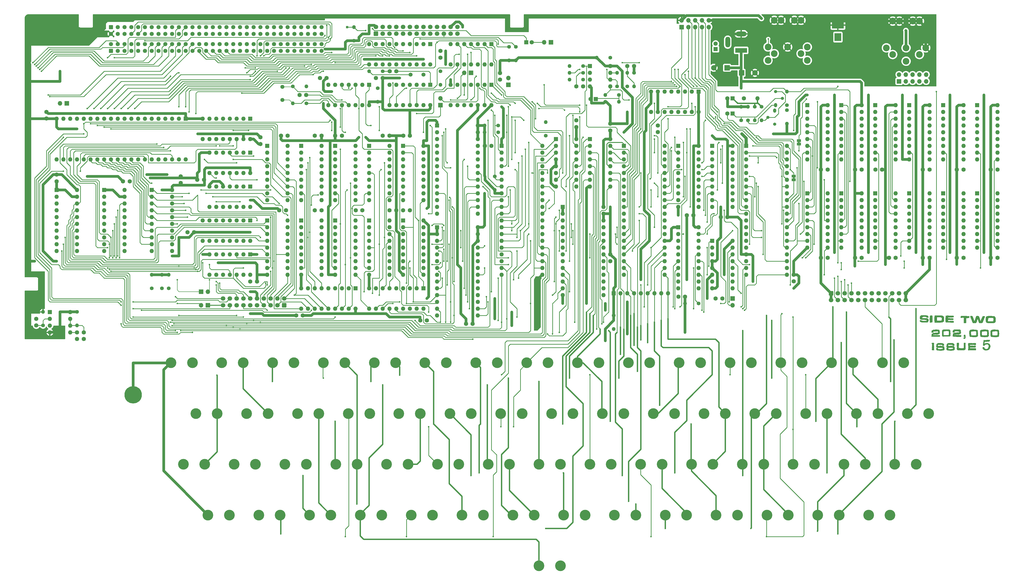
<source format=gbr>
%TF.GenerationSoftware,KiCad,Pcbnew,8.0.4*%
%TF.CreationDate,2025-01-14T13:43:06+00:00*%
%TF.ProjectId,AtomV5Board,41746f6d-5635-4426-9f61-72642e6b6963,rev?*%
%TF.SameCoordinates,Original*%
%TF.FileFunction,Copper,L1,Top*%
%TF.FilePolarity,Positive*%
%FSLAX46Y46*%
G04 Gerber Fmt 4.6, Leading zero omitted, Abs format (unit mm)*
G04 Created by KiCad (PCBNEW 8.0.4) date 2025-01-14 13:43:06*
%MOMM*%
%LPD*%
G01*
G04 APERTURE LIST*
G04 Aperture macros list*
%AMRoundRect*
0 Rectangle with rounded corners*
0 $1 Rounding radius*
0 $2 $3 $4 $5 $6 $7 $8 $9 X,Y pos of 4 corners*
0 Add a 4 corners polygon primitive as box body*
4,1,4,$2,$3,$4,$5,$6,$7,$8,$9,$2,$3,0*
0 Add four circle primitives for the rounded corners*
1,1,$1+$1,$2,$3*
1,1,$1+$1,$4,$5*
1,1,$1+$1,$6,$7*
1,1,$1+$1,$8,$9*
0 Add four rect primitives between the rounded corners*
20,1,$1+$1,$2,$3,$4,$5,0*
20,1,$1+$1,$4,$5,$6,$7,0*
20,1,$1+$1,$6,$7,$8,$9,0*
20,1,$1+$1,$8,$9,$2,$3,0*%
G04 Aperture macros list end*
%TA.AperFunction,EtchedComponent*%
%ADD10C,0.000000*%
%TD*%
%TA.AperFunction,ComponentPad*%
%ADD11C,1.600000*%
%TD*%
%TA.AperFunction,ComponentPad*%
%ADD12R,1.600000X1.600000*%
%TD*%
%TA.AperFunction,ComponentPad*%
%ADD13O,1.600000X1.600000*%
%TD*%
%TA.AperFunction,ComponentPad*%
%ADD14C,1.400000*%
%TD*%
%TA.AperFunction,ComponentPad*%
%ADD15O,1.400000X1.400000*%
%TD*%
%TA.AperFunction,ComponentPad*%
%ADD16R,1.700000X1.700000*%
%TD*%
%TA.AperFunction,ComponentPad*%
%ADD17O,1.700000X1.700000*%
%TD*%
%TA.AperFunction,ComponentPad*%
%ADD18C,2.500000*%
%TD*%
%TA.AperFunction,ComponentPad*%
%ADD19RoundRect,0.249999X-0.525001X-0.525001X0.525001X-0.525001X0.525001X0.525001X-0.525001X0.525001X0*%
%TD*%
%TA.AperFunction,ComponentPad*%
%ADD20C,1.550000*%
%TD*%
%TA.AperFunction,ComponentPad*%
%ADD21R,2.000000X2.000000*%
%TD*%
%TA.AperFunction,ComponentPad*%
%ADD22C,2.000000*%
%TD*%
%TA.AperFunction,ComponentPad*%
%ADD23C,6.500000*%
%TD*%
%TA.AperFunction,SMDPad,CuDef*%
%ADD24R,1.500000X1.000000*%
%TD*%
%TA.AperFunction,ComponentPad*%
%ADD25O,1.200000X1.600000*%
%TD*%
%TA.AperFunction,ComponentPad*%
%ADD26O,1.200000X1.200000*%
%TD*%
%TA.AperFunction,ComponentPad*%
%ADD27R,0.850000X0.850000*%
%TD*%
%TA.AperFunction,ComponentPad*%
%ADD28R,4.500000X2.500000*%
%TD*%
%TA.AperFunction,ComponentPad*%
%ADD29R,2.500000X3.000000*%
%TD*%
%TA.AperFunction,ComponentPad*%
%ADD30R,4.400000X1.800000*%
%TD*%
%TA.AperFunction,ComponentPad*%
%ADD31O,1.800000X4.000000*%
%TD*%
%TA.AperFunction,ComponentPad*%
%ADD32O,4.000000X1.800000*%
%TD*%
%TA.AperFunction,ComponentPad*%
%ADD33RoundRect,0.249999X0.525001X-0.525001X0.525001X0.525001X-0.525001X0.525001X-0.525001X-0.525001X0*%
%TD*%
%TA.AperFunction,ComponentPad*%
%ADD34C,1.500000*%
%TD*%
%TA.AperFunction,ComponentPad*%
%ADD35RoundRect,0.250000X0.600000X-0.600000X0.600000X0.600000X-0.600000X0.600000X-0.600000X-0.600000X0*%
%TD*%
%TA.AperFunction,ComponentPad*%
%ADD36C,1.700000*%
%TD*%
%TA.AperFunction,ComponentPad*%
%ADD37C,4.000000*%
%TD*%
%TA.AperFunction,ComponentPad*%
%ADD38RoundRect,0.250000X-0.600000X0.600000X-0.600000X-0.600000X0.600000X-0.600000X0.600000X0.600000X0*%
%TD*%
%TA.AperFunction,ViaPad*%
%ADD39C,0.600000*%
%TD*%
%TA.AperFunction,Conductor*%
%ADD40C,0.250000*%
%TD*%
%TA.AperFunction,Conductor*%
%ADD41C,1.000000*%
%TD*%
%TA.AperFunction,Conductor*%
%ADD42C,0.500000*%
%TD*%
%TA.AperFunction,Conductor*%
%ADD43C,1.200000*%
%TD*%
%TA.AperFunction,Conductor*%
%ADD44C,0.300000*%
%TD*%
%TA.AperFunction,Conductor*%
%ADD45C,0.200000*%
%TD*%
G04 APERTURE END LIST*
D10*
%TA.AperFunction,EtchedComponent*%
%TO.C,G\u002A\u002A\u002A*%
G36*
X383540561Y-148321569D02*
G01*
X383526014Y-148336117D01*
X383511466Y-148321569D01*
X383526014Y-148307022D01*
X383540561Y-148321569D01*
G37*
%TD.AperFunction*%
%TA.AperFunction,EtchedComponent*%
G36*
X385897262Y-143229931D02*
G01*
X385882715Y-143244479D01*
X385868167Y-143229931D01*
X385882715Y-143215384D01*
X385897262Y-143229931D01*
G37*
%TD.AperFunction*%
%TA.AperFunction,EtchedComponent*%
G36*
X383298102Y-143806983D02*
G01*
X383301584Y-143841512D01*
X383298102Y-143845777D01*
X383280805Y-143841783D01*
X383278706Y-143826380D01*
X383289351Y-143802432D01*
X383298102Y-143806983D01*
G37*
%TD.AperFunction*%
%TA.AperFunction,EtchedComponent*%
G36*
X377521432Y-144126787D02*
G01*
X377540708Y-144174999D01*
X377538690Y-144193506D01*
X377518843Y-144183133D01*
X377506928Y-144159849D01*
X377490443Y-144104602D01*
X377497212Y-144093580D01*
X377521432Y-144126787D01*
G37*
%TD.AperFunction*%
%TA.AperFunction,EtchedComponent*%
G36*
X381565648Y-144126787D02*
G01*
X381584923Y-144174999D01*
X381582905Y-144193506D01*
X381563059Y-144183133D01*
X381551143Y-144159849D01*
X381534659Y-144104602D01*
X381541427Y-144093580D01*
X381565648Y-144126787D01*
G37*
%TD.AperFunction*%
%TA.AperFunction,EtchedComponent*%
G36*
X385435293Y-144126787D02*
G01*
X385454568Y-144174999D01*
X385452550Y-144193506D01*
X385432704Y-144183133D01*
X385420788Y-144159849D01*
X385404304Y-144104602D01*
X385411072Y-144093580D01*
X385435293Y-144126787D01*
G37*
%TD.AperFunction*%
%TA.AperFunction,EtchedComponent*%
G36*
X375199547Y-144418609D02*
G01*
X375270763Y-144454586D01*
X375316531Y-144524137D01*
X375341821Y-144635023D01*
X375351601Y-144795009D01*
X375351782Y-144805080D01*
X375355834Y-144965833D01*
X375362530Y-145147449D01*
X375370484Y-145312739D01*
X375371169Y-145324776D01*
X375377103Y-145454372D01*
X375375245Y-145543433D01*
X375363121Y-145609374D01*
X375338257Y-145669608D01*
X375316479Y-145709751D01*
X375244310Y-145814221D01*
X375166952Y-145871474D01*
X375069418Y-145891651D01*
X375046959Y-145892130D01*
X374959352Y-145913612D01*
X374921667Y-145950321D01*
X374870793Y-145999017D01*
X374806137Y-145996952D01*
X374721060Y-145943819D01*
X374717480Y-145940908D01*
X374675272Y-145901337D01*
X374651231Y-145857942D01*
X374640321Y-145793586D01*
X374637504Y-145691133D01*
X374637468Y-145668664D01*
X374640526Y-145550264D01*
X374655851Y-145478423D01*
X374692675Y-145441588D01*
X374760229Y-145428207D01*
X374830879Y-145426609D01*
X374948562Y-145411177D01*
X375021136Y-145366419D01*
X375044799Y-145298051D01*
X375023507Y-145239513D01*
X374956641Y-145205666D01*
X374839715Y-145194254D01*
X374838370Y-145194246D01*
X374763149Y-145174960D01*
X374718514Y-145142932D01*
X374683023Y-145084442D01*
X374661345Y-145016614D01*
X374657305Y-144959290D01*
X374674725Y-144932311D01*
X374677872Y-144932046D01*
X374696782Y-144904094D01*
X374702611Y-144821727D01*
X374700482Y-144760140D01*
X374700409Y-144656004D01*
X374710439Y-144568204D01*
X374722646Y-144528600D01*
X374780406Y-144475355D01*
X374882369Y-144435121D01*
X375015209Y-144412163D01*
X375097917Y-144408444D01*
X375199547Y-144418609D01*
G37*
%TD.AperFunction*%
%TA.AperFunction,EtchedComponent*%
G36*
X363180148Y-147450550D02*
G01*
X363355061Y-147456215D01*
X363478567Y-147465319D01*
X363557389Y-147478633D01*
X363598247Y-147496926D01*
X363600159Y-147498709D01*
X363618464Y-147527964D01*
X363626472Y-147576488D01*
X363624515Y-147656109D01*
X363612922Y-147778654D01*
X363608957Y-147813904D01*
X363595054Y-147947369D01*
X363584642Y-148070634D01*
X363579276Y-148164179D01*
X363578912Y-148190641D01*
X363584377Y-148544120D01*
X363590041Y-148844675D01*
X363596103Y-149097572D01*
X363602759Y-149308078D01*
X363610207Y-149481459D01*
X363618645Y-149622981D01*
X363628269Y-149737911D01*
X363639278Y-149831514D01*
X363640847Y-149842576D01*
X363658461Y-149969644D01*
X363666291Y-150052503D01*
X363663625Y-150104422D01*
X363649748Y-150138673D01*
X363623947Y-150168525D01*
X363623284Y-150169188D01*
X363572956Y-150206727D01*
X363505234Y-150229845D01*
X363409392Y-150239919D01*
X363274703Y-150238324D01*
X363144914Y-150230525D01*
X362969663Y-150210073D01*
X362847541Y-150176434D01*
X362774527Y-150127379D01*
X362746600Y-150060676D01*
X362749799Y-150011331D01*
X362765555Y-149919945D01*
X362783347Y-149801570D01*
X362800949Y-149673169D01*
X362816131Y-149551706D01*
X362826667Y-149454145D01*
X362830337Y-149398087D01*
X362823780Y-149334266D01*
X362808059Y-149243701D01*
X362800863Y-149209425D01*
X362786866Y-149090067D01*
X362806842Y-148977412D01*
X362814241Y-148954528D01*
X362840212Y-148840832D01*
X362836001Y-148721792D01*
X362829455Y-148681390D01*
X362817167Y-148532751D01*
X362830817Y-148429852D01*
X362844841Y-148330615D01*
X362842025Y-148222055D01*
X362840038Y-148207917D01*
X362827643Y-148097129D01*
X362821910Y-147978399D01*
X362821870Y-147959921D01*
X362813810Y-147863929D01*
X362783862Y-147806335D01*
X362765680Y-147790974D01*
X362725393Y-147755324D01*
X362711851Y-147713091D01*
X362724252Y-147648044D01*
X362754458Y-147563052D01*
X362800428Y-147442681D01*
X363180148Y-147450550D01*
G37*
%TD.AperFunction*%
%TA.AperFunction,EtchedComponent*%
G36*
X372846874Y-147443015D02*
G01*
X372887898Y-147454010D01*
X372913779Y-147473336D01*
X372935272Y-147502623D01*
X372937638Y-147506230D01*
X372971490Y-147603633D01*
X372965640Y-147659710D01*
X372957533Y-147712485D01*
X372946662Y-147813155D01*
X372933951Y-147951540D01*
X372920324Y-148117464D01*
X372906705Y-148300746D01*
X372904234Y-148336117D01*
X372890601Y-148529913D01*
X372877064Y-148716199D01*
X372864555Y-148882611D01*
X372854006Y-149016782D01*
X372846346Y-149106346D01*
X372845842Y-149111673D01*
X372837946Y-149210535D01*
X372840803Y-149266647D01*
X372858227Y-149295034D01*
X372894036Y-149310720D01*
X372896591Y-149311506D01*
X372973265Y-149347079D01*
X373014685Y-149376279D01*
X373068472Y-149403552D01*
X373150959Y-149407398D01*
X373205094Y-149401724D01*
X373395300Y-149405263D01*
X373503263Y-149430026D01*
X373667524Y-149461523D01*
X373792922Y-149455456D01*
X373876341Y-149446395D01*
X373999794Y-149438551D01*
X374145128Y-149432886D01*
X374263421Y-149430581D01*
X374416201Y-149427585D01*
X374521979Y-149421179D01*
X374591915Y-149409820D01*
X374637166Y-149391964D01*
X374658919Y-149375882D01*
X374673138Y-149355809D01*
X374685383Y-149320390D01*
X374695836Y-149265394D01*
X374704681Y-149186593D01*
X374712100Y-149079758D01*
X374718274Y-148940658D01*
X374723387Y-148765066D01*
X374727622Y-148548752D01*
X374731160Y-148287486D01*
X374734185Y-147977040D01*
X374736878Y-147613184D01*
X374737214Y-147561605D01*
X374737985Y-147441732D01*
X375047625Y-147445225D01*
X375357264Y-147448717D01*
X375386602Y-147608740D01*
X375405331Y-147803668D01*
X375383270Y-147990267D01*
X375361036Y-148075354D01*
X375345689Y-148173909D01*
X375355649Y-148295611D01*
X375366036Y-148351757D01*
X375382616Y-148470680D01*
X375392037Y-148616213D01*
X375392277Y-148757004D01*
X375392238Y-148757995D01*
X375388684Y-148874612D01*
X375385483Y-149030896D01*
X375382939Y-149208323D01*
X375381357Y-149388372D01*
X375381156Y-149429677D01*
X375379017Y-149613140D01*
X375373828Y-149746390D01*
X375364889Y-149837355D01*
X375351496Y-149893965D01*
X375337858Y-149918952D01*
X375294458Y-149958084D01*
X375216625Y-150016691D01*
X375119388Y-150083598D01*
X375095159Y-150099438D01*
X374893995Y-150229570D01*
X373783773Y-150241390D01*
X373489799Y-150244198D01*
X373247851Y-150245657D01*
X373051775Y-150245608D01*
X372895419Y-150243888D01*
X372772631Y-150240338D01*
X372677257Y-150234797D01*
X372603144Y-150227104D01*
X372544140Y-150217099D01*
X372506254Y-150208022D01*
X372417446Y-150180651D01*
X372356781Y-150155482D01*
X372338958Y-150140802D01*
X372323717Y-150107290D01*
X372283734Y-150040472D01*
X372227621Y-149954727D01*
X372226837Y-149953572D01*
X372114717Y-149788373D01*
X372128262Y-149418659D01*
X372134678Y-149240623D01*
X372138744Y-149108495D01*
X372140225Y-149010033D01*
X372138889Y-148932995D01*
X372134502Y-148865137D01*
X372126830Y-148794216D01*
X372115640Y-148707990D01*
X372114552Y-148699805D01*
X372103271Y-148584025D01*
X372095303Y-148438850D01*
X372090542Y-148274930D01*
X372088885Y-148102914D01*
X372090225Y-147933451D01*
X372094458Y-147777191D01*
X372101479Y-147644783D01*
X372111182Y-147546878D01*
X372123462Y-147494123D01*
X372126493Y-147489641D01*
X372173273Y-147472381D01*
X372273115Y-147458236D01*
X372420945Y-147447789D01*
X372525400Y-147443693D01*
X372676381Y-147439487D01*
X372779954Y-147438718D01*
X372846874Y-147443015D01*
G37*
%TD.AperFunction*%
%TA.AperFunction,EtchedComponent*%
G36*
X367916506Y-142424983D02*
G01*
X368040155Y-142425466D01*
X368149146Y-142425578D01*
X368224343Y-142425310D01*
X368236552Y-142425168D01*
X368289930Y-142425682D01*
X368389603Y-142427841D01*
X368523708Y-142431345D01*
X368680383Y-142435892D01*
X368774811Y-142438822D01*
X369041753Y-142452198D01*
X369254867Y-142474060D01*
X369417992Y-142505132D01*
X369534970Y-142546138D01*
X369607747Y-142595853D01*
X369640434Y-142658109D01*
X369669141Y-142769391D01*
X369692628Y-142920597D01*
X369709659Y-143102627D01*
X369718995Y-143306381D01*
X369720401Y-143423842D01*
X369722722Y-143546162D01*
X369728967Y-143645109D01*
X369738053Y-143707303D01*
X369744431Y-143721417D01*
X369758481Y-143757415D01*
X369767310Y-143832063D01*
X369770784Y-143926151D01*
X369768769Y-144020468D01*
X369761129Y-144095804D01*
X369747732Y-144132949D01*
X369747315Y-144133226D01*
X369729209Y-144171996D01*
X369721394Y-144242644D01*
X369723880Y-144319788D01*
X369736676Y-144378041D01*
X369747217Y-144392326D01*
X369761670Y-144429830D01*
X369766336Y-144504956D01*
X369762296Y-144598156D01*
X369750629Y-144689884D01*
X369732416Y-144760595D01*
X369726106Y-144774303D01*
X369688315Y-144826624D01*
X369625633Y-144898732D01*
X369584233Y-144942027D01*
X369473086Y-145053895D01*
X368847545Y-145067439D01*
X368617685Y-145072113D01*
X368365760Y-145076725D01*
X368112501Y-145080930D01*
X367878639Y-145084380D01*
X367707007Y-145086500D01*
X367497906Y-145090234D01*
X367342401Y-145096581D01*
X367235943Y-145105887D01*
X367173983Y-145118496D01*
X367155655Y-145128385D01*
X367112151Y-145160306D01*
X367075389Y-145148553D01*
X367031782Y-145092016D01*
X366986787Y-145043591D01*
X366940470Y-145020238D01*
X366909137Y-145026740D01*
X366905452Y-145054956D01*
X366887417Y-145087008D01*
X366854536Y-145098599D01*
X366809965Y-145087737D01*
X366760351Y-145037549D01*
X366705571Y-144953814D01*
X366653140Y-144861548D01*
X366613578Y-144777926D01*
X366585105Y-144692563D01*
X366565944Y-144595074D01*
X366554317Y-144475074D01*
X366548445Y-144322178D01*
X366546553Y-144126000D01*
X366546520Y-144024786D01*
X366547672Y-143726070D01*
X366551305Y-143479016D01*
X366553357Y-143424099D01*
X367166336Y-143424099D01*
X367170043Y-143517134D01*
X367176333Y-143608518D01*
X367181487Y-143738841D01*
X367184877Y-143888853D01*
X367185888Y-144004061D01*
X367190107Y-144202182D01*
X367206089Y-144349353D01*
X367240220Y-144452563D01*
X367298884Y-144518803D01*
X367388466Y-144555063D01*
X367515352Y-144568333D01*
X367685925Y-144565604D01*
X367698293Y-144565057D01*
X367835396Y-144559769D01*
X368010883Y-144554347D01*
X368204953Y-144549336D01*
X368397805Y-144545278D01*
X368454765Y-144544291D01*
X368678686Y-144538722D01*
X368850843Y-144526175D01*
X368977656Y-144500561D01*
X369065545Y-144455791D01*
X369120930Y-144385778D01*
X369150230Y-144284434D01*
X369159865Y-144145670D01*
X369156255Y-143963398D01*
X369152785Y-143882324D01*
X369146285Y-143727717D01*
X369141222Y-143585374D01*
X369138055Y-143469926D01*
X369137244Y-143396003D01*
X369137339Y-143390030D01*
X369118691Y-143256383D01*
X369062706Y-143148553D01*
X368978909Y-143073989D01*
X368876826Y-143040138D01*
X368765983Y-143054450D01*
X368729256Y-143070932D01*
X368656094Y-143084449D01*
X368610470Y-143067597D01*
X368557386Y-143057001D01*
X368457894Y-143052649D01*
X368323355Y-143053808D01*
X368165130Y-143059743D01*
X367994582Y-143069717D01*
X367823071Y-143082998D01*
X367661958Y-143098848D01*
X367522607Y-143116535D01*
X367416377Y-143135322D01*
X367370354Y-143147817D01*
X367258139Y-143208426D01*
X367191218Y-143298520D01*
X367166336Y-143424099D01*
X366553357Y-143424099D01*
X366558849Y-143277104D01*
X366571730Y-143113815D01*
X366591378Y-142982629D01*
X366619219Y-142877027D01*
X366656683Y-142790490D01*
X366705198Y-142716498D01*
X366766191Y-142648532D01*
X366841092Y-142580074D01*
X366868019Y-142557175D01*
X366921126Y-142517984D01*
X366979167Y-142491334D01*
X367057407Y-142472938D01*
X367171107Y-142458511D01*
X367243739Y-142451648D01*
X367381455Y-142439584D01*
X367485545Y-142431579D01*
X367574961Y-142426883D01*
X367668651Y-142424744D01*
X367785563Y-142424411D01*
X367916506Y-142424983D01*
G37*
%TD.AperFunction*%
%TA.AperFunction,EtchedComponent*%
G36*
X378454149Y-142475740D02*
G01*
X378609373Y-142480523D01*
X378721539Y-142489577D01*
X378727365Y-142490371D01*
X378841137Y-142502637D01*
X378986610Y-142513014D01*
X379137298Y-142519721D01*
X379179018Y-142520741D01*
X379397200Y-142535440D01*
X379590348Y-142569255D01*
X379748595Y-142619636D01*
X379862070Y-142684034D01*
X379882818Y-142702554D01*
X379913305Y-142736981D01*
X379934899Y-142776385D01*
X379950001Y-142832145D01*
X379961013Y-142915644D01*
X379970335Y-143038264D01*
X379976846Y-143148214D01*
X379986814Y-143293516D01*
X379998816Y-143420669D01*
X380011406Y-143516762D01*
X380023139Y-143568885D01*
X380024181Y-143571128D01*
X380031149Y-143642816D01*
X380016130Y-143676381D01*
X379997541Y-143751922D01*
X380006079Y-143786157D01*
X380023600Y-143854121D01*
X380034249Y-143950867D01*
X380037623Y-144056465D01*
X380033318Y-144150986D01*
X380020931Y-144214498D01*
X380014969Y-144225295D01*
X379998720Y-144281874D01*
X380005879Y-144371319D01*
X380005917Y-144371512D01*
X380017595Y-144459326D01*
X380026384Y-144577313D01*
X380029956Y-144680444D01*
X380032579Y-144879868D01*
X379902664Y-144992893D01*
X379816976Y-145067707D01*
X379737431Y-145137595D01*
X379700214Y-145170554D01*
X379617802Y-145217932D01*
X379497967Y-145255385D01*
X379361271Y-145277858D01*
X379249038Y-145281483D01*
X379061664Y-145277090D01*
X378925731Y-145281785D01*
X378835116Y-145296114D01*
X378783700Y-145320626D01*
X378780680Y-145323457D01*
X378730047Y-145358163D01*
X378701427Y-145364323D01*
X378654299Y-145357571D01*
X378572620Y-145344957D01*
X378521661Y-145336852D01*
X378414719Y-145318783D01*
X378315420Y-145300593D01*
X378284255Y-145294390D01*
X378202890Y-145289656D01*
X378139531Y-145304845D01*
X378068856Y-145317241D01*
X378027796Y-145300848D01*
X377975383Y-145286557D01*
X377879579Y-145274061D01*
X377755182Y-145264914D01*
X377648809Y-145261120D01*
X377433029Y-145254273D01*
X377268844Y-145242362D01*
X377149789Y-145224198D01*
X377069396Y-145198593D01*
X377021202Y-145164359D01*
X377006906Y-145143133D01*
X376961340Y-145068567D01*
X376928829Y-145026752D01*
X376885766Y-144947716D01*
X376848030Y-144816359D01*
X376816281Y-144638363D01*
X376791180Y-144419410D01*
X376773388Y-144165181D01*
X376763565Y-143881358D01*
X376763194Y-143804346D01*
X377462883Y-143804346D01*
X377463422Y-143875871D01*
X377467953Y-144095470D01*
X377478690Y-144264708D01*
X377497405Y-144391248D01*
X377525872Y-144482749D01*
X377565864Y-144546873D01*
X377619153Y-144591281D01*
X377630514Y-144597893D01*
X377673276Y-144614461D01*
X377736873Y-144625418D01*
X377830299Y-144631281D01*
X377962548Y-144632570D01*
X378142615Y-144629801D01*
X378172520Y-144629110D01*
X378339694Y-144625480D01*
X378493873Y-144622776D01*
X378622274Y-144621174D01*
X378712114Y-144620851D01*
X378739874Y-144621264D01*
X378950668Y-144622512D01*
X379111322Y-144610016D01*
X379228618Y-144582127D01*
X379309335Y-144537191D01*
X379360254Y-144473556D01*
X379362242Y-144469647D01*
X379378956Y-144405569D01*
X379391962Y-144296201D01*
X379401202Y-144153849D01*
X379406623Y-143990819D01*
X379408169Y-143819417D01*
X379405785Y-143651949D01*
X379399415Y-143500721D01*
X379389004Y-143378038D01*
X379374497Y-143296206D01*
X379367594Y-143277782D01*
X379322228Y-143212576D01*
X379258958Y-143168149D01*
X379168547Y-143142172D01*
X379041760Y-143132314D01*
X378869358Y-143136245D01*
X378817943Y-143139116D01*
X378654064Y-143148340D01*
X378458307Y-143158311D01*
X378256949Y-143167738D01*
X378099782Y-143174407D01*
X377895651Y-143183829D01*
X377740222Y-143198590D01*
X377626932Y-143225921D01*
X377549218Y-143273059D01*
X377500519Y-143347236D01*
X377474272Y-143455687D01*
X377463915Y-143605646D01*
X377462883Y-143804346D01*
X376763194Y-143804346D01*
X376762180Y-143593620D01*
X376768349Y-143373508D01*
X376784101Y-143200115D01*
X376811767Y-143062425D01*
X376853678Y-142949420D01*
X376912162Y-142850084D01*
X376922466Y-142835739D01*
X377033441Y-142700643D01*
X377141120Y-142609751D01*
X377261635Y-142552416D01*
X377401500Y-142519527D01*
X377521480Y-142505137D01*
X377682285Y-142493174D01*
X377869935Y-142483946D01*
X378070449Y-142477759D01*
X378269847Y-142474921D01*
X378454149Y-142475740D01*
G37*
%TD.AperFunction*%
%TA.AperFunction,EtchedComponent*%
G36*
X386408218Y-142476333D02*
G01*
X386561881Y-142482962D01*
X386639187Y-142490112D01*
X386756036Y-142502132D01*
X386908152Y-142513785D01*
X387072622Y-142523460D01*
X387178239Y-142528029D01*
X387374009Y-142539597D01*
X387523223Y-142560497D01*
X387637188Y-142593880D01*
X387727207Y-142642901D01*
X387793824Y-142699699D01*
X387817871Y-142728184D01*
X387838020Y-142765371D01*
X387855302Y-142817869D01*
X387870747Y-142892291D01*
X387885384Y-142995249D01*
X387900243Y-143133354D01*
X387916355Y-143313216D01*
X387934748Y-143541449D01*
X387944402Y-143666357D01*
X387951971Y-143743382D01*
X387959831Y-143791808D01*
X387961755Y-143797285D01*
X387967113Y-143831607D01*
X387973083Y-143907688D01*
X387978381Y-144009130D01*
X387978425Y-144010182D01*
X387979767Y-144124437D01*
X387970997Y-144191553D01*
X387950524Y-144221958D01*
X387945742Y-144224235D01*
X387917022Y-144261643D01*
X387905522Y-144326690D01*
X387912933Y-144390935D01*
X387933917Y-144422829D01*
X387947927Y-144458678D01*
X387958241Y-144536890D01*
X387962917Y-144641667D01*
X387963013Y-144659436D01*
X387963013Y-144878061D01*
X387841216Y-144985038D01*
X387753155Y-145063212D01*
X387667354Y-145140676D01*
X387633235Y-145172027D01*
X387566966Y-145224198D01*
X387510423Y-145253492D01*
X387500450Y-145255468D01*
X387437950Y-145261565D01*
X387366563Y-145269946D01*
X387272739Y-145277412D01*
X387177446Y-145279463D01*
X387004547Y-145277845D01*
X386880368Y-145279592D01*
X386795489Y-145285560D01*
X386740494Y-145296608D01*
X386705965Y-145313594D01*
X386694540Y-145323457D01*
X386643907Y-145358163D01*
X386615287Y-145364323D01*
X386568159Y-145357571D01*
X386486480Y-145344957D01*
X386435521Y-145336852D01*
X386328580Y-145318783D01*
X386229280Y-145300593D01*
X386198115Y-145294390D01*
X386116807Y-145289630D01*
X386053538Y-145304763D01*
X385990708Y-145317057D01*
X385916134Y-145290394D01*
X385801197Y-145260350D01*
X385740664Y-145265035D01*
X385677225Y-145276070D01*
X385615677Y-145280532D01*
X385537674Y-145278522D01*
X385424871Y-145270141D01*
X385388098Y-145266976D01*
X385224862Y-145251889D01*
X385108584Y-145237282D01*
X385028197Y-145219284D01*
X384972632Y-145194028D01*
X384930820Y-145157642D01*
X384891695Y-145106259D01*
X384880236Y-145089431D01*
X384815450Y-144978971D01*
X384769936Y-144861760D01*
X384738596Y-144720680D01*
X384716390Y-144539209D01*
X384701980Y-144359346D01*
X384690705Y-144167365D01*
X384682670Y-143972552D01*
X384678482Y-143804346D01*
X385376744Y-143804346D01*
X385377283Y-143875871D01*
X385381814Y-144095470D01*
X385392550Y-144264708D01*
X385411266Y-144391248D01*
X385439733Y-144482749D01*
X385479724Y-144546873D01*
X385533014Y-144591281D01*
X385544374Y-144597893D01*
X385587137Y-144614461D01*
X385650733Y-144625418D01*
X385744159Y-144631281D01*
X385876408Y-144632570D01*
X386056475Y-144629801D01*
X386086380Y-144629110D01*
X386253554Y-144625480D01*
X386407733Y-144622776D01*
X386536134Y-144621174D01*
X386625975Y-144620851D01*
X386653734Y-144621264D01*
X386864528Y-144622512D01*
X387025183Y-144610016D01*
X387142478Y-144582127D01*
X387223195Y-144537191D01*
X387274114Y-144473556D01*
X387276102Y-144469647D01*
X387292817Y-144405569D01*
X387305822Y-144296201D01*
X387315062Y-144153849D01*
X387320483Y-143990819D01*
X387322029Y-143819417D01*
X387319645Y-143651949D01*
X387313275Y-143500721D01*
X387302864Y-143378038D01*
X387288358Y-143296206D01*
X387281454Y-143277782D01*
X387236088Y-143212576D01*
X387172818Y-143168149D01*
X387082408Y-143142172D01*
X386955620Y-143132314D01*
X386783218Y-143136245D01*
X386731804Y-143139116D01*
X386567924Y-143148340D01*
X386372167Y-143158311D01*
X386170809Y-143167738D01*
X386013643Y-143174407D01*
X385809511Y-143183829D01*
X385654082Y-143198590D01*
X385540792Y-143225921D01*
X385463079Y-143273059D01*
X385414380Y-143347236D01*
X385388133Y-143455687D01*
X385377775Y-143605646D01*
X385376744Y-143804346D01*
X384678482Y-143804346D01*
X384677980Y-143784188D01*
X384676741Y-143611559D01*
X384679059Y-143463949D01*
X384685038Y-143350640D01*
X384694784Y-143280918D01*
X384701910Y-143264390D01*
X384713408Y-143223132D01*
X384714318Y-143147228D01*
X384711217Y-143110565D01*
X384707497Y-143026331D01*
X384723858Y-142956868D01*
X384767785Y-142877174D01*
X384791924Y-142840965D01*
X384924473Y-142690290D01*
X385087278Y-142586095D01*
X385286835Y-142524389D01*
X385315361Y-142519355D01*
X385443227Y-142503976D01*
X385612702Y-142491441D01*
X385808863Y-142482080D01*
X386016785Y-142476222D01*
X386221544Y-142474196D01*
X386408218Y-142476333D01*
G37*
%TD.AperFunction*%
%TA.AperFunction,EtchedComponent*%
G36*
X382714873Y-142456244D02*
G01*
X382734991Y-142459486D01*
X382827452Y-142471734D01*
X382958567Y-142483575D01*
X383108814Y-142493439D01*
X383220515Y-142498530D01*
X383362699Y-142506161D01*
X383490725Y-142517597D01*
X383589045Y-142531180D01*
X383637014Y-142542922D01*
X383720871Y-142567095D01*
X383786310Y-142575292D01*
X383856820Y-142602340D01*
X383932715Y-142678885D01*
X383966434Y-142727042D01*
X383989725Y-142775633D01*
X384005225Y-142837430D01*
X384015572Y-142925207D01*
X384023405Y-143051736D01*
X384027362Y-143137133D01*
X384036391Y-143281849D01*
X384049297Y-143411106D01*
X384064331Y-143510491D01*
X384079197Y-143564524D01*
X384099841Y-143640157D01*
X384085205Y-143684224D01*
X384070662Y-143752567D01*
X384079243Y-143786057D01*
X384100469Y-143869847D01*
X384109291Y-143981611D01*
X384106135Y-144099226D01*
X384091426Y-144200569D01*
X384070175Y-144257370D01*
X384042377Y-144310851D01*
X384047365Y-144357519D01*
X384073935Y-144407846D01*
X384109152Y-144509012D01*
X384121268Y-144638091D01*
X384109199Y-144769129D01*
X384091693Y-144833092D01*
X384049792Y-144900824D01*
X383979264Y-144974939D01*
X383942708Y-145004731D01*
X383852387Y-145075846D01*
X383766677Y-145150237D01*
X383742168Y-145173551D01*
X383630529Y-145247197D01*
X383505643Y-145283534D01*
X383400535Y-145302442D01*
X383333893Y-145310742D01*
X383286908Y-145308094D01*
X383240768Y-145294152D01*
X383200060Y-145277959D01*
X383141780Y-145259643D01*
X383084122Y-145258582D01*
X383007460Y-145276672D01*
X382923657Y-145304660D01*
X382826086Y-145336901D01*
X382749351Y-145358545D01*
X382711352Y-145364826D01*
X382667663Y-145357363D01*
X382588598Y-145342979D01*
X382536781Y-145333328D01*
X382394256Y-145313637D01*
X382251476Y-145305567D01*
X382136724Y-145310712D01*
X382086520Y-145303798D01*
X382013265Y-145280391D01*
X382006518Y-145277715D01*
X381926726Y-145255193D01*
X381851050Y-145263622D01*
X381808717Y-145277421D01*
X381724064Y-145298950D01*
X381671934Y-145287391D01*
X381666780Y-145283500D01*
X381608634Y-145258418D01*
X381559083Y-145252160D01*
X381494345Y-145249616D01*
X381394493Y-145242807D01*
X381292730Y-145234235D01*
X381187171Y-145222822D01*
X381120894Y-145206361D01*
X381075173Y-145175220D01*
X381031283Y-145119767D01*
X381010266Y-145088949D01*
X380946732Y-144981048D01*
X380902046Y-144867236D01*
X380871431Y-144730966D01*
X380850112Y-144555689D01*
X380847391Y-144524662D01*
X380838169Y-144384210D01*
X380830849Y-144211279D01*
X380825537Y-144018210D01*
X380822339Y-143817341D01*
X380822274Y-143804346D01*
X381507099Y-143804346D01*
X381507638Y-143875871D01*
X381512389Y-144098109D01*
X381523590Y-144269598D01*
X381542784Y-144397571D01*
X381571514Y-144489262D01*
X381611324Y-144551906D01*
X381660154Y-144590728D01*
X381730980Y-144613671D01*
X381845130Y-144631644D01*
X381988568Y-144644336D01*
X382147258Y-144651433D01*
X382307166Y-144652623D01*
X382454256Y-144647593D01*
X382574493Y-144636030D01*
X382653841Y-144617623D01*
X382663598Y-144613077D01*
X382714324Y-144605327D01*
X382796836Y-144610629D01*
X382838168Y-144617200D01*
X382996736Y-144631654D01*
X383147580Y-144617298D01*
X383277351Y-144577590D01*
X383372698Y-144515991D01*
X383408026Y-144469580D01*
X383424847Y-144406428D01*
X383437823Y-144297651D01*
X383446920Y-144155591D01*
X383452108Y-143992588D01*
X383453352Y-143820985D01*
X383450621Y-143653122D01*
X383443882Y-143501342D01*
X383433104Y-143377985D01*
X383418252Y-143295392D01*
X383411162Y-143276530D01*
X383365875Y-143211767D01*
X383302349Y-143167673D01*
X383211394Y-143141949D01*
X383083821Y-143132293D01*
X382910437Y-143136406D01*
X382862159Y-143139116D01*
X382698279Y-143148340D01*
X382502522Y-143158311D01*
X382301164Y-143167738D01*
X382143998Y-143174407D01*
X381939866Y-143183829D01*
X381784437Y-143198590D01*
X381671147Y-143225921D01*
X381593434Y-143273059D01*
X381544735Y-143347236D01*
X381518488Y-143455687D01*
X381508130Y-143605646D01*
X381507099Y-143804346D01*
X380822274Y-143804346D01*
X380821362Y-143621012D01*
X380822713Y-143441563D01*
X380826498Y-143291334D01*
X380832822Y-143182663D01*
X380835594Y-143157193D01*
X380843254Y-143068065D01*
X380840795Y-143006060D01*
X380832830Y-142988017D01*
X380820470Y-142956066D01*
X380845648Y-142889751D01*
X380905473Y-142796555D01*
X380908261Y-142792759D01*
X381025811Y-142678649D01*
X381191134Y-142591124D01*
X381405451Y-142529817D01*
X381669982Y-142494361D01*
X381932909Y-142484283D01*
X382084180Y-142481279D01*
X382234329Y-142474206D01*
X382361193Y-142464282D01*
X382414945Y-142457765D01*
X382566616Y-142447058D01*
X382714873Y-142456244D01*
G37*
%TD.AperFunction*%
%TA.AperFunction,EtchedComponent*%
G36*
X366029313Y-147518950D02*
G01*
X366169491Y-147521323D01*
X366277643Y-147525808D01*
X366362488Y-147532880D01*
X366432745Y-147543011D01*
X366497134Y-147556673D01*
X366544625Y-147568928D01*
X366653318Y-147595184D01*
X366716776Y-147601701D01*
X366744225Y-147589235D01*
X366745932Y-147585412D01*
X366781154Y-147553779D01*
X366837328Y-147552686D01*
X366888345Y-147578447D01*
X366906435Y-147608077D01*
X366947084Y-147657926D01*
X367042018Y-147697713D01*
X367055304Y-147701396D01*
X367133524Y-147725901D01*
X367181721Y-147747904D01*
X367189129Y-147756066D01*
X367205451Y-147787669D01*
X367247646Y-147849785D01*
X367290761Y-147908045D01*
X367342139Y-147977851D01*
X367371158Y-148032473D01*
X367382449Y-148091575D01*
X367380641Y-148174820D01*
X367373829Y-148260748D01*
X367364104Y-148366242D01*
X367349226Y-148436990D01*
X367318843Y-148480541D01*
X367262603Y-148504442D01*
X367170154Y-148516243D01*
X367031145Y-148523493D01*
X367012355Y-148524346D01*
X366855061Y-148527590D01*
X366746979Y-148518451D01*
X366679896Y-148493949D01*
X366645599Y-148451103D01*
X366635877Y-148387753D01*
X366631594Y-148322992D01*
X366615371Y-148271833D01*
X366581139Y-148232694D01*
X366522826Y-148203992D01*
X366434361Y-148184144D01*
X366309675Y-148171568D01*
X366142697Y-148164681D01*
X365927356Y-148161901D01*
X365768152Y-148161546D01*
X365556758Y-148162106D01*
X365395383Y-148164171D01*
X365275862Y-148168318D01*
X365190029Y-148175125D01*
X365129721Y-148185169D01*
X365086773Y-148199027D01*
X365062404Y-148211462D01*
X365004795Y-148255048D01*
X364978125Y-148294064D01*
X364977904Y-148296760D01*
X364995302Y-148336942D01*
X365040310Y-148404304D01*
X365087010Y-148464294D01*
X365196117Y-148596446D01*
X365545258Y-148585726D01*
X365693424Y-148579736D01*
X365830528Y-148571617D01*
X365940242Y-148562486D01*
X366001431Y-148554454D01*
X366119172Y-148550198D01*
X366211468Y-148567895D01*
X366295725Y-148587673D01*
X366410771Y-148604773D01*
X366511767Y-148614028D01*
X366687668Y-148625961D01*
X366853771Y-148639251D01*
X366996989Y-148652701D01*
X367104237Y-148665114D01*
X367150518Y-148672467D01*
X367233317Y-148707685D01*
X367312807Y-148770374D01*
X367371690Y-148843783D01*
X367392795Y-148907081D01*
X367408297Y-148989058D01*
X367432084Y-149042696D01*
X367453513Y-149108928D01*
X367468874Y-149221155D01*
X367476529Y-149367349D01*
X367476562Y-149368992D01*
X367482733Y-149499281D01*
X367494653Y-149618313D01*
X367510113Y-149706060D01*
X367515836Y-149725351D01*
X367533246Y-149792776D01*
X367526542Y-149855036D01*
X367492437Y-149938102D01*
X367487648Y-149948027D01*
X367428083Y-150043455D01*
X367353860Y-150128168D01*
X367329075Y-150149334D01*
X367247053Y-150201334D01*
X367145354Y-150251766D01*
X367040787Y-150293969D01*
X366950164Y-150321279D01*
X366890292Y-150327034D01*
X366884640Y-150325491D01*
X366840049Y-150323972D01*
X366754563Y-150332648D01*
X366644232Y-150349724D01*
X366607487Y-150356444D01*
X366471051Y-150381605D01*
X366380768Y-150395877D01*
X366325832Y-150400270D01*
X366295438Y-150395796D01*
X366281919Y-150386906D01*
X366249516Y-150381738D01*
X366168085Y-150376182D01*
X366046783Y-150370649D01*
X365894768Y-150365549D01*
X365721196Y-150361294D01*
X365702443Y-150360919D01*
X365421745Y-150351914D01*
X365195054Y-150336984D01*
X365023318Y-150316250D01*
X364907485Y-150289831D01*
X364848504Y-150257846D01*
X364844764Y-150252813D01*
X364808060Y-150236347D01*
X364737003Y-150227686D01*
X364717345Y-150227297D01*
X364604447Y-150201916D01*
X364511584Y-150124875D01*
X364437673Y-149994826D01*
X364381633Y-149810420D01*
X364381158Y-149808292D01*
X364353178Y-149630595D01*
X364359580Y-149498770D01*
X364401541Y-149410902D01*
X364480238Y-149365077D01*
X364596848Y-149359380D01*
X364652164Y-149367492D01*
X364748832Y-149379116D01*
X364864568Y-149384487D01*
X364906784Y-149384323D01*
X365026655Y-149395391D01*
X365105934Y-149431861D01*
X365139083Y-149489281D01*
X365123224Y-149558399D01*
X365101442Y-149644686D01*
X365121931Y-149722645D01*
X365178459Y-149773145D01*
X365194955Y-149778631D01*
X365249702Y-149783990D01*
X365351598Y-149786455D01*
X365489689Y-149786334D01*
X365653020Y-149783936D01*
X365830639Y-149779567D01*
X366011591Y-149773535D01*
X366184923Y-149766148D01*
X366339681Y-149757714D01*
X366464911Y-149748539D01*
X366535701Y-149740979D01*
X366677701Y-149709265D01*
X366772651Y-149654871D01*
X366829661Y-149570364D01*
X366853136Y-149481914D01*
X366872909Y-149362076D01*
X366543677Y-149340209D01*
X366418232Y-149333764D01*
X366247856Y-149327738D01*
X366045806Y-149322452D01*
X365825339Y-149318228D01*
X365599714Y-149315386D01*
X365486544Y-149314571D01*
X364758644Y-149310802D01*
X364622520Y-149199464D01*
X364494829Y-149064139D01*
X364421161Y-148912823D01*
X364403153Y-148749246D01*
X364407241Y-148708958D01*
X364417873Y-148622797D01*
X364431128Y-148499992D01*
X364444749Y-148361885D01*
X364449925Y-148305670D01*
X364475282Y-148111419D01*
X364517088Y-147962442D01*
X364583560Y-147846410D01*
X364682916Y-147750993D01*
X364823375Y-147663861D01*
X364905166Y-147622629D01*
X364984676Y-147585372D01*
X365052441Y-147558432D01*
X365120187Y-147540098D01*
X365199638Y-147528661D01*
X365302519Y-147522410D01*
X365440556Y-147519635D01*
X365617995Y-147518651D01*
X365848387Y-147518217D01*
X366029313Y-147518950D01*
G37*
%TD.AperFunction*%
%TA.AperFunction,EtchedComponent*%
G36*
X377376098Y-147503883D02*
G01*
X377550712Y-147508884D01*
X377704989Y-147516503D01*
X377829120Y-147526733D01*
X377913298Y-147539564D01*
X377930414Y-147544292D01*
X378024490Y-147569024D01*
X378108871Y-147569082D01*
X378196965Y-147550784D01*
X378279645Y-147537178D01*
X378402004Y-147526340D01*
X378550261Y-147518503D01*
X378710638Y-147513903D01*
X378869354Y-147512772D01*
X379012630Y-147515345D01*
X379126685Y-147521857D01*
X379197741Y-147532540D01*
X379201561Y-147533716D01*
X379243036Y-147553489D01*
X379260017Y-147587711D01*
X379258527Y-147654400D01*
X379254392Y-147691804D01*
X379251243Y-147801338D01*
X379263157Y-147908085D01*
X379269254Y-147933218D01*
X379284918Y-148016671D01*
X379271749Y-148091065D01*
X379245518Y-148151431D01*
X379205457Y-148222376D01*
X379164871Y-148252941D01*
X379102751Y-148257208D01*
X379089015Y-148256364D01*
X379029208Y-148253683D01*
X378921859Y-148250300D01*
X378777607Y-148246494D01*
X378607092Y-148242541D01*
X378420952Y-148238718D01*
X378388184Y-148238095D01*
X378173582Y-148232490D01*
X377993654Y-148224588D01*
X377854639Y-148214805D01*
X377762781Y-148203555D01*
X377728184Y-148194194D01*
X377621380Y-148163412D01*
X377522605Y-148183445D01*
X377482175Y-148211171D01*
X377430615Y-148243779D01*
X377380661Y-148231393D01*
X377371173Y-148225719D01*
X377309419Y-148204926D01*
X377217167Y-148192349D01*
X377169758Y-148190641D01*
X377084555Y-148192128D01*
X377045839Y-148201289D01*
X377041910Y-148225182D01*
X377055816Y-148259346D01*
X377071190Y-148326240D01*
X377049223Y-148400651D01*
X377040645Y-148417924D01*
X377009432Y-148482453D01*
X376994409Y-148521704D01*
X376994169Y-148523790D01*
X377019655Y-148537892D01*
X377085825Y-148537943D01*
X377177253Y-148525304D01*
X377278512Y-148501333D01*
X377291026Y-148497628D01*
X377382791Y-148474188D01*
X377451325Y-148473219D01*
X377527319Y-148495315D01*
X377546150Y-148502569D01*
X377630153Y-148529969D01*
X377688486Y-148530340D01*
X377733661Y-148511989D01*
X377793166Y-148498112D01*
X377893183Y-148491899D01*
X378016643Y-148492595D01*
X378146480Y-148499444D01*
X378265626Y-148511689D01*
X378357015Y-148528575D01*
X378392488Y-148541168D01*
X378442997Y-148546412D01*
X378536863Y-148537209D01*
X378661451Y-148514959D01*
X378695768Y-148507556D01*
X378820523Y-148483481D01*
X378932041Y-148468569D01*
X379012297Y-148464990D01*
X379031388Y-148467168D01*
X379102956Y-148502106D01*
X379167316Y-148564145D01*
X379210959Y-148635686D01*
X379220378Y-148699130D01*
X379217068Y-148709075D01*
X379203047Y-148762669D01*
X379188629Y-148853358D01*
X379178352Y-148946867D01*
X379172531Y-149014029D01*
X379164388Y-149068838D01*
X379148461Y-149112531D01*
X379119285Y-149146345D01*
X379071396Y-149171517D01*
X378999331Y-149189284D01*
X378897626Y-149200883D01*
X378760818Y-149207552D01*
X378583442Y-149210527D01*
X378360035Y-149211046D01*
X378085133Y-149210346D01*
X378015540Y-149210146D01*
X377030801Y-149207453D01*
X377052742Y-149327440D01*
X377082903Y-149430721D01*
X377125403Y-149497734D01*
X377173374Y-149520276D01*
X377203649Y-149507679D01*
X377247430Y-149495554D01*
X377340579Y-149485600D01*
X377474314Y-149477844D01*
X377639852Y-149472315D01*
X377828412Y-149469040D01*
X378031210Y-149468046D01*
X378239464Y-149469363D01*
X378444391Y-149473017D01*
X378637210Y-149479036D01*
X378809137Y-149487449D01*
X378951391Y-149498282D01*
X378987182Y-149502033D01*
X379060861Y-149499379D01*
X379119950Y-149487948D01*
X379202763Y-149487658D01*
X379261946Y-149521837D01*
X379294310Y-149553133D01*
X379314298Y-149592174D01*
X379324838Y-149652720D01*
X379328859Y-149748529D01*
X379329365Y-149838495D01*
X379324518Y-150000690D01*
X379308057Y-150114297D01*
X379277103Y-150188261D01*
X379228778Y-150231524D01*
X379198870Y-150243915D01*
X379147074Y-150251118D01*
X379047220Y-150257207D01*
X378909433Y-150262133D01*
X378743836Y-150265843D01*
X378560551Y-150268288D01*
X378369703Y-150269415D01*
X378181414Y-150269174D01*
X378005807Y-150267514D01*
X377853007Y-150264384D01*
X377733136Y-150259732D01*
X377656318Y-150253508D01*
X377645278Y-150251749D01*
X377572217Y-150242378D01*
X377455561Y-150232746D01*
X377309896Y-150223842D01*
X377149804Y-150216657D01*
X377107020Y-150215174D01*
X376941904Y-150210385D01*
X376825125Y-150209092D01*
X376746888Y-150212186D01*
X376697398Y-150220562D01*
X376666858Y-150235112D01*
X376645475Y-150256729D01*
X376645029Y-150257297D01*
X376615514Y-150289802D01*
X376585239Y-150296143D01*
X376535282Y-150275199D01*
X376485852Y-150247863D01*
X376407207Y-150193152D01*
X376359796Y-150125741D01*
X376330913Y-150043236D01*
X376309237Y-149954484D01*
X376308311Y-149896905D01*
X376329214Y-149846910D01*
X376340739Y-149828584D01*
X376364092Y-149762526D01*
X376382880Y-149649729D01*
X376396708Y-149501498D01*
X376405177Y-149329135D01*
X376407893Y-149143943D01*
X376404458Y-148957225D01*
X376394476Y-148780284D01*
X376381869Y-148656163D01*
X376366818Y-148524896D01*
X376356206Y-148406104D01*
X376351543Y-148318058D01*
X376351836Y-148292474D01*
X376354722Y-148227162D01*
X376358342Y-148120381D01*
X376362162Y-147988838D01*
X376364642Y-147892079D01*
X376372091Y-147728929D01*
X376385089Y-147613371D01*
X376403055Y-147550048D01*
X376408240Y-147542938D01*
X376450587Y-147529362D01*
X376541253Y-147518467D01*
X376670431Y-147510243D01*
X376828313Y-147504681D01*
X377005090Y-147501773D01*
X377190955Y-147501510D01*
X377376098Y-147503883D01*
G37*
%TD.AperFunction*%
%TA.AperFunction,EtchedComponent*%
G36*
X364214143Y-142447555D02*
G01*
X364214158Y-142447556D01*
X364519124Y-142464045D01*
X364789722Y-142480602D01*
X365021718Y-142496890D01*
X365210882Y-142512569D01*
X365352981Y-142527300D01*
X365443783Y-142540745D01*
X365472520Y-142548310D01*
X365571749Y-142620065D01*
X365642614Y-142742255D01*
X365678323Y-142874179D01*
X365721809Y-143132105D01*
X365749373Y-143341403D01*
X365761194Y-143509362D01*
X365757448Y-143643273D01*
X365738313Y-143750425D01*
X365703967Y-143838109D01*
X365701888Y-143842050D01*
X365648250Y-143943662D01*
X365594939Y-144046460D01*
X365586344Y-144063276D01*
X365505784Y-144162125D01*
X365385947Y-144218650D01*
X365252677Y-144233711D01*
X365178678Y-144245651D01*
X365074833Y-144276995D01*
X364963297Y-144321027D01*
X364960567Y-144322248D01*
X364853240Y-144367837D01*
X364781228Y-144389744D01*
X364728256Y-144391206D01*
X364682901Y-144377508D01*
X364587636Y-144358765D01*
X364462925Y-144363466D01*
X364456655Y-144364300D01*
X364319014Y-144369455D01*
X364206765Y-144350052D01*
X364106087Y-144330627D01*
X363993510Y-144341582D01*
X363965717Y-144347643D01*
X363823874Y-144373372D01*
X363651387Y-144393856D01*
X363475762Y-144405998D01*
X363435865Y-144407335D01*
X363361233Y-144419610D01*
X363319484Y-144436864D01*
X363294987Y-144462258D01*
X363309412Y-144495883D01*
X363340253Y-144529117D01*
X363375617Y-144560985D01*
X363412047Y-144577545D01*
X363464909Y-144580363D01*
X363549569Y-144571007D01*
X363631204Y-144558788D01*
X363787542Y-144543625D01*
X363991844Y-144537871D01*
X364234669Y-144541426D01*
X364506572Y-144554192D01*
X364730596Y-144570301D01*
X364846772Y-144578692D01*
X364953490Y-144583064D01*
X365067475Y-144583464D01*
X365205450Y-144579940D01*
X365384139Y-144572540D01*
X365391844Y-144572188D01*
X365559283Y-144567242D01*
X365677582Y-144573852D01*
X365755465Y-144597423D01*
X365801657Y-144643361D01*
X365824882Y-144717071D01*
X365833864Y-144823956D01*
X365834623Y-144846510D01*
X365834207Y-144951560D01*
X365827535Y-145037362D01*
X365817825Y-145080138D01*
X365808103Y-145090518D01*
X365786712Y-145099287D01*
X365749019Y-145106602D01*
X365690394Y-145112616D01*
X365606206Y-145117485D01*
X365491824Y-145121365D01*
X365342618Y-145124410D01*
X365153955Y-145126777D01*
X364921206Y-145128619D01*
X364639740Y-145130093D01*
X364304925Y-145131353D01*
X364288336Y-145131408D01*
X363951849Y-145132400D01*
X363668649Y-145132882D01*
X363433834Y-145132710D01*
X363242503Y-145131741D01*
X363089753Y-145129833D01*
X362970683Y-145126843D01*
X362880392Y-145122628D01*
X362813976Y-145117044D01*
X362766535Y-145109950D01*
X362733166Y-145101202D01*
X362708968Y-145090658D01*
X362699457Y-145085096D01*
X362642673Y-145037754D01*
X362630261Y-144985009D01*
X362634314Y-144961088D01*
X362670718Y-144767927D01*
X362696463Y-144563343D01*
X362707710Y-144378720D01*
X362707903Y-144359598D01*
X362712593Y-144249268D01*
X362730061Y-144174186D01*
X362766730Y-144111757D01*
X362784691Y-144089423D01*
X362859653Y-144016648D01*
X362942411Y-143958197D01*
X362951988Y-143953122D01*
X363028322Y-143905758D01*
X363085905Y-143855052D01*
X363086724Y-143854063D01*
X363161058Y-143796441D01*
X363275108Y-143744796D01*
X363410409Y-143703848D01*
X363548502Y-143678312D01*
X363670922Y-143672906D01*
X363744484Y-143685995D01*
X363819293Y-143705386D01*
X363868922Y-143693938D01*
X363885705Y-143681846D01*
X363936435Y-143662906D01*
X364032684Y-143645929D01*
X364161795Y-143631539D01*
X364311111Y-143620359D01*
X364467977Y-143613013D01*
X364619736Y-143610125D01*
X364753732Y-143612320D01*
X364857308Y-143620220D01*
X364910482Y-143631328D01*
X364965490Y-143636383D01*
X365026721Y-143604697D01*
X365068088Y-143570410D01*
X365121439Y-143517930D01*
X365141598Y-143473908D01*
X365128324Y-143421193D01*
X365081375Y-143342633D01*
X365064530Y-143317216D01*
X365019876Y-143243569D01*
X364989967Y-143182460D01*
X364988719Y-143179015D01*
X364961977Y-143146206D01*
X364902113Y-143130872D01*
X364830752Y-143128098D01*
X364745724Y-143132766D01*
X364687857Y-143144631D01*
X364675234Y-143152616D01*
X364638320Y-143167223D01*
X364554807Y-143179282D01*
X364436243Y-143188559D01*
X364294171Y-143194820D01*
X364140140Y-143197832D01*
X363985694Y-143197360D01*
X363842380Y-143193170D01*
X363721743Y-143185029D01*
X363639530Y-143173604D01*
X363504249Y-143155170D01*
X363417348Y-143167670D01*
X363376897Y-143212801D01*
X363380962Y-143292260D01*
X363411440Y-143374037D01*
X363430157Y-143457807D01*
X363413367Y-143518022D01*
X363393857Y-143550972D01*
X363363264Y-143573106D01*
X363309442Y-143587986D01*
X363220242Y-143599174D01*
X363104136Y-143608697D01*
X362936415Y-143618147D01*
X362815143Y-143616371D01*
X362729412Y-143601945D01*
X362668313Y-143573447D01*
X362637785Y-143547855D01*
X362599837Y-143472295D01*
X362597450Y-143370177D01*
X362629891Y-143260430D01*
X362650407Y-143221954D01*
X362694384Y-143110208D01*
X362708488Y-142998579D01*
X362716312Y-142906506D01*
X362746656Y-142845998D01*
X362785149Y-142810164D01*
X362847527Y-142768579D01*
X362894291Y-142749936D01*
X362896086Y-142749862D01*
X362936608Y-142730391D01*
X362994726Y-142682004D01*
X363010964Y-142665732D01*
X363128149Y-142582502D01*
X363294300Y-142524160D01*
X363505311Y-142491728D01*
X363734089Y-142485621D01*
X363858717Y-142485777D01*
X363954092Y-142480797D01*
X364008947Y-142471512D01*
X364017766Y-142464726D01*
X364044364Y-142452306D01*
X364114600Y-142446165D01*
X364214143Y-142447555D01*
G37*
%TD.AperFunction*%
%TA.AperFunction,EtchedComponent*%
G36*
X384438022Y-146303393D02*
G01*
X384488148Y-146318074D01*
X384512365Y-146349646D01*
X384515698Y-146359076D01*
X384514864Y-146430678D01*
X384492957Y-146482730D01*
X384464425Y-146550532D01*
X384441558Y-146645981D01*
X384435795Y-146686152D01*
X384416334Y-146781464D01*
X384385333Y-146859228D01*
X384370806Y-146880219D01*
X384302860Y-146926918D01*
X384191276Y-146962602D01*
X384031975Y-146988069D01*
X383820879Y-147004115D01*
X383715132Y-147008256D01*
X383567478Y-147015730D01*
X383428648Y-147027975D01*
X383316414Y-147043139D01*
X383258889Y-147055766D01*
X383170504Y-147076322D01*
X383092002Y-147073702D01*
X382997033Y-147048852D01*
X382880255Y-147024565D01*
X382759298Y-147019300D01*
X382654722Y-147032499D01*
X382591429Y-147059847D01*
X382565188Y-147104294D01*
X382543893Y-147178752D01*
X382541920Y-147189923D01*
X382520194Y-147273152D01*
X382490006Y-147335881D01*
X382487273Y-147339385D01*
X382461815Y-147391372D01*
X382433015Y-147480763D01*
X382406060Y-147587404D01*
X382386138Y-147691138D01*
X382378626Y-147761489D01*
X382392659Y-147805001D01*
X382428539Y-147809003D01*
X382469816Y-147777795D01*
X382495469Y-147730940D01*
X382518670Y-147684060D01*
X382558262Y-147653195D01*
X382629643Y-147629701D01*
X382704895Y-147613387D01*
X382816892Y-147589742D01*
X382918810Y-147566019D01*
X382973207Y-147551681D01*
X383179295Y-147514456D01*
X383412886Y-147510551D01*
X383655423Y-147537722D01*
X383888350Y-147593725D01*
X384093112Y-147676318D01*
X384119107Y-147690226D01*
X384231953Y-147761859D01*
X384340320Y-147846121D01*
X384433283Y-147932690D01*
X384499911Y-148011248D01*
X384529277Y-148071475D01*
X384529794Y-148078065D01*
X384542018Y-148134238D01*
X384573354Y-148219020D01*
X384599493Y-148277216D01*
X384644066Y-148398004D01*
X384677720Y-148542278D01*
X384688296Y-148618940D01*
X384695479Y-148736078D01*
X384688360Y-148833919D01*
X384663369Y-148939215D01*
X384633145Y-149032221D01*
X384597466Y-149143524D01*
X384571162Y-149239881D01*
X384559154Y-149302953D01*
X384558889Y-149308855D01*
X384543375Y-149375110D01*
X384502848Y-149470920D01*
X384446329Y-149578643D01*
X384382838Y-149680634D01*
X384338554Y-149739797D01*
X384287836Y-149810133D01*
X384255340Y-149872198D01*
X384254304Y-149875279D01*
X384217889Y-149919395D01*
X384147148Y-149964662D01*
X384114092Y-149979510D01*
X384017659Y-150027663D01*
X383931204Y-150086547D01*
X383914671Y-150101038D01*
X383858474Y-150142743D01*
X383784199Y-150171666D01*
X383675557Y-150193200D01*
X383609172Y-150202156D01*
X383479558Y-150221668D01*
X383354539Y-150246364D01*
X383260008Y-150271092D01*
X383255867Y-150272466D01*
X383189668Y-150293337D01*
X383131510Y-150305360D01*
X383067825Y-150308399D01*
X382985041Y-150302320D01*
X382869590Y-150286987D01*
X382740447Y-150267323D01*
X382518758Y-150219598D01*
X382332114Y-150152179D01*
X382188424Y-150068529D01*
X382108370Y-149990481D01*
X382042983Y-149910156D01*
X381966740Y-149824777D01*
X381953071Y-149810414D01*
X381810968Y-149639928D01*
X381725324Y-149481106D01*
X381695795Y-149336553D01*
X381706449Y-149237103D01*
X381747026Y-149163952D01*
X381823338Y-149114255D01*
X381941197Y-149085167D01*
X382106415Y-149073844D01*
X382231283Y-149074407D01*
X382391306Y-149078041D01*
X382400433Y-149194421D01*
X382437377Y-149314369D01*
X382524312Y-149431261D01*
X382653296Y-149536541D01*
X382784089Y-149607853D01*
X382878064Y-149652788D01*
X382954393Y-149694274D01*
X382987755Y-149716571D01*
X383085269Y-149767008D01*
X383186599Y-149762436D01*
X383245929Y-149731834D01*
X383328022Y-149693662D01*
X383432770Y-149671794D01*
X383453276Y-149670300D01*
X383577299Y-149657726D01*
X383663865Y-149626780D01*
X383723721Y-149567282D01*
X383767617Y-149469055D01*
X383802181Y-149339897D01*
X383834062Y-149233348D01*
X383875068Y-149134600D01*
X383892128Y-149103327D01*
X383934713Y-149014072D01*
X383969169Y-148908091D01*
X383974431Y-148885114D01*
X384000062Y-148781377D01*
X384030720Y-148684460D01*
X384037563Y-148666631D01*
X384057216Y-148601357D01*
X384054397Y-148538135D01*
X384027360Y-148451687D01*
X384021694Y-148436685D01*
X383970237Y-148335670D01*
X383895627Y-148226753D01*
X383845434Y-148167551D01*
X383760107Y-148086537D01*
X383683027Y-148040415D01*
X383590504Y-148015435D01*
X383580414Y-148013721D01*
X383444785Y-147994854D01*
X383350469Y-147992483D01*
X383282458Y-148008466D01*
X383225747Y-148044659D01*
X383208717Y-148059713D01*
X383143790Y-148106634D01*
X383066672Y-148128221D01*
X382978982Y-148132560D01*
X382826540Y-148151935D01*
X382701587Y-148214244D01*
X382592429Y-148326128D01*
X382561395Y-148369786D01*
X382476703Y-148496140D01*
X382239458Y-148510687D01*
X382002212Y-148525235D01*
X381959263Y-148435013D01*
X381940311Y-148379144D01*
X381929007Y-148301070D01*
X381924625Y-148190017D01*
X381926436Y-148035209D01*
X381928191Y-147975101D01*
X381934634Y-147830428D01*
X381943593Y-147704043D01*
X381953922Y-147608898D01*
X381964473Y-147557942D01*
X381965295Y-147556159D01*
X381980616Y-147503085D01*
X381996225Y-147411995D01*
X382008349Y-147306508D01*
X382023190Y-147195193D01*
X382044556Y-147100135D01*
X382066441Y-147044652D01*
X382090065Y-146976453D01*
X382104562Y-146865647D01*
X382108010Y-146774451D01*
X382113925Y-146602223D01*
X382130023Y-146481676D01*
X382157582Y-146406984D01*
X382196127Y-146372968D01*
X382243870Y-146368498D01*
X382335064Y-146370960D01*
X382455470Y-146379679D01*
X382558839Y-146390198D01*
X382728581Y-146406633D01*
X382863471Y-146411486D01*
X382985691Y-146404723D01*
X383098911Y-146389375D01*
X383249698Y-146371331D01*
X383419306Y-146360591D01*
X383556357Y-146359318D01*
X383703861Y-146358075D01*
X383862968Y-146348337D01*
X383991535Y-146333283D01*
X384122342Y-146315904D01*
X384255935Y-146303833D01*
X384345989Y-146300038D01*
X384438022Y-146303393D01*
G37*
%TD.AperFunction*%
%TA.AperFunction,EtchedComponent*%
G36*
X369413798Y-147521016D02*
G01*
X369656250Y-147522428D01*
X369850375Y-147524905D01*
X370001102Y-147528544D01*
X370113360Y-147533444D01*
X370192078Y-147539705D01*
X370215017Y-147542574D01*
X370316906Y-147552045D01*
X370444590Y-147557051D01*
X370539212Y-147556982D01*
X370644411Y-147556679D01*
X370705276Y-147564039D01*
X370735506Y-147582494D01*
X370747254Y-147609103D01*
X370789817Y-147659264D01*
X370889077Y-147699550D01*
X370895854Y-147701396D01*
X370974074Y-147725901D01*
X371022270Y-147747904D01*
X371029679Y-147756066D01*
X371045998Y-147787688D01*
X371088167Y-147849771D01*
X371130807Y-147907385D01*
X371180712Y-147974974D01*
X371209652Y-148028247D01*
X371221842Y-148085747D01*
X371221496Y-148166017D01*
X371213943Y-148273145D01*
X371205546Y-148378000D01*
X371192992Y-148450483D01*
X371166763Y-148496770D01*
X371117337Y-148523038D01*
X371035195Y-148535463D01*
X370910815Y-148540223D01*
X370799232Y-148542195D01*
X370667295Y-148543082D01*
X370581122Y-148538701D01*
X370528385Y-148527156D01*
X370496757Y-148506552D01*
X370486324Y-148494090D01*
X370461814Y-148429472D01*
X370464149Y-148388559D01*
X370468415Y-148298603D01*
X370419818Y-148230289D01*
X370336998Y-148191709D01*
X370271619Y-148181675D01*
X370162179Y-148173703D01*
X370019192Y-148167794D01*
X369853173Y-148163949D01*
X369674639Y-148162168D01*
X369494104Y-148162450D01*
X369322083Y-148164797D01*
X369169092Y-148169209D01*
X369045647Y-148175686D01*
X368962262Y-148184229D01*
X368932921Y-148191665D01*
X368893948Y-148237456D01*
X368877899Y-148306806D01*
X368883608Y-148379284D01*
X368909906Y-148434461D01*
X368947824Y-148452497D01*
X368985070Y-148476220D01*
X369016825Y-148525235D01*
X369033378Y-148556642D01*
X369056230Y-148577393D01*
X369096392Y-148589693D01*
X369164875Y-148595751D01*
X369272688Y-148597775D01*
X369379623Y-148597972D01*
X369541508Y-148595612D01*
X369654422Y-148587864D01*
X369727417Y-148573726D01*
X369765756Y-148555255D01*
X369831306Y-148524629D01*
X369908310Y-148512211D01*
X369972191Y-148520035D01*
X369994655Y-148536305D01*
X370028974Y-148549888D01*
X370107158Y-148564323D01*
X370214972Y-148577227D01*
X370265502Y-148581606D01*
X370531214Y-148604668D01*
X370750433Y-148629109D01*
X370919987Y-148654479D01*
X371036703Y-148680326D01*
X371084649Y-148698140D01*
X371183368Y-148765357D01*
X371241019Y-148839633D01*
X371250031Y-148910996D01*
X371248975Y-148914607D01*
X371249216Y-148983350D01*
X371271094Y-149040346D01*
X371294640Y-149111861D01*
X371310522Y-149232210D01*
X371317112Y-149368992D01*
X371323207Y-149498992D01*
X371334930Y-149617454D01*
X371350112Y-149704490D01*
X371355771Y-149723651D01*
X371373294Y-149796397D01*
X371363340Y-149866027D01*
X371336689Y-149932994D01*
X371257532Y-150065670D01*
X371153240Y-150154990D01*
X371009344Y-150212989D01*
X370995695Y-150216634D01*
X370905284Y-150246809D01*
X370838599Y-150281342D01*
X370817775Y-150301242D01*
X370771540Y-150332420D01*
X370738225Y-150328969D01*
X370685290Y-150326156D01*
X370592987Y-150334008D01*
X370478813Y-150350859D01*
X370446219Y-150356789D01*
X370310229Y-150381856D01*
X370220356Y-150396015D01*
X370165761Y-150400274D01*
X370135604Y-150395643D01*
X370122469Y-150386906D01*
X370090066Y-150381738D01*
X370008635Y-150376182D01*
X369887333Y-150370649D01*
X369735318Y-150365549D01*
X369561746Y-150361294D01*
X369542992Y-150360919D01*
X369262295Y-150351914D01*
X369035604Y-150336984D01*
X368863868Y-150316250D01*
X368748035Y-150289831D01*
X368689054Y-150257846D01*
X368685314Y-150252813D01*
X368648610Y-150236347D01*
X368577552Y-150227686D01*
X368557895Y-150227297D01*
X368442545Y-150200019D01*
X368347405Y-150118183D01*
X368272473Y-149981785D01*
X368224841Y-149823714D01*
X368201236Y-149707540D01*
X368184505Y-149601549D01*
X368178362Y-149530545D01*
X368203369Y-149427505D01*
X368272117Y-149356606D01*
X368279471Y-149354444D01*
X368614788Y-149354444D01*
X368639080Y-149378318D01*
X368671261Y-149383539D01*
X368715874Y-149372838D01*
X368885638Y-149372838D01*
X368909342Y-149389657D01*
X368927407Y-149395730D01*
X368989937Y-149436618D01*
X369006424Y-149495059D01*
X368978393Y-149547802D01*
X368938437Y-149623103D01*
X368951537Y-149704517D01*
X368983076Y-149747671D01*
X369005170Y-149764100D01*
X369038991Y-149775863D01*
X369092552Y-149783375D01*
X369173865Y-149787054D01*
X369290942Y-149787316D01*
X369451796Y-149784576D01*
X369615894Y-149780542D01*
X369807954Y-149774511D01*
X369992370Y-149766933D01*
X370156609Y-149758457D01*
X370288133Y-149749732D01*
X370374407Y-149741408D01*
X370376251Y-149741160D01*
X370518281Y-149709295D01*
X370613245Y-149654800D01*
X370670250Y-149570239D01*
X370693686Y-149481914D01*
X370713459Y-149362076D01*
X370384226Y-149339226D01*
X370236937Y-149331271D01*
X370064180Y-149325590D01*
X369875502Y-149322110D01*
X369680450Y-149320757D01*
X369488569Y-149321457D01*
X369309405Y-149324135D01*
X369152505Y-149328717D01*
X369027416Y-149335130D01*
X368943682Y-149343299D01*
X368913559Y-149350646D01*
X368885638Y-149372838D01*
X368715874Y-149372838D01*
X368726959Y-149370179D01*
X368745716Y-149354444D01*
X368735415Y-149332870D01*
X368689243Y-149325349D01*
X368633748Y-149335099D01*
X368614788Y-149354444D01*
X368279471Y-149354444D01*
X368375194Y-149326304D01*
X368405924Y-149326093D01*
X368483751Y-149328625D01*
X368535765Y-149328482D01*
X368539982Y-149328168D01*
X368534955Y-149308747D01*
X368495558Y-149260659D01*
X368432858Y-149196811D01*
X368305114Y-149055148D01*
X368227959Y-148924607D01*
X368202964Y-148808460D01*
X368214971Y-148743448D01*
X368266789Y-148581277D01*
X368290932Y-148431634D01*
X368294904Y-148324501D01*
X368306313Y-148140548D01*
X368343897Y-147994415D01*
X368413266Y-147869486D01*
X368472874Y-147797364D01*
X368610405Y-147683674D01*
X368782976Y-147593682D01*
X368969290Y-147536526D01*
X369118091Y-147520568D01*
X369413798Y-147521016D01*
G37*
%TD.AperFunction*%
%TA.AperFunction,EtchedComponent*%
G36*
X372621743Y-142430978D02*
G01*
X372896635Y-142439260D01*
X373116250Y-142454098D01*
X373279812Y-142475466D01*
X373386545Y-142503338D01*
X373406855Y-142512686D01*
X373523163Y-142607100D01*
X373598620Y-142742876D01*
X373633137Y-142919849D01*
X373634292Y-142938980D01*
X373638395Y-143013705D01*
X373645219Y-143130345D01*
X373653804Y-143272746D01*
X373662897Y-143420071D01*
X373671695Y-143573903D01*
X373674990Y-143680527D01*
X373672060Y-143750730D01*
X373662182Y-143795296D01*
X373644633Y-143825011D01*
X373635058Y-143835402D01*
X373590358Y-143892237D01*
X373538299Y-143974771D01*
X373520231Y-144007440D01*
X373438130Y-144119862D01*
X373337650Y-144190715D01*
X373230147Y-144212545D01*
X373210667Y-144210655D01*
X373126555Y-144214978D01*
X373010341Y-144242523D01*
X372880599Y-144287910D01*
X372770133Y-144338259D01*
X372697917Y-144366846D01*
X372634343Y-144361536D01*
X372590552Y-144345110D01*
X372507092Y-144324106D01*
X372388149Y-144311503D01*
X372251557Y-144307207D01*
X372115148Y-144311123D01*
X371996757Y-144323156D01*
X371914218Y-144343214D01*
X371902531Y-144348755D01*
X371817232Y-144386183D01*
X371742509Y-144408823D01*
X371655223Y-144428355D01*
X371729975Y-144464235D01*
X371805922Y-144484646D01*
X371908699Y-144480190D01*
X371957691Y-144472312D01*
X372066640Y-144460210D01*
X372169594Y-144461040D01*
X372208645Y-144466611D01*
X372272314Y-144474635D01*
X372380914Y-144481710D01*
X372521187Y-144487229D01*
X372679875Y-144490584D01*
X372744796Y-144491180D01*
X372902166Y-144493807D01*
X373041581Y-144499384D01*
X373151378Y-144507199D01*
X373219898Y-144516540D01*
X373234159Y-144521052D01*
X373300687Y-144533860D01*
X373399787Y-144526173D01*
X373415883Y-144523278D01*
X373565218Y-144499274D01*
X373669353Y-144499140D01*
X373735834Y-144529738D01*
X373772207Y-144597930D01*
X373786018Y-144710579D01*
X373785290Y-144859213D01*
X373778789Y-144997837D01*
X373767516Y-145091217D01*
X373749045Y-145152253D01*
X373722749Y-145191887D01*
X373660496Y-145231462D01*
X373577693Y-145251806D01*
X373500154Y-145249134D01*
X373461447Y-145230217D01*
X373427100Y-145223593D01*
X373343323Y-145217324D01*
X373218879Y-145211771D01*
X373062529Y-145207292D01*
X372883035Y-145204245D01*
X372809233Y-145203527D01*
X372416770Y-145200277D01*
X372078824Y-145196954D01*
X371791723Y-145193442D01*
X371551791Y-145189625D01*
X371355357Y-145185389D01*
X371198748Y-145180617D01*
X371078289Y-145175193D01*
X370990308Y-145169003D01*
X370931132Y-145161930D01*
X370897088Y-145153858D01*
X370884502Y-145144673D01*
X370884231Y-145142932D01*
X370857793Y-145116823D01*
X370787068Y-145106578D01*
X370783740Y-145106563D01*
X370678254Y-145094420D01*
X370592709Y-145062631D01*
X370542322Y-145018158D01*
X370535063Y-144992776D01*
X370540856Y-144942344D01*
X370556068Y-144853946D01*
X370577450Y-144746412D01*
X370578200Y-144742864D01*
X370601508Y-144602717D01*
X370617375Y-144449859D01*
X370617902Y-144437699D01*
X371321808Y-144437699D01*
X371355544Y-144489748D01*
X371410882Y-144522069D01*
X371467290Y-144501555D01*
X371505365Y-144463706D01*
X371543204Y-144412946D01*
X371538900Y-144393734D01*
X371582486Y-144393734D01*
X371597033Y-144408282D01*
X371611581Y-144393734D01*
X371597033Y-144379187D01*
X371582486Y-144393734D01*
X371538900Y-144393734D01*
X371537812Y-144388875D01*
X371495200Y-144378505D01*
X371394910Y-144375308D01*
X371335238Y-144396533D01*
X371321808Y-144437699D01*
X370617902Y-144437699D01*
X370621843Y-144346741D01*
X370627305Y-144224500D01*
X370645572Y-144141678D01*
X370680538Y-144080297D01*
X370720758Y-144024358D01*
X370738670Y-143989939D01*
X370738728Y-143989088D01*
X370714272Y-143975068D01*
X370680538Y-143971856D01*
X370633253Y-143960095D01*
X370622348Y-143943784D01*
X370648110Y-143905232D01*
X370712191Y-143873013D01*
X370794787Y-143856206D01*
X370814952Y-143855475D01*
X370898562Y-143835984D01*
X370955066Y-143802036D01*
X371023827Y-143757620D01*
X371123160Y-143712525D01*
X371233912Y-143673300D01*
X371336931Y-143646494D01*
X371413063Y-143638654D01*
X371426880Y-143640730D01*
X371483904Y-143640994D01*
X371508212Y-143625201D01*
X371551088Y-143607670D01*
X371642947Y-143607764D01*
X371682157Y-143611665D01*
X371803954Y-143616132D01*
X371912698Y-143603315D01*
X371936909Y-143596677D01*
X372001191Y-143584349D01*
X372110485Y-143572729D01*
X372251615Y-143562853D01*
X372411405Y-143555756D01*
X372482700Y-143553813D01*
X372652394Y-143549842D01*
X372773380Y-143545456D01*
X372855127Y-143539021D01*
X372907104Y-143528899D01*
X372938780Y-143513454D01*
X372959624Y-143491050D01*
X372973682Y-143468964D01*
X373002896Y-143400152D01*
X372992114Y-143335198D01*
X372985230Y-143319164D01*
X372946150Y-143264507D01*
X372906935Y-143244479D01*
X372871186Y-143219248D01*
X372862669Y-143171741D01*
X372844953Y-143115866D01*
X372805782Y-143098106D01*
X372766125Y-143124223D01*
X372756810Y-143142646D01*
X372720829Y-143166967D01*
X372649395Y-143182582D01*
X372564778Y-143188147D01*
X372489249Y-143182319D01*
X372445076Y-143163755D01*
X372443480Y-143161545D01*
X372406581Y-143145093D01*
X372328438Y-143130924D01*
X372225983Y-143120215D01*
X372116151Y-143114145D01*
X372015877Y-143113890D01*
X371942095Y-143120629D01*
X371924108Y-143125426D01*
X371857873Y-143135565D01*
X371756390Y-143134521D01*
X371668775Y-143126161D01*
X371524701Y-143106375D01*
X371428944Y-143095398D01*
X371371778Y-143097927D01*
X371343476Y-143118665D01*
X371334311Y-143162309D01*
X371334556Y-143233562D01*
X371335177Y-143287352D01*
X371333781Y-143394566D01*
X371326027Y-143459032D01*
X371306569Y-143496186D01*
X371270061Y-143521460D01*
X371250748Y-143531091D01*
X371179880Y-143555119D01*
X371085895Y-143574031D01*
X370984702Y-143586453D01*
X370892207Y-143591008D01*
X370824320Y-143586321D01*
X370796948Y-143571017D01*
X370796919Y-143570337D01*
X370771389Y-143551840D01*
X370702579Y-143554400D01*
X370701010Y-143554652D01*
X370612931Y-143554759D01*
X370560610Y-143517108D01*
X370540832Y-143436844D01*
X370548225Y-143323973D01*
X370563209Y-143205810D01*
X370576151Y-143086724D01*
X370579822Y-143046658D01*
X370622352Y-142873935D01*
X370715336Y-142717605D01*
X370851344Y-142588090D01*
X370949443Y-142528128D01*
X371014728Y-142498435D01*
X371082135Y-142477578D01*
X371164900Y-142463476D01*
X371276258Y-142454047D01*
X371429446Y-142447208D01*
X371473154Y-142445745D01*
X371909227Y-142434194D01*
X372292349Y-142429281D01*
X372621743Y-142430978D01*
G37*
%TD.AperFunction*%
%TA.AperFunction,EtchedComponent*%
%TO.C,LK5*%
G36*
X313355000Y-72655000D02*
G01*
X312755000Y-72655000D01*
X312755000Y-72155000D01*
X313355000Y-72155000D01*
X313355000Y-72655000D01*
G37*
%TD.AperFunction*%
%TA.AperFunction,EtchedComponent*%
%TO.C,LK4*%
G36*
X311450000Y-85960000D02*
G01*
X310850000Y-85960000D01*
X310850000Y-85460000D01*
X311450000Y-85460000D01*
X311450000Y-85960000D01*
G37*
%TD.AperFunction*%
%TA.AperFunction,EtchedComponent*%
%TO.C,G\u002A\u002A\u002A*%
G36*
X369202270Y-138932642D02*
G01*
X369187722Y-138947190D01*
X369173175Y-138932642D01*
X369187722Y-138918095D01*
X369202270Y-138932642D01*
G37*
%TD.AperFunction*%
%TA.AperFunction,EtchedComponent*%
G36*
X362684672Y-137202721D02*
G01*
X362789136Y-137205770D01*
X362858459Y-137213350D01*
X362904164Y-137227253D01*
X362937771Y-137249273D01*
X362958293Y-137268494D01*
X362995535Y-137321499D01*
X363022279Y-137399735D01*
X363039397Y-137510372D01*
X363047758Y-137660581D01*
X363048232Y-137857534D01*
X363045482Y-137987052D01*
X363041727Y-138126325D01*
X363038901Y-138237688D01*
X363036837Y-138333686D01*
X363035372Y-138426860D01*
X363034341Y-138529753D01*
X363033580Y-138654909D01*
X363032924Y-138814870D01*
X363032315Y-138990832D01*
X363029858Y-139237248D01*
X363022455Y-139431627D01*
X363007256Y-139580084D01*
X362981414Y-139688736D01*
X362942080Y-139763696D01*
X362886408Y-139811081D01*
X362811549Y-139837006D01*
X362714655Y-139847586D01*
X362632602Y-139849137D01*
X362521347Y-139851780D01*
X362432394Y-139858777D01*
X362382041Y-139868730D01*
X362378020Y-139870966D01*
X362333769Y-139882599D01*
X362256444Y-139885331D01*
X362226858Y-139883847D01*
X362174133Y-139879875D01*
X362132533Y-139872207D01*
X362100157Y-139854411D01*
X362075107Y-139820056D01*
X362055483Y-139762710D01*
X362039385Y-139675940D01*
X362024915Y-139553316D01*
X362010173Y-139388405D01*
X361993260Y-139174777D01*
X361984632Y-139063570D01*
X361966965Y-138828233D01*
X361954771Y-138644199D01*
X361947870Y-138504856D01*
X361946079Y-138403593D01*
X361949217Y-138333798D01*
X361957102Y-138288860D01*
X361962918Y-138273329D01*
X361976102Y-138221455D01*
X361989099Y-138130468D01*
X361999232Y-138019392D01*
X361999757Y-138011474D01*
X362015447Y-137782193D01*
X362029971Y-137604212D01*
X362044385Y-137470683D01*
X362059748Y-137374759D01*
X362077116Y-137309590D01*
X362097545Y-137268330D01*
X362117702Y-137247245D01*
X362159713Y-137227195D01*
X362229316Y-137213752D01*
X362335926Y-137205901D01*
X362488961Y-137202628D01*
X362533547Y-137202410D01*
X362684672Y-137202721D01*
G37*
%TD.AperFunction*%
%TA.AperFunction,EtchedComponent*%
G36*
X374362755Y-137380815D02*
G01*
X374590940Y-137382519D01*
X374834390Y-137384991D01*
X375085952Y-137388136D01*
X375338476Y-137391861D01*
X375584809Y-137396072D01*
X375817801Y-137400675D01*
X376030298Y-137405576D01*
X376215149Y-137410683D01*
X376365204Y-137415900D01*
X376473309Y-137421133D01*
X376511922Y-137423952D01*
X376619681Y-137438217D01*
X376708803Y-137458083D01*
X376757091Y-137477690D01*
X376792232Y-137533340D01*
X376814164Y-137627542D01*
X376821764Y-137741927D01*
X376813908Y-137858126D01*
X376789471Y-137957770D01*
X376786867Y-137964234D01*
X376747888Y-138038354D01*
X376696106Y-138092610D01*
X376622709Y-138129856D01*
X376518881Y-138152947D01*
X376375809Y-138164736D01*
X376184679Y-138168079D01*
X376157495Y-138168047D01*
X375977077Y-138168049D01*
X375846715Y-138173532D01*
X375758282Y-138191058D01*
X375703653Y-138227190D01*
X375674704Y-138288492D01*
X375663308Y-138381527D01*
X375661341Y-138512859D01*
X375661377Y-138568799D01*
X375660234Y-138705409D01*
X375657078Y-138882443D01*
X375652313Y-139082184D01*
X375646345Y-139286915D01*
X375642065Y-139412811D01*
X375634528Y-139621602D01*
X375625815Y-139779375D01*
X375611054Y-139893182D01*
X375585374Y-139970078D01*
X375543904Y-140017115D01*
X375481774Y-140041349D01*
X375394113Y-140049833D01*
X375276049Y-140049620D01*
X375203129Y-140048443D01*
X375065966Y-140045560D01*
X374943655Y-140041233D01*
X374852209Y-140036124D01*
X374814934Y-140032406D01*
X374739511Y-140020728D01*
X374721657Y-139217728D01*
X374716469Y-138930733D01*
X374714969Y-138699020D01*
X374717201Y-138519798D01*
X374723210Y-138390272D01*
X374733040Y-138307650D01*
X374736451Y-138292662D01*
X374755605Y-138217849D01*
X374763305Y-138161632D01*
X374753041Y-138121604D01*
X374718299Y-138095360D01*
X374652568Y-138080494D01*
X374549336Y-138074600D01*
X374402092Y-138075274D01*
X374204324Y-138080108D01*
X374164058Y-138081202D01*
X373962691Y-138085955D01*
X373812485Y-138087581D01*
X373706480Y-138085793D01*
X373637716Y-138080306D01*
X373599233Y-138070834D01*
X373584173Y-138057362D01*
X373574288Y-138010443D01*
X373562316Y-137923520D01*
X373550707Y-137814603D01*
X373549764Y-137804332D01*
X373547029Y-137627893D01*
X373575546Y-137499553D01*
X373635779Y-137418035D01*
X373701110Y-137387087D01*
X373745696Y-137383547D01*
X373841306Y-137381244D01*
X373980786Y-137380083D01*
X374156987Y-137379972D01*
X374362755Y-137380815D01*
G37*
%TD.AperFunction*%
%TA.AperFunction,EtchedComponent*%
G36*
X364821812Y-137198234D02*
G01*
X365082950Y-137200676D01*
X365274435Y-137203160D01*
X365587103Y-137207855D01*
X365847500Y-137212294D01*
X366061544Y-137216781D01*
X366235153Y-137221623D01*
X366374243Y-137227128D01*
X366484732Y-137233601D01*
X366572536Y-137241349D01*
X366643573Y-137250679D01*
X366703761Y-137261897D01*
X366759016Y-137275309D01*
X366780359Y-137281159D01*
X366969510Y-137349278D01*
X367111631Y-137437151D01*
X367216489Y-137551877D01*
X367263544Y-137632442D01*
X367302453Y-137717569D01*
X367332445Y-137803493D01*
X367354587Y-137899194D01*
X367369949Y-138013655D01*
X367379600Y-138155857D01*
X367384608Y-138334781D01*
X367386043Y-138559409D01*
X367385868Y-138660252D01*
X367383828Y-139289810D01*
X367224287Y-139460367D01*
X367040419Y-139631637D01*
X366858366Y-139748738D01*
X366672511Y-139815214D01*
X366656451Y-139818625D01*
X366553112Y-139833097D01*
X366391653Y-139846582D01*
X366172133Y-139859077D01*
X365894614Y-139870579D01*
X365559157Y-139881086D01*
X365165822Y-139890594D01*
X365027127Y-139893438D01*
X364839394Y-139897671D01*
X364663013Y-139902633D01*
X364509504Y-139907923D01*
X364390388Y-139913143D01*
X364317187Y-139917892D01*
X364314298Y-139918174D01*
X364213975Y-139919984D01*
X364087898Y-139911096D01*
X363989120Y-139897565D01*
X363887807Y-139877408D01*
X363810174Y-139857357D01*
X363773486Y-139842017D01*
X363767624Y-139808328D01*
X363761815Y-139724133D01*
X363756332Y-139597117D01*
X363751445Y-139434964D01*
X363747427Y-139245358D01*
X363744547Y-139035983D01*
X363744363Y-139017462D01*
X363741671Y-138801265D01*
X363738007Y-138599196D01*
X363735474Y-138495728D01*
X364710709Y-138495728D01*
X364711637Y-138654163D01*
X364714314Y-138799246D01*
X364718814Y-138919055D01*
X364723265Y-138983415D01*
X364736176Y-139121473D01*
X364881651Y-139123293D01*
X364996961Y-139128781D01*
X365111109Y-139140343D01*
X365143507Y-139145258D01*
X365215006Y-139153144D01*
X365330342Y-139160794D01*
X365475167Y-139167458D01*
X365635131Y-139172387D01*
X365681766Y-139173375D01*
X365860959Y-139175391D01*
X365992878Y-139173105D01*
X366088333Y-139165715D01*
X366158134Y-139152420D01*
X366208901Y-139134323D01*
X366307968Y-139062675D01*
X366387398Y-138955505D01*
X366432772Y-138834981D01*
X366438238Y-138781751D01*
X366447960Y-138709936D01*
X366468533Y-138666677D01*
X366482393Y-138623160D01*
X366490256Y-138533785D01*
X366491204Y-138410665D01*
X366490354Y-138379065D01*
X366481881Y-138121747D01*
X366350800Y-138027697D01*
X366279936Y-137981510D01*
X366209874Y-137949953D01*
X366123440Y-137927812D01*
X366003459Y-137909872D01*
X365937342Y-137902159D01*
X365802112Y-137890616D01*
X365628736Y-137880973D01*
X365437251Y-137874090D01*
X365247692Y-137870823D01*
X365201931Y-137870672D01*
X365028395Y-137871306D01*
X364904360Y-137873820D01*
X364821144Y-137879129D01*
X364770064Y-137888151D01*
X364742439Y-137901801D01*
X364729771Y-137920514D01*
X364723043Y-137966891D01*
X364717699Y-138059522D01*
X364713814Y-138186486D01*
X364711459Y-138335862D01*
X364710709Y-138495728D01*
X363735474Y-138495728D01*
X363733621Y-138420046D01*
X363728761Y-138272603D01*
X363723678Y-138165660D01*
X363718620Y-138108005D01*
X363718558Y-138107630D01*
X363715893Y-138010458D01*
X363731405Y-137889434D01*
X363743753Y-137834585D01*
X363766225Y-137713628D01*
X363775725Y-137588643D01*
X363773874Y-137529544D01*
X363776506Y-137383261D01*
X363814642Y-137277268D01*
X363886773Y-137215323D01*
X363902440Y-137209400D01*
X363947035Y-137204609D01*
X364043498Y-137200952D01*
X364185519Y-137198457D01*
X364366785Y-137197154D01*
X364580987Y-137197070D01*
X364821812Y-137198234D01*
G37*
%TD.AperFunction*%
%TA.AperFunction,EtchedComponent*%
G36*
X385137257Y-137397508D02*
G01*
X385458295Y-137409250D01*
X385730738Y-137427882D01*
X385951734Y-137453247D01*
X386118431Y-137485187D01*
X386150151Y-137493846D01*
X386248292Y-137540794D01*
X386356913Y-137621434D01*
X386401883Y-137663286D01*
X386486317Y-137759026D01*
X386548498Y-137860458D01*
X386591099Y-137977897D01*
X386616796Y-138121659D01*
X386628263Y-138302058D01*
X386628174Y-138529409D01*
X386628051Y-138535617D01*
X386626748Y-138697197D01*
X386629006Y-138852084D01*
X386634361Y-138983729D01*
X386642349Y-139075582D01*
X386643364Y-139082514D01*
X386653188Y-139203276D01*
X386651414Y-139338358D01*
X386646204Y-139396736D01*
X386631098Y-139485872D01*
X386605353Y-139557349D01*
X386559314Y-139629534D01*
X386483327Y-139720795D01*
X386464999Y-139741480D01*
X386378614Y-139833629D01*
X386295502Y-139914132D01*
X386231228Y-139968070D01*
X386221979Y-139974373D01*
X386130223Y-140011500D01*
X385984050Y-140041901D01*
X385786867Y-140065390D01*
X385542079Y-140081779D01*
X385253092Y-140090882D01*
X384923312Y-140092510D01*
X384556144Y-140086477D01*
X384317161Y-140079024D01*
X383994292Y-140061507D01*
X383724163Y-140034448D01*
X383508001Y-139998052D01*
X383347033Y-139952517D01*
X383250085Y-139903691D01*
X383189555Y-139846987D01*
X383117795Y-139760607D01*
X383063466Y-139683076D01*
X383021775Y-139616368D01*
X382992912Y-139560745D01*
X382974178Y-139503131D01*
X382962868Y-139430450D01*
X382956282Y-139329624D01*
X382951718Y-139187578D01*
X382950357Y-139135662D01*
X382945850Y-139017741D01*
X383784532Y-139017741D01*
X383790665Y-139147068D01*
X383800653Y-139261513D01*
X383811325Y-139353282D01*
X383820818Y-139407174D01*
X383823365Y-139414038D01*
X383855063Y-139419772D01*
X383937511Y-139424438D01*
X384063273Y-139427903D01*
X384224917Y-139430033D01*
X384415008Y-139430694D01*
X384626113Y-139429753D01*
X384673958Y-139429325D01*
X384920453Y-139426604D01*
X385115925Y-139423481D01*
X385267541Y-139419477D01*
X385382467Y-139414118D01*
X385467872Y-139406925D01*
X385530921Y-139397422D01*
X385578783Y-139385132D01*
X385618623Y-139369577D01*
X385626440Y-139365948D01*
X385742820Y-139310732D01*
X385768919Y-138819656D01*
X385777021Y-138633024D01*
X385780371Y-138473458D01*
X385778969Y-138350029D01*
X385772816Y-138271806D01*
X385768919Y-138254905D01*
X385746054Y-138209985D01*
X385708740Y-138175308D01*
X385650340Y-138149818D01*
X385564219Y-138132453D01*
X385443740Y-138122156D01*
X385282266Y-138117868D01*
X385073163Y-138118529D01*
X384928158Y-138120750D01*
X384671880Y-138126079D01*
X384467013Y-138132223D01*
X384306781Y-138139892D01*
X384184404Y-138149791D01*
X384093104Y-138162630D01*
X384026103Y-138179114D01*
X383976624Y-138199952D01*
X383940426Y-138223831D01*
X383891229Y-138275510D01*
X383869769Y-138342526D01*
X383866188Y-138414117D01*
X383858320Y-138517052D01*
X383838064Y-138642215D01*
X383819322Y-138724777D01*
X383791852Y-138866332D01*
X383784532Y-139017741D01*
X382945850Y-139017741D01*
X382943437Y-138954627D01*
X382932916Y-138823973D01*
X382917872Y-138735951D01*
X382897382Y-138682814D01*
X382896229Y-138680983D01*
X382870271Y-138628877D01*
X382869565Y-138575418D01*
X382893133Y-138496216D01*
X382914578Y-138401186D01*
X382927679Y-138272898D01*
X382930242Y-138155846D01*
X382929944Y-138039818D01*
X382938345Y-137958379D01*
X382962061Y-137888684D01*
X383007707Y-137807890D01*
X383050103Y-137741928D01*
X383129477Y-137630050D01*
X383202459Y-137554591D01*
X383286464Y-137498873D01*
X383323625Y-137480019D01*
X383367481Y-137459668D01*
X383409703Y-137443453D01*
X383457429Y-137430791D01*
X383517798Y-137421100D01*
X383597949Y-137413795D01*
X383705020Y-137408295D01*
X383846152Y-137404016D01*
X384028482Y-137400375D01*
X384259150Y-137396789D01*
X384360804Y-137395322D01*
X384770475Y-137392813D01*
X385137257Y-137397508D01*
G37*
%TD.AperFunction*%
%TA.AperFunction,EtchedComponent*%
G36*
X368946707Y-137233917D02*
G01*
X369192124Y-137235770D01*
X369444850Y-137238594D01*
X369697679Y-137242292D01*
X369943408Y-137246772D01*
X370174831Y-137251939D01*
X370384743Y-137257699D01*
X370565939Y-137263959D01*
X370711215Y-137270623D01*
X370813365Y-137277599D01*
X370865185Y-137284791D01*
X370867150Y-137285452D01*
X370914415Y-137310522D01*
X370945566Y-137350871D01*
X370966756Y-137420179D01*
X370984141Y-137532125D01*
X370986455Y-137550626D01*
X370983892Y-137646374D01*
X370959615Y-137746852D01*
X370920752Y-137831846D01*
X370874431Y-137881140D01*
X370869070Y-137883560D01*
X370810283Y-137890429D01*
X370729846Y-137883291D01*
X370725537Y-137882507D01*
X370648542Y-137878044D01*
X370593843Y-137892055D01*
X370591231Y-137894003D01*
X370551061Y-137903482D01*
X370457164Y-137912160D01*
X370314003Y-137919832D01*
X370126038Y-137926289D01*
X369897732Y-137931325D01*
X369735632Y-137933670D01*
X369522840Y-137936854D01*
X369329236Y-137941008D01*
X369162392Y-137945866D01*
X369029881Y-137951166D01*
X368939276Y-137956646D01*
X368898148Y-137962040D01*
X368896712Y-137962828D01*
X368880739Y-138001894D01*
X368865233Y-138074693D01*
X368861992Y-138096611D01*
X368846653Y-138210975D01*
X369119020Y-138233709D01*
X369235773Y-138240629D01*
X369395995Y-138246146D01*
X369584977Y-138249962D01*
X369788010Y-138251780D01*
X369987837Y-138251322D01*
X370234911Y-138250607D01*
X370430249Y-138254035D01*
X370580236Y-138262877D01*
X370691253Y-138278406D01*
X370769686Y-138301893D01*
X370821918Y-138334611D01*
X370854332Y-138377831D01*
X370872023Y-138427504D01*
X370884597Y-138565959D01*
X370859456Y-138701817D01*
X370804086Y-138806912D01*
X370785775Y-138827962D01*
X370764399Y-138844115D01*
X370732617Y-138856026D01*
X370683090Y-138864349D01*
X370608477Y-138869739D01*
X370501439Y-138872850D01*
X370354635Y-138874339D01*
X370160727Y-138874859D01*
X370041269Y-138874962D01*
X369827607Y-138875396D01*
X369618488Y-138876329D01*
X369425801Y-138877670D01*
X369261438Y-138879329D01*
X369137289Y-138881214D01*
X369093163Y-138882236D01*
X368853129Y-138888999D01*
X368853129Y-138994672D01*
X368869187Y-139091429D01*
X368908508Y-139189346D01*
X368915123Y-139200652D01*
X368977116Y-139300959D01*
X369169704Y-139284350D01*
X369254496Y-139278837D01*
X369386330Y-139272511D01*
X369554075Y-139265801D01*
X369746596Y-139259133D01*
X369952760Y-139252937D01*
X370061839Y-139250040D01*
X370314721Y-139244388D01*
X370515616Y-139242523D01*
X370670673Y-139245755D01*
X370786040Y-139255395D01*
X370867867Y-139272750D01*
X370922305Y-139299132D01*
X370955501Y-139335851D01*
X370973606Y-139384215D01*
X370982770Y-139445535D01*
X370982835Y-139446204D01*
X370984388Y-139561269D01*
X370972153Y-139680913D01*
X370968684Y-139699098D01*
X370948508Y-139769292D01*
X370916502Y-139822347D01*
X370865308Y-139860360D01*
X370787570Y-139885430D01*
X370675929Y-139899654D01*
X370523029Y-139905132D01*
X370321512Y-139903960D01*
X370254671Y-139902712D01*
X370073531Y-139897138D01*
X369922483Y-139888769D01*
X369809795Y-139878261D01*
X369743736Y-139866271D01*
X369732257Y-139861234D01*
X369693560Y-139851327D01*
X369607117Y-139844315D01*
X369470759Y-139840158D01*
X369282316Y-139838811D01*
X369039616Y-139840234D01*
X368810053Y-139843258D01*
X367931170Y-139856958D01*
X367908238Y-139642108D01*
X367902018Y-139551755D01*
X367896964Y-139414391D01*
X367893275Y-139241187D01*
X367891150Y-139043315D01*
X367890785Y-138831946D01*
X367891523Y-138699882D01*
X367894595Y-138375383D01*
X367898098Y-138104160D01*
X367902504Y-137881299D01*
X367908286Y-137701885D01*
X367915917Y-137561004D01*
X367925869Y-137453742D01*
X367938615Y-137375184D01*
X367954629Y-137320416D01*
X367974382Y-137284524D01*
X367998348Y-137262593D01*
X368026999Y-137249710D01*
X368031162Y-137248423D01*
X368081424Y-137242484D01*
X368182224Y-137238079D01*
X368326357Y-137235114D01*
X368506618Y-137233494D01*
X368715803Y-137233127D01*
X368946707Y-137233917D01*
G37*
%TD.AperFunction*%
%TA.AperFunction,EtchedComponent*%
G36*
X360159441Y-137112457D02*
G01*
X360356424Y-137115232D01*
X360509248Y-137119902D01*
X360624924Y-137126827D01*
X360710462Y-137136366D01*
X360772871Y-137148879D01*
X360798690Y-137156743D01*
X360895712Y-137184332D01*
X360984756Y-137199852D01*
X361006178Y-137201062D01*
X361126715Y-137225789D01*
X361248933Y-137300940D01*
X361367242Y-137417001D01*
X361477670Y-137573165D01*
X361530611Y-137726119D01*
X361526570Y-137877445D01*
X361521192Y-137899685D01*
X361489832Y-138016147D01*
X361146232Y-138016147D01*
X360802631Y-138016147D01*
X360750924Y-137901481D01*
X360708463Y-137826133D01*
X360664717Y-137776191D01*
X360652378Y-137768841D01*
X360598676Y-137758922D01*
X360499086Y-137749857D01*
X360365911Y-137741994D01*
X360211450Y-137735679D01*
X360048006Y-137731262D01*
X359887878Y-137729090D01*
X359743368Y-137729510D01*
X359626777Y-137732870D01*
X359561169Y-137737996D01*
X359443166Y-137760446D01*
X359357050Y-137799470D01*
X359292179Y-137851336D01*
X359213294Y-137947270D01*
X359174980Y-138044033D01*
X359180475Y-138129385D01*
X359207506Y-138171408D01*
X359224625Y-138186893D01*
X359245785Y-138199423D01*
X359276908Y-138209325D01*
X359323917Y-138216926D01*
X359392734Y-138222556D01*
X359489282Y-138226542D01*
X359619484Y-138229212D01*
X359789261Y-138230895D01*
X360004537Y-138231919D01*
X360271235Y-138232611D01*
X360313885Y-138232702D01*
X361099612Y-138234360D01*
X361271091Y-138336193D01*
X361400489Y-138421768D01*
X361486572Y-138505251D01*
X361541227Y-138602950D01*
X361576344Y-138731177D01*
X361582279Y-138763109D01*
X361598285Y-138885103D01*
X361594595Y-138984621D01*
X361569752Y-139094445D01*
X361567145Y-139103495D01*
X361537001Y-139194008D01*
X361507965Y-139259857D01*
X361491693Y-139282019D01*
X361467052Y-139323084D01*
X361462980Y-139352675D01*
X361441918Y-139416058D01*
X361421208Y-139440254D01*
X361384743Y-139492937D01*
X361360439Y-139561410D01*
X361325078Y-139642989D01*
X361267416Y-139716540D01*
X361235576Y-139742798D01*
X361198851Y-139761973D01*
X361147256Y-139775703D01*
X361070809Y-139785624D01*
X360959526Y-139793374D01*
X360803422Y-139800590D01*
X360739009Y-139803188D01*
X360562482Y-139810257D01*
X360388050Y-139817374D01*
X360232401Y-139823848D01*
X360112223Y-139828990D01*
X360080964Y-139830378D01*
X359971551Y-139832296D01*
X359823354Y-139830761D01*
X359655656Y-139826153D01*
X359487736Y-139818848D01*
X359484515Y-139818677D01*
X359232551Y-139802292D01*
X359028693Y-139781104D01*
X358862898Y-139752500D01*
X358725122Y-139713866D01*
X358605323Y-139662587D01*
X358493456Y-139596051D01*
X358416870Y-139540816D01*
X358345788Y-139484517D01*
X358304535Y-139438751D01*
X358283898Y-139384247D01*
X358274660Y-139301735D01*
X358271017Y-139235814D01*
X358266813Y-139100320D01*
X358277349Y-139012072D01*
X358312226Y-138961493D01*
X358381049Y-138939006D01*
X358493419Y-138935036D01*
X358570594Y-138937055D01*
X358705807Y-138944338D01*
X358796336Y-138957402D01*
X358855603Y-138978935D01*
X358885202Y-139000059D01*
X358970520Y-139061514D01*
X359081177Y-139113060D01*
X359222754Y-139155828D01*
X359400834Y-139190950D01*
X359620996Y-139219557D01*
X359888823Y-139242780D01*
X360164770Y-139259477D01*
X360300463Y-139265258D01*
X360396021Y-139264176D01*
X360469344Y-139253627D01*
X360538331Y-139231005D01*
X360620880Y-139193705D01*
X360622707Y-139192832D01*
X360713751Y-139142729D01*
X360781813Y-139093022D01*
X360809992Y-139058368D01*
X360814233Y-138973690D01*
X360780207Y-138902105D01*
X360741770Y-138874098D01*
X360701248Y-138868261D01*
X360610003Y-138861316D01*
X360475484Y-138853632D01*
X360305139Y-138845577D01*
X360106417Y-138837518D01*
X359886766Y-138829824D01*
X359775466Y-138826350D01*
X359496042Y-138817292D01*
X359269696Y-138808327D01*
X359091319Y-138799102D01*
X358955801Y-138789266D01*
X358858031Y-138778467D01*
X358792901Y-138766354D01*
X358763425Y-138756654D01*
X358686376Y-138727978D01*
X358626383Y-138714564D01*
X358622441Y-138714429D01*
X358534440Y-138686925D01*
X358453150Y-138610649D01*
X358382546Y-138494954D01*
X358326603Y-138349193D01*
X358289295Y-138182720D01*
X358274596Y-138004889D01*
X358277762Y-137903291D01*
X358307408Y-137673452D01*
X358361289Y-137492647D01*
X358444603Y-137354921D01*
X358562546Y-137254319D01*
X358720316Y-137184888D01*
X358923108Y-137140673D01*
X358946256Y-137137383D01*
X359031883Y-137129792D01*
X359165116Y-137123122D01*
X359335376Y-137117660D01*
X359532083Y-137113694D01*
X359744657Y-137111509D01*
X359911291Y-137111218D01*
X360159441Y-137112457D01*
G37*
%TD.AperFunction*%
%TA.AperFunction,EtchedComponent*%
G36*
X377801083Y-137379858D02*
G01*
X377871070Y-137384817D01*
X377915107Y-137395886D01*
X377943932Y-137414529D01*
X377967017Y-137440602D01*
X378015641Y-137516275D01*
X378076976Y-137632213D01*
X378144260Y-137773847D01*
X378210730Y-137926605D01*
X378269624Y-138075920D01*
X378294912Y-138147075D01*
X378335865Y-138267093D01*
X378387546Y-138417286D01*
X378441432Y-138572915D01*
X378465369Y-138641691D01*
X378511803Y-138774833D01*
X378554876Y-138898360D01*
X378588583Y-138995044D01*
X378602325Y-139034475D01*
X378635078Y-139128190D01*
X378665149Y-139213792D01*
X378665910Y-139215949D01*
X378697116Y-139271408D01*
X378725792Y-139272318D01*
X378743289Y-139221999D01*
X378745223Y-139185507D01*
X378757677Y-139124239D01*
X378791080Y-139028727D01*
X378839149Y-138916149D01*
X378858980Y-138874452D01*
X378919672Y-138739556D01*
X378975997Y-138595551D01*
X379017226Y-138470202D01*
X379022006Y-138452573D01*
X379103424Y-138152970D01*
X379180237Y-137899268D01*
X379251393Y-137694546D01*
X379315841Y-137541880D01*
X379361099Y-137460433D01*
X379381063Y-137433388D01*
X379405249Y-137414549D01*
X379443402Y-137402585D01*
X379505265Y-137396167D01*
X379600583Y-137393964D01*
X379739098Y-137394646D01*
X379834915Y-137395740D01*
X380032413Y-137400574D01*
X380179684Y-137410987D01*
X380284582Y-137428975D01*
X380354959Y-137456533D01*
X380398669Y-137495657D01*
X380422548Y-137545048D01*
X380445632Y-137602885D01*
X380482387Y-137681723D01*
X380489567Y-137696101D01*
X380521197Y-137772195D01*
X380559545Y-137883967D01*
X380597589Y-138010555D01*
X380607078Y-138045242D01*
X380658623Y-138233212D01*
X380703907Y-138384985D01*
X380749479Y-138521128D01*
X380801886Y-138662207D01*
X380810846Y-138685334D01*
X380846919Y-138803069D01*
X380870131Y-138926568D01*
X380874606Y-138985839D01*
X380887788Y-139101874D01*
X380929203Y-139186988D01*
X380942358Y-139203340D01*
X381008606Y-139280358D01*
X381055381Y-139168411D01*
X381085383Y-139083451D01*
X381101354Y-139012585D01*
X381102155Y-139000317D01*
X381115530Y-138939559D01*
X381148762Y-138858368D01*
X381159891Y-138836574D01*
X381266245Y-138630355D01*
X381351102Y-138449136D01*
X381411698Y-138299517D01*
X381445267Y-138188096D01*
X381451296Y-138140831D01*
X381474204Y-138030363D01*
X381544487Y-137896560D01*
X381554494Y-137881244D01*
X381618293Y-137778362D01*
X381674859Y-137675680D01*
X381702867Y-137616377D01*
X381740306Y-137530743D01*
X381776918Y-137472212D01*
X381823918Y-137436201D01*
X381892520Y-137418127D01*
X381993937Y-137413408D01*
X382139385Y-137417460D01*
X382184997Y-137419351D01*
X382326402Y-137427702D01*
X382450714Y-137439432D01*
X382543917Y-137452938D01*
X382590408Y-137465697D01*
X382621642Y-137493474D01*
X382634593Y-137538668D01*
X382627812Y-137608129D01*
X382599852Y-137708703D01*
X382549263Y-137847238D01*
X382474597Y-138030581D01*
X382467163Y-138048284D01*
X382412232Y-138184869D01*
X382367070Y-138308567D01*
X382336208Y-138406149D01*
X382324175Y-138464386D01*
X382324149Y-138465939D01*
X382312123Y-138535965D01*
X382281281Y-138631663D01*
X382255242Y-138694472D01*
X382202263Y-138813786D01*
X382145703Y-138946032D01*
X382121125Y-139005380D01*
X382071093Y-139122483D01*
X382016351Y-139242362D01*
X381990146Y-139296331D01*
X381946998Y-139393840D01*
X381914990Y-139486852D01*
X381907680Y-139517300D01*
X381874584Y-139636320D01*
X381822232Y-139761458D01*
X381759830Y-139874880D01*
X381696586Y-139958751D01*
X381666356Y-139984806D01*
X381615266Y-140009369D01*
X381540693Y-140028128D01*
X381432421Y-140042736D01*
X381280229Y-140054846D01*
X381205437Y-140059322D01*
X381051799Y-140068875D01*
X380909426Y-140079415D01*
X380793613Y-140089703D01*
X380719654Y-140098496D01*
X380716725Y-140098976D01*
X380613190Y-140111032D01*
X380539681Y-140100446D01*
X380485479Y-140058799D01*
X380439865Y-139977673D01*
X380392118Y-139848648D01*
X380390012Y-139842373D01*
X380343673Y-139712310D01*
X380293840Y-139585576D01*
X380249921Y-139485864D01*
X380242497Y-139470901D01*
X380195918Y-139361655D01*
X380154705Y-139234993D01*
X380140975Y-139179950D01*
X380113955Y-139074600D01*
X380082820Y-138981055D01*
X380066038Y-138942700D01*
X380036076Y-138865839D01*
X380025638Y-138806295D01*
X380010441Y-138753373D01*
X379972832Y-138692205D01*
X379924780Y-138635988D01*
X379878257Y-138597917D01*
X379845234Y-138591189D01*
X379838547Y-138600053D01*
X379785685Y-138761841D01*
X379743155Y-138915875D01*
X379720721Y-139019927D01*
X379703585Y-139095342D01*
X379672725Y-139209160D01*
X379632865Y-139344597D01*
X379597951Y-139456353D01*
X379551376Y-139597462D01*
X379513262Y-139697156D01*
X379475537Y-139769812D01*
X379430132Y-139829808D01*
X379368975Y-139891521D01*
X379337121Y-139920980D01*
X379179054Y-140065560D01*
X378853148Y-140067648D01*
X378701305Y-140070583D01*
X378552541Y-140076827D01*
X378427494Y-140085352D01*
X378367218Y-140091834D01*
X378272601Y-140100140D01*
X378199769Y-140097957D01*
X378173434Y-140090535D01*
X378146334Y-140054643D01*
X378102309Y-139978574D01*
X378047785Y-139875448D01*
X377989192Y-139758386D01*
X377932958Y-139640509D01*
X377885512Y-139534936D01*
X377853281Y-139454789D01*
X377842597Y-139415290D01*
X377829795Y-139364475D01*
X377797888Y-139283506D01*
X377770126Y-139223593D01*
X377730261Y-139135980D01*
X377704164Y-139066027D01*
X377698298Y-139038964D01*
X377684904Y-138986378D01*
X377655888Y-138922584D01*
X377612213Y-138835292D01*
X377567129Y-138733888D01*
X377527800Y-138635981D01*
X377501391Y-138559182D01*
X377494366Y-138525536D01*
X377477590Y-138478967D01*
X377437140Y-138416769D01*
X377436176Y-138415539D01*
X377395132Y-138350206D01*
X377377986Y-138296768D01*
X377377986Y-138296644D01*
X377366899Y-138250446D01*
X377337389Y-138166794D01*
X377295082Y-138061222D01*
X377279536Y-138024830D01*
X377227082Y-137895655D01*
X377179377Y-137763832D01*
X377145705Y-137655235D01*
X377142638Y-137643354D01*
X377121677Y-137549254D01*
X377117876Y-137481939D01*
X377138471Y-137436659D01*
X377190699Y-137408667D01*
X377281797Y-137393214D01*
X377419000Y-137385551D01*
X377540306Y-137382412D01*
X377694408Y-137379545D01*
X377801083Y-137379858D01*
G37*
%TD.AperFunction*%
%TD*%
D11*
%TO.P,C132,1*%
%TO.N,+5V*%
X321310000Y-82550000D03*
%TO.P,C132,2*%
%TO.N,GND*%
X323810000Y-82550000D03*
%TD*%
D12*
%TO.P,IC5,1*%
%TO.N,+5V*%
X107950000Y-114300000D03*
D13*
%TO.P,IC5,2*%
%TO.N,/MainMemory/#3800-#3BFF*%
X105410000Y-114300000D03*
%TO.P,IC5,3*%
%TO.N,/MainMemory/#2800-#2BFF*%
X102870000Y-114300000D03*
%TO.P,IC5,4*%
%TO.N,/MainMemory/#2C00-#2FFF*%
X100330000Y-114300000D03*
%TO.P,IC5,5*%
%TO.N,/MainMemory/#3000-#33FF*%
X97790000Y-114300000D03*
%TO.P,IC5,6*%
%TO.N,/MainMemory/#3400-#37FF*%
X95250000Y-114300000D03*
%TO.P,IC5,7,GND*%
%TO.N,GND*%
X92710000Y-114300000D03*
%TO.P,IC5,8*%
%TO.N,Net-(LK9-Pin_2)*%
X92710000Y-121920000D03*
%TO.P,IC5,9*%
%TO.N,N/C*%
X95250000Y-121920000D03*
%TO.P,IC5,10*%
X97790000Y-121920000D03*
%TO.P,IC5,11*%
%TO.N,Net-(IC5-Pad11)*%
X100330000Y-121920000D03*
%TO.P,IC5,12*%
%TO.N,/MainMemory/Eurocard RAMspace*%
X102870000Y-121920000D03*
%TO.P,IC5,13*%
%TO.N,N/C*%
X105410000Y-121920000D03*
%TO.P,IC5,14,VCC*%
%TO.N,+5V*%
X107950000Y-121920000D03*
%TD*%
D12*
%TO.P,C3,1*%
%TO.N,Net-(Q2-C)*%
X288290000Y-55880000D03*
D11*
%TO.P,C3,2*%
%TO.N,GND*%
X286290000Y-55880000D03*
%TD*%
D12*
%TO.P,IC2,1,A->B*%
%TO.N,GND*%
X35560000Y-90170000D03*
D13*
%TO.P,IC2,2,A0*%
%TO.N,/6522_PIA & Ports/PL6_A3*%
X35560000Y-92710000D03*
%TO.P,IC2,3,A1*%
%TO.N,/6522_PIA & Ports/PL6_A4*%
X35560000Y-95250000D03*
%TO.P,IC2,4,A2*%
%TO.N,/6522_PIA & Ports/PL6_A5*%
X35560000Y-97790000D03*
%TO.P,IC2,5,A3*%
%TO.N,/6522_PIA & Ports/PL6_A6*%
X35560000Y-100330000D03*
%TO.P,IC2,6,A4*%
%TO.N,/6522_PIA & Ports/PL6_A7*%
X35560000Y-102870000D03*
%TO.P,IC2,7,A5*%
%TO.N,/6522_PIA & Ports/PL6_A8*%
X35560000Y-105410000D03*
%TO.P,IC2,8,A6*%
%TO.N,/6522_PIA & Ports/PL6_A14*%
X35560000Y-107950000D03*
%TO.P,IC2,9,A7*%
%TO.N,/6522_PIA & Ports/PL6_A15*%
X35560000Y-110490000D03*
%TO.P,IC2,10,GND*%
%TO.N,GND*%
X35560000Y-113030000D03*
%TO.P,IC2,11,B7*%
%TO.N,/6522_PIA & Ports/A15*%
X43180000Y-113030000D03*
%TO.P,IC2,12,B6*%
%TO.N,/6522_PIA & Ports/A14*%
X43180000Y-110490000D03*
%TO.P,IC2,13,B5*%
%TO.N,/6522_PIA & Ports/A8*%
X43180000Y-107950000D03*
%TO.P,IC2,14,B4*%
%TO.N,/6522_PIA & Ports/A7*%
X43180000Y-105410000D03*
%TO.P,IC2,15,B3*%
%TO.N,/6522_PIA & Ports/A6*%
X43180000Y-102870000D03*
%TO.P,IC2,16,B2*%
%TO.N,/6522_PIA & Ports/A5*%
X43180000Y-100330000D03*
%TO.P,IC2,17,B1*%
%TO.N,/6522_PIA & Ports/A4*%
X43180000Y-97790000D03*
%TO.P,IC2,18,B0*%
%TO.N,/6522_PIA & Ports/A3*%
X43180000Y-95250000D03*
%TO.P,IC2,19,CE*%
%TO.N,GND*%
X43180000Y-92710000D03*
%TO.P,IC2,20,VCC*%
%TO.N,+5V*%
X43180000Y-90170000D03*
%TD*%
D14*
%TO.P,R101,1*%
%TO.N,GND*%
X146685000Y-34290000D03*
D15*
%TO.P,R101,2*%
%TO.N,Net-(IC50-A->B)*%
X146685000Y-29210000D03*
%TD*%
D12*
%TO.P,IC42,1,A6*%
%TO.N,DA0*%
X379730000Y-58420000D03*
D13*
%TO.P,IC42,2,A5*%
%TO.N,/Video/B1*%
X379730000Y-60960000D03*
%TO.P,IC42,3,A4*%
%TO.N,/Video/B2*%
X379730000Y-63500000D03*
%TO.P,IC42,4,A3*%
%TO.N,/Video/B9*%
X379730000Y-66040000D03*
%TO.P,IC42,5,A0*%
%TO.N,/Video/B8*%
X379730000Y-68580000D03*
%TO.P,IC42,6,A1*%
%TO.N,/Video/B7*%
X379730000Y-71120000D03*
%TO.P,IC42,7,A2*%
%TO.N,/Video/B5*%
X379730000Y-73660000D03*
%TO.P,IC42,8,~{CS}*%
%TO.N,Net-(IC30-O0)*%
X379730000Y-76200000D03*
%TO.P,IC42,9,GND*%
%TO.N,GND*%
X379730000Y-78740000D03*
%TO.P,IC42,10,~{WE}*%
%TO.N,/Video/VID_~{WE}*%
X387350000Y-78740000D03*
%TO.P,IC42,11,I/O4*%
%TO.N,/Video/C0*%
X387350000Y-76200000D03*
%TO.P,IC42,12,I/O3*%
%TO.N,/Video/C1*%
X387350000Y-73660000D03*
%TO.P,IC42,13,I/O2*%
%TO.N,/Video/C2*%
X387350000Y-71120000D03*
%TO.P,IC42,14,I/O1*%
%TO.N,/Video/C3*%
X387350000Y-68580000D03*
%TO.P,IC42,15,A9*%
%TO.N,/Video/B6*%
X387350000Y-66040000D03*
%TO.P,IC42,16,A8*%
%TO.N,/Video/B4*%
X387350000Y-63500000D03*
%TO.P,IC42,17,A7*%
%TO.N,/Video/B3*%
X387350000Y-60960000D03*
%TO.P,IC42,18,VCC*%
%TO.N,+5V*%
X387350000Y-58420000D03*
%TD*%
D14*
%TO.P,R33,1*%
%TO.N,Net-(C8-Pad1)*%
X245745000Y-54610000D03*
D15*
%TO.P,R33,2*%
%TO.N,Net-(IC46B-+)*%
X240665000Y-54610000D03*
%TD*%
D12*
%TO.P,IC47,1,CLR*%
%TO.N,+5V*%
X275590000Y-53340000D03*
D13*
%TO.P,IC47,2,CLK*%
%TO.N,Net-(IC44B-D)*%
X273050000Y-53340000D03*
%TO.P,IC47,3,A*%
%TO.N,+5V*%
X270510000Y-53340000D03*
%TO.P,IC47,4,B*%
X267970000Y-53340000D03*
%TO.P,IC47,5,C*%
%TO.N,GND*%
X265430000Y-53340000D03*
%TO.P,IC47,6,D*%
X262890000Y-53340000D03*
%TO.P,IC47,7,P*%
%TO.N,+5V*%
X260350000Y-53340000D03*
%TO.P,IC47,8,GND*%
%TO.N,GND*%
X257810000Y-53340000D03*
%TO.P,IC47,9,LD*%
%TO.N,Net-(IC47-LD)*%
X257810000Y-60960000D03*
%TO.P,IC47,10,T*%
%TO.N,+5V*%
X260350000Y-60960000D03*
%TO.P,IC47,11,Q3*%
%TO.N,unconnected-(IC47-Q3-Pad11)*%
X262890000Y-60960000D03*
%TO.P,IC47,12,Q2*%
%TO.N,unconnected-(IC47-Q2-Pad12)*%
X265430000Y-60960000D03*
%TO.P,IC47,13,Q1*%
%TO.N,unconnected-(IC47-Q1-Pad13)*%
X267970000Y-60960000D03*
%TO.P,IC47,14,Q0*%
%TO.N,unconnected-(IC47-Q0-Pad14)*%
X270510000Y-60960000D03*
%TO.P,IC47,15,C0*%
%TO.N,Net-(IC44A-CLK)*%
X273050000Y-60960000D03*
%TO.P,IC47,16,VCC*%
%TO.N,+5V*%
X275590000Y-60960000D03*
%TD*%
D11*
%TO.P,C134,1*%
%TO.N,+5V*%
X334050000Y-82550000D03*
%TO.P,C134,2*%
%TO.N,GND*%
X336550000Y-82550000D03*
%TD*%
%TO.P,C141,1*%
%TO.N,+5V*%
X372130000Y-115570000D03*
%TO.P,C141,2*%
%TO.N,GND*%
X374630000Y-115570000D03*
%TD*%
D14*
%TO.P,R202,1*%
%TO.N,+5V*%
X43180000Y-135880000D03*
D15*
%TO.P,R202,2*%
%TO.N,Net-(I101-DIS)*%
X43180000Y-140960000D03*
%TD*%
D11*
%TO.P,C128,1*%
%TO.N,+5V*%
X273645000Y-99695000D03*
%TO.P,C128,2*%
%TO.N,GND*%
X271145000Y-99695000D03*
%TD*%
D14*
%TO.P,R8,1*%
%TO.N,Net-(Q1-B)*%
X291465000Y-64135000D03*
D15*
%TO.P,R8,2*%
%TO.N,GND*%
X291465000Y-59055000D03*
%TD*%
D14*
%TO.P,R40,1*%
%TO.N,/6522_PIA & Ports/D2*%
X71120000Y-127000000D03*
D15*
%TO.P,R40,2*%
%TO.N,GND*%
X71120000Y-121920000D03*
%TD*%
D12*
%TO.P,IC10,1,A6*%
%TO.N,/6522_PIA & Ports/A7*%
X114310000Y-73660000D03*
D13*
%TO.P,IC10,2,A5*%
%TO.N,/6522_PIA & Ports/A6*%
X114310000Y-76200000D03*
%TO.P,IC10,3,A4*%
%TO.N,/6522_PIA & Ports/A5*%
X114310000Y-78740000D03*
%TO.P,IC10,4,A3*%
%TO.N,/6522_PIA & Ports/A3*%
X114310000Y-81280000D03*
%TO.P,IC10,5,A0*%
%TO.N,/6522_PIA & Ports/A2*%
X114310000Y-83820000D03*
%TO.P,IC10,6,A1*%
%TO.N,/6522_PIA & Ports/A1*%
X114310000Y-86360000D03*
%TO.P,IC10,7,A2*%
%TO.N,/6522_PIA & Ports/A0*%
X114310000Y-88900000D03*
%TO.P,IC10,8,~{CS}*%
%TO.N,/MainMemory/#2800-#2BFF*%
X114310000Y-91440000D03*
%TO.P,IC10,9,GND*%
%TO.N,GND*%
X114310000Y-93980000D03*
%TO.P,IC10,10,~{WE}*%
%TO.N,NWDS*%
X121930000Y-93980000D03*
%TO.P,IC10,11,I/O4*%
%TO.N,/6522_PIA & Ports/D4*%
X121930000Y-91440000D03*
%TO.P,IC10,12,I/O3*%
%TO.N,/6522_PIA & Ports/D5*%
X121930000Y-88900000D03*
%TO.P,IC10,13,I/O2*%
%TO.N,/6522_PIA & Ports/D6*%
X121930000Y-86360000D03*
%TO.P,IC10,14,I/O1*%
%TO.N,/6522_PIA & Ports/D7*%
X121930000Y-83820000D03*
%TO.P,IC10,15,A9*%
%TO.N,/6522_PIA & Ports/A4*%
X121930000Y-81280000D03*
%TO.P,IC10,16,A8*%
%TO.N,/6522_PIA & Ports/A9*%
X121930000Y-78740000D03*
%TO.P,IC10,17,A7*%
%TO.N,/6522_PIA & Ports/A8*%
X121930000Y-76200000D03*
%TO.P,IC10,18,VCC*%
%TO.N,+5V*%
X121930000Y-73660000D03*
%TD*%
D12*
%TO.P,IC37,1,A6*%
%TO.N,/Video/B5*%
X341630000Y-91440000D03*
D13*
%TO.P,IC37,2,A5*%
%TO.N,/Video/B7*%
X341630000Y-93980000D03*
%TO.P,IC37,3,A4*%
%TO.N,/Video/B8*%
X341630000Y-96520000D03*
%TO.P,IC37,4,A3*%
%TO.N,/Video/B9*%
X341630000Y-99060000D03*
%TO.P,IC37,5,A0*%
%TO.N,/Video/B2*%
X341630000Y-101600000D03*
%TO.P,IC37,6,A1*%
%TO.N,/Video/B1*%
X341630000Y-104140000D03*
%TO.P,IC37,7,A2*%
%TO.N,DA0*%
X341630000Y-106680000D03*
%TO.P,IC37,8,~{CS}*%
%TO.N,Net-(IC30-O3)*%
X341630000Y-109220000D03*
%TO.P,IC37,9,GND*%
%TO.N,GND*%
X341630000Y-111760000D03*
%TO.P,IC37,10,~{WE}*%
%TO.N,/Video/VID_~{WE}*%
X349250000Y-111760000D03*
%TO.P,IC37,11,I/O4*%
%TO.N,/Video/C4*%
X349250000Y-109220000D03*
%TO.P,IC37,12,I/O3*%
%TO.N,/Video/C5*%
X349250000Y-106680000D03*
%TO.P,IC37,13,I/O2*%
%TO.N,/Video/C6*%
X349250000Y-104140000D03*
%TO.P,IC37,14,I/O1*%
%TO.N,/Video/C7*%
X349250000Y-101600000D03*
%TO.P,IC37,15,A9*%
%TO.N,/Video/B3*%
X349250000Y-99060000D03*
%TO.P,IC37,16,A8*%
%TO.N,/Video/B4*%
X349250000Y-96520000D03*
%TO.P,IC37,17,A7*%
%TO.N,/Video/B6*%
X349250000Y-93980000D03*
%TO.P,IC37,18,VCC*%
%TO.N,+5V*%
X349250000Y-91440000D03*
%TD*%
D11*
%TO.P,C108,1*%
%TO.N,+5V*%
X111760000Y-73005000D03*
%TO.P,C108,2*%
%TO.N,GND*%
X111760000Y-70505000D03*
%TD*%
D12*
%TO.P,IC9,1*%
%TO.N,Net-(IC22-\u03A62_(OUT))*%
X152400000Y-50800000D03*
D13*
%TO.P,IC9,2*%
%TO.N,Net-(IC9-Pad2)*%
X149860000Y-50800000D03*
%TO.P,IC9,3*%
%TO.N,RST*%
X147320000Y-50800000D03*
%TO.P,IC9,4*%
%TO.N,~{RESET}*%
X144780000Y-50800000D03*
%TO.P,IC9,5*%
%TO.N,Net-(IC9-Pad2)*%
X142240000Y-50800000D03*
%TO.P,IC9,6*%
%TO.N,\u03A62*%
X139700000Y-50800000D03*
%TO.P,IC9,7,GND*%
%TO.N,GND*%
X137160000Y-50800000D03*
%TO.P,IC9,8*%
%TO.N,Net-(C1-Pad2)*%
X137160000Y-58420000D03*
%TO.P,IC9,9*%
%TO.N,Net-(IC9-Pad9)*%
X139700000Y-58420000D03*
%TO.P,IC9,10*%
%TO.N,VDGCLK*%
X142240000Y-58420000D03*
%TO.P,IC9,11*%
%TO.N,Net-(C1-Pad1)*%
X144780000Y-58420000D03*
%TO.P,IC9,12*%
%TO.N,N/C*%
X147320000Y-58420000D03*
%TO.P,IC9,13*%
X149860000Y-58420000D03*
%TO.P,IC9,14,VCC*%
%TO.N,+5V*%
X152400000Y-58420000D03*
%TD*%
D14*
%TO.P,R3,1*%
%TO.N,/Video/VID_~{WE}*%
X275590000Y-132715000D03*
D15*
%TO.P,R3,2*%
%TO.N,+5V*%
X270510000Y-132715000D03*
%TD*%
D11*
%TO.P,C203,1*%
%TO.N,Net-(I101-DIS)*%
X45720000Y-143520000D03*
%TO.P,C203,2*%
%TO.N,GND*%
X45720000Y-146020000D03*
%TD*%
D14*
%TO.P,R12,1*%
%TO.N,Net-(Q2-E)*%
X308610000Y-60325000D03*
D15*
%TO.P,R12,2*%
%TO.N,GND*%
X308610000Y-65405000D03*
%TD*%
D14*
%TO.P,R9,1*%
%TO.N,Net-(Q2-C)*%
X299085000Y-59055000D03*
D15*
%TO.P,R9,2*%
%TO.N,Net-(Q1-C)*%
X299085000Y-64135000D03*
%TD*%
D14*
%TO.P,R201,1*%
%TO.N,/Reset/~{BRK}*%
X30480000Y-140960000D03*
D15*
%TO.P,R201,2*%
%TO.N,+5V*%
X30480000Y-135880000D03*
%TD*%
D11*
%TO.P,C143,1*%
%TO.N,+5V*%
X384830000Y-115570000D03*
%TO.P,C143,2*%
%TO.N,GND*%
X387330000Y-115570000D03*
%TD*%
D12*
%TO.P,IC22,1,VSS*%
%TO.N,GND*%
X201930000Y-73660000D03*
D13*
%TO.P,IC22,2,RDY*%
%TO.N,RDY*%
X201930000Y-76200000D03*
%TO.P,IC22,3,\u03A61_(OUT)*%
%TO.N,unconnected-(IC22-\u03A61_(OUT)-Pad3)*%
X201930000Y-78740000D03*
%TO.P,IC22,4,~{IRQ}*%
%TO.N,IRQ*%
X201930000Y-81280000D03*
%TO.P,IC22,5,N.C.*%
%TO.N,unconnected-(IC22-N.C.-Pad5)*%
X201930000Y-83820000D03*
%TO.P,IC22,6,~{NMI}*%
%TO.N,NMI*%
X201930000Y-86360000D03*
%TO.P,IC22,7,SYNC*%
%TO.N,SYNC*%
X201930000Y-88900000D03*
%TO.P,IC22,8,VCC*%
%TO.N,+5V*%
X201930000Y-91440000D03*
%TO.P,IC22,9,AB0*%
%TO.N,/6522_PIA & Ports/A0*%
X201930000Y-93980000D03*
%TO.P,IC22,10,AB1*%
%TO.N,/6522_PIA & Ports/A1*%
X201930000Y-96520000D03*
%TO.P,IC22,11,AB2*%
%TO.N,/6522_PIA & Ports/A2*%
X201930000Y-99060000D03*
%TO.P,IC22,12,AB3*%
%TO.N,/6522_PIA & Ports/A3*%
X201930000Y-101600000D03*
%TO.P,IC22,13,AB4*%
%TO.N,/6522_PIA & Ports/A4*%
X201930000Y-104140000D03*
%TO.P,IC22,14,AB5*%
%TO.N,/6522_PIA & Ports/A5*%
X201930000Y-106680000D03*
%TO.P,IC22,15,AB6*%
%TO.N,/6522_PIA & Ports/A6*%
X201930000Y-109220000D03*
%TO.P,IC22,16,AB7*%
%TO.N,/6522_PIA & Ports/A7*%
X201930000Y-111760000D03*
%TO.P,IC22,17,AB8*%
%TO.N,/6522_PIA & Ports/A8*%
X201930000Y-114300000D03*
%TO.P,IC22,18,AB9*%
%TO.N,/6522_PIA & Ports/A9*%
X201930000Y-116840000D03*
%TO.P,IC22,19,AB10*%
%TO.N,/6522_PIA & Ports/A10*%
X201930000Y-119380000D03*
%TO.P,IC22,20,AB11*%
%TO.N,/6522_PIA & Ports/A11*%
X201930000Y-121920000D03*
%TO.P,IC22,21,VSS*%
%TO.N,GND*%
X217170000Y-121920000D03*
%TO.P,IC22,22,AB12*%
%TO.N,/6522_PIA & Ports/A12*%
X217170000Y-119380000D03*
%TO.P,IC22,23,AB13*%
%TO.N,/6522_PIA & Ports/A13*%
X217170000Y-116840000D03*
%TO.P,IC22,24,AB14*%
%TO.N,/6522_PIA & Ports/A14*%
X217170000Y-114300000D03*
%TO.P,IC22,25,AB15*%
%TO.N,/6522_PIA & Ports/A15*%
X217170000Y-111760000D03*
%TO.P,IC22,26,DB7*%
%TO.N,/6522_PIA & Ports/D7*%
X217170000Y-109220000D03*
%TO.P,IC22,27,DB6*%
%TO.N,/6522_PIA & Ports/D6*%
X217170000Y-106680000D03*
%TO.P,IC22,28,DB5*%
%TO.N,/6522_PIA & Ports/D5*%
X217170000Y-104140000D03*
%TO.P,IC22,29,DB4*%
%TO.N,/6522_PIA & Ports/D4*%
X217170000Y-101600000D03*
%TO.P,IC22,30,DB3*%
%TO.N,/6522_PIA & Ports/D3*%
X217170000Y-99060000D03*
%TO.P,IC22,31,DB2*%
%TO.N,/6522_PIA & Ports/D2*%
X217170000Y-96520000D03*
%TO.P,IC22,32,DB1*%
%TO.N,/6522_PIA & Ports/D1*%
X217170000Y-93980000D03*
%TO.P,IC22,33,DB0*%
%TO.N,/6522_PIA & Ports/D0*%
X217170000Y-91440000D03*
%TO.P,IC22,34,R/~{W}*%
%TO.N,6522_R{slash}~{W}*%
X217170000Y-88900000D03*
%TO.P,IC22,35,N.C.*%
%TO.N,unconnected-(IC22-N.C.-Pad35)*%
X217170000Y-86360000D03*
%TO.P,IC22,36,N.C.*%
%TO.N,unconnected-(IC22-N.C.-Pad36)*%
X217170000Y-83820000D03*
%TO.P,IC22,37,\u03A60_(IN)*%
%TO.N,/CPU\u002C ROMs & 8255 PIA/CLK_1MHZ*%
X217170000Y-81280000D03*
%TO.P,IC22,38,S.O.*%
%TO.N,SO*%
X217170000Y-78740000D03*
%TO.P,IC22,39,\u03A62_(OUT)*%
%TO.N,Net-(IC22-\u03A62_(OUT))*%
X217170000Y-76200000D03*
%TO.P,IC22,40,~{RES}*%
%TO.N,~{RESET}*%
X217170000Y-73660000D03*
%TD*%
D12*
%TO.P,C8,1*%
%TO.N,Net-(C8-Pad1)*%
X237167500Y-56182500D03*
D11*
%TO.P,C8,2*%
%TO.N,GND*%
X235167500Y-56182500D03*
%TD*%
%TO.P,L1,1,1*%
%TO.N,+5V*%
X292520000Y-55880000D03*
D13*
%TO.P,L1,2,2*%
%TO.N,Net-(Q2-C)*%
X297600000Y-55880000D03*
%TD*%
D14*
%TO.P,R4,1*%
%TO.N,VDGCLK*%
X123825000Y-51435000D03*
D15*
%TO.P,R4,2*%
%TO.N,Net-(C1-Pad1)*%
X128905000Y-51435000D03*
%TD*%
D12*
%TO.P,IC18,1,A6*%
%TO.N,/6522_PIA & Ports/A7*%
X165100000Y-73660000D03*
D13*
%TO.P,IC18,2,A5*%
%TO.N,/6522_PIA & Ports/A6*%
X165100000Y-76200000D03*
%TO.P,IC18,3,A4*%
%TO.N,/6522_PIA & Ports/A5*%
X165100000Y-78740000D03*
%TO.P,IC18,4,A3*%
%TO.N,/6522_PIA & Ports/A3*%
X165100000Y-81280000D03*
%TO.P,IC18,5,A0*%
%TO.N,/6522_PIA & Ports/A2*%
X165100000Y-83820000D03*
%TO.P,IC18,6,A1*%
%TO.N,/6522_PIA & Ports/A1*%
X165100000Y-86360000D03*
%TO.P,IC18,7,A2*%
%TO.N,/6522_PIA & Ports/A0*%
X165100000Y-88900000D03*
%TO.P,IC18,8,~{CS}*%
%TO.N,/MainMemory/#3800-#3BFF*%
X165100000Y-91440000D03*
%TO.P,IC18,9,GND*%
%TO.N,GND*%
X165100000Y-93980000D03*
%TO.P,IC18,10,~{WE}*%
%TO.N,NWDS*%
X172720000Y-93980000D03*
%TO.P,IC18,11,I/O4*%
%TO.N,/6522_PIA & Ports/D4*%
X172720000Y-91440000D03*
%TO.P,IC18,12,I/O3*%
%TO.N,/6522_PIA & Ports/D5*%
X172720000Y-88900000D03*
%TO.P,IC18,13,I/O2*%
%TO.N,/6522_PIA & Ports/D6*%
X172720000Y-86360000D03*
%TO.P,IC18,14,I/O1*%
%TO.N,/6522_PIA & Ports/D7*%
X172720000Y-83820000D03*
%TO.P,IC18,15,A9*%
%TO.N,/6522_PIA & Ports/A4*%
X172720000Y-81280000D03*
%TO.P,IC18,16,A8*%
%TO.N,/6522_PIA & Ports/A9*%
X172720000Y-78740000D03*
%TO.P,IC18,17,A7*%
%TO.N,/6522_PIA & Ports/A8*%
X172720000Y-76200000D03*
%TO.P,IC18,18,VCC*%
%TO.N,+5V*%
X172720000Y-73660000D03*
%TD*%
D14*
%TO.P,R32,1*%
%TO.N,GND*%
X240665000Y-57150000D03*
D15*
%TO.P,R32,2*%
%TO.N,Net-(C8-Pad1)*%
X245745000Y-57150000D03*
%TD*%
D11*
%TO.P,C113,1*%
%TO.N,+5V*%
X160020000Y-97790000D03*
%TO.P,C113,2*%
%TO.N,GND*%
X162520000Y-97790000D03*
%TD*%
D12*
%TO.P,I101,1,GND*%
%TO.N,GND*%
X33030000Y-135890000D03*
D13*
%TO.P,I101,2,TR*%
%TO.N,/Reset/~{BRK}*%
X33030000Y-138430000D03*
%TO.P,I101,3,Q*%
%TO.N,RST*%
X33030000Y-140970000D03*
%TO.P,I101,4,R*%
%TO.N,+5V*%
X33030000Y-143510000D03*
%TO.P,I101,5,CV*%
%TO.N,Net-(I101-CV)*%
X40650000Y-143510000D03*
%TO.P,I101,6,THR*%
%TO.N,Net-(I101-DIS)*%
X40650000Y-140970000D03*
%TO.P,I101,7,DIS*%
X40650000Y-138430000D03*
%TO.P,I101,8,VCC*%
%TO.N,+5V*%
X40650000Y-135890000D03*
%TD*%
D11*
%TO.P,C130,1*%
%TO.N,+5V*%
X281940000Y-130810000D03*
%TO.P,C130,2*%
%TO.N,GND*%
X284440000Y-130810000D03*
%TD*%
D12*
%TO.P,IC21,1,A15*%
%TO.N,+5V*%
X177800000Y-104140000D03*
D13*
%TO.P,IC21,2,A12*%
X177800000Y-106680000D03*
%TO.P,IC21,3,A7*%
%TO.N,/6522_PIA & Ports/A7*%
X177800000Y-109220000D03*
%TO.P,IC21,4,A6*%
%TO.N,/6522_PIA & Ports/A6*%
X177800000Y-111760000D03*
%TO.P,IC21,5,A5*%
%TO.N,/6522_PIA & Ports/A5*%
X177800000Y-114300000D03*
%TO.P,IC21,6,A4*%
%TO.N,/6522_PIA & Ports/A4*%
X177800000Y-116840000D03*
%TO.P,IC21,7,A3*%
%TO.N,/6522_PIA & Ports/A3*%
X177800000Y-119380000D03*
%TO.P,IC21,8,A2*%
%TO.N,/6522_PIA & Ports/A2*%
X177800000Y-121920000D03*
%TO.P,IC21,9,A1*%
%TO.N,/6522_PIA & Ports/A1*%
X177800000Y-124460000D03*
%TO.P,IC21,10,A0*%
%TO.N,/6522_PIA & Ports/A0*%
X177800000Y-127000000D03*
%TO.P,IC21,11,D0*%
%TO.N,/6522_PIA & Ports/D0*%
X177800000Y-129540000D03*
%TO.P,IC21,12,D1*%
%TO.N,/6522_PIA & Ports/D1*%
X177800000Y-132080000D03*
%TO.P,IC21,13,D2*%
%TO.N,/6522_PIA & Ports/D2*%
X177800000Y-134620000D03*
%TO.P,IC21,14,GND*%
%TO.N,GND*%
X177800000Y-137160000D03*
%TO.P,IC21,15,D3*%
%TO.N,/6522_PIA & Ports/D3*%
X193040000Y-137160000D03*
%TO.P,IC21,16,D4*%
%TO.N,/6522_PIA & Ports/D4*%
X193040000Y-134620000D03*
%TO.P,IC21,17,D5*%
%TO.N,/6522_PIA & Ports/D5*%
X193040000Y-132080000D03*
%TO.P,IC21,18,D6*%
%TO.N,/6522_PIA & Ports/D6*%
X193040000Y-129540000D03*
%TO.P,IC21,19,D7*%
%TO.N,/6522_PIA & Ports/D7*%
X193040000Y-127000000D03*
%TO.P,IC21,20,~{CE}*%
%TO.N,IC23_Dxxx*%
X193040000Y-124460000D03*
%TO.P,IC21,21,A10*%
%TO.N,/6522_PIA & Ports/A10*%
X193040000Y-121920000D03*
%TO.P,IC21,22,~{OE}*%
%TO.N,GND*%
X193040000Y-119380000D03*
%TO.P,IC21,23,A11*%
%TO.N,/6522_PIA & Ports/A11*%
X193040000Y-116840000D03*
%TO.P,IC21,24,A9*%
%TO.N,/6522_PIA & Ports/A9*%
X193040000Y-114300000D03*
%TO.P,IC21,25,A8*%
%TO.N,/6522_PIA & Ports/A8*%
X193040000Y-111760000D03*
%TO.P,IC21,26,A13*%
%TO.N,+5V*%
X193040000Y-109220000D03*
%TO.P,IC21,27,A14*%
X193040000Y-106680000D03*
%TO.P,IC21,28,VCC*%
X193040000Y-104140000D03*
%TD*%
D12*
%TO.P,IC31,1,VSS*%
%TO.N,GND*%
X293370000Y-73660000D03*
D13*
%TO.P,IC31,2,DD6*%
%TO.N,/Video/C6*%
X293370000Y-76200000D03*
%TO.P,IC31,3,DD0*%
%TO.N,/Video/C3*%
X293370000Y-78740000D03*
%TO.P,IC31,4,DD1*%
%TO.N,/Video/C2*%
X293370000Y-81280000D03*
%TO.P,IC31,5,DD2*%
%TO.N,/Video/C1*%
X293370000Y-83820000D03*
%TO.P,IC31,6,DD3*%
%TO.N,/Video/C0*%
X293370000Y-86360000D03*
%TO.P,IC31,7,DD4*%
%TO.N,/Video/C5*%
X293370000Y-88900000D03*
%TO.P,IC31,8,DD5*%
%TO.N,/Video/C4*%
X293370000Y-91440000D03*
%TO.P,IC31,9,CHB*%
%TO.N,/Video/6847_CB*%
X293370000Y-93980000D03*
%TO.P,IC31,10,B*%
%TO.N,/Video/6847_B*%
X293370000Y-96520000D03*
%TO.P,IC31,11,A*%
%TO.N,/Video/6847_A*%
X293370000Y-99060000D03*
%TO.P,IC31,12,~{MS}*%
%TO.N,VDG*%
X293370000Y-101600000D03*
%TO.P,IC31,13,DA5*%
%TO.N,/Video/B5*%
X293370000Y-104140000D03*
%TO.P,IC31,14,DA6*%
%TO.N,/Video/B6*%
X293370000Y-106680000D03*
%TO.P,IC31,15,DA7*%
%TO.N,/Video/B7*%
X293370000Y-109220000D03*
%TO.P,IC31,16,DA8*%
%TO.N,/Video/B8*%
X293370000Y-111760000D03*
%TO.P,IC31,17,VCC*%
%TO.N,+5V*%
X293370000Y-114300000D03*
%TO.P,IC31,18,DA9*%
%TO.N,/Video/B9*%
X293370000Y-116840000D03*
%TO.P,IC31,19,DA10*%
%TO.N,/Video/B10*%
X293370000Y-119380000D03*
%TO.P,IC31,20,DA11*%
%TO.N,/Video/B11*%
X293370000Y-121920000D03*
%TO.P,IC31,21,DA12*%
%TO.N,/Video/B12*%
X308610000Y-121920000D03*
%TO.P,IC31,22,DA0*%
%TO.N,DA0*%
X308610000Y-119380000D03*
%TO.P,IC31,23,DA1*%
%TO.N,/Video/B1*%
X308610000Y-116840000D03*
%TO.P,IC31,24,DA2*%
%TO.N,/Video/B2*%
X308610000Y-114300000D03*
%TO.P,IC31,25,DA3*%
%TO.N,/Video/B3*%
X308610000Y-111760000D03*
%TO.P,IC31,26,DA4*%
%TO.N,/Video/B4*%
X308610000Y-109220000D03*
%TO.P,IC31,27,GM2*%
%TO.N,/CPU\u002C ROMs & 8255 PIA/VDG_PA7*%
X308610000Y-106680000D03*
%TO.P,IC31,28,Y*%
%TO.N,Net-(IC31-Y)*%
X308610000Y-104140000D03*
%TO.P,IC31,29,GM1*%
%TO.N,/CPU\u002C ROMs & 8255 PIA/VDG_PA6*%
X308610000Y-101600000D03*
%TO.P,IC31,30,GM0*%
%TO.N,/CPU\u002C ROMs & 8255 PIA/VDG_PA5*%
X308610000Y-99060000D03*
%TO.P,IC31,31,~{INT}/EXT*%
%TO.N,/Video/C6*%
X308610000Y-96520000D03*
%TO.P,IC31,32,INV*%
%TO.N,/Video/6847_INV*%
X308610000Y-93980000D03*
%TO.P,IC31,33,CLK*%
%TO.N,VDGCLK*%
X308610000Y-91440000D03*
%TO.P,IC31,34,~{A}/S*%
%TO.N,/Video/C6*%
X308610000Y-88900000D03*
%TO.P,IC31,35,~{A}/G*%
%TO.N,/CPU\u002C ROMs & 8255 PIA/VDG_PA4*%
X308610000Y-86360000D03*
%TO.P,IC31,36,~{RP}*%
%TO.N,unconnected-(IC31-~{RP}-Pad36)*%
X308610000Y-83820000D03*
%TO.P,IC31,37,~{FS}*%
%TO.N,VDG_PC7*%
X308610000Y-81280000D03*
%TO.P,IC31,38,~{HS}*%
%TO.N,/Video/6847_~{HS}*%
X308610000Y-78740000D03*
%TO.P,IC31,39,CSS*%
%TO.N,VDG_PC3*%
X308610000Y-76200000D03*
%TO.P,IC31,40,DD7*%
%TO.N,/Video/C7*%
X308610000Y-73660000D03*
%TD*%
D14*
%TO.P,R26,1*%
%TO.N,Net-(IC44B-CLK)*%
X179070000Y-45720000D03*
D15*
%TO.P,R26,2*%
%TO.N,Net-(C10-Pad1)*%
X179070000Y-50800000D03*
%TD*%
D12*
%TO.P,IC24,1,A15*%
%TO.N,+5V*%
X224790000Y-96520000D03*
D13*
%TO.P,IC24,2,A12*%
X224790000Y-99060000D03*
%TO.P,IC24,3,A7*%
%TO.N,/6522_PIA & Ports/A7*%
X224790000Y-101600000D03*
%TO.P,IC24,4,A6*%
%TO.N,/6522_PIA & Ports/A6*%
X224790000Y-104140000D03*
%TO.P,IC24,5,A5*%
%TO.N,/6522_PIA & Ports/A5*%
X224790000Y-106680000D03*
%TO.P,IC24,6,A4*%
%TO.N,/6522_PIA & Ports/A4*%
X224790000Y-109220000D03*
%TO.P,IC24,7,A3*%
%TO.N,/6522_PIA & Ports/A3*%
X224790000Y-111760000D03*
%TO.P,IC24,8,A2*%
%TO.N,/6522_PIA & Ports/A2*%
X224790000Y-114300000D03*
%TO.P,IC24,9,A1*%
%TO.N,/6522_PIA & Ports/A1*%
X224790000Y-116840000D03*
%TO.P,IC24,10,A0*%
%TO.N,/6522_PIA & Ports/A0*%
X224790000Y-119380000D03*
%TO.P,IC24,11,D0*%
%TO.N,/6522_PIA & Ports/D0*%
X224790000Y-121920000D03*
%TO.P,IC24,12,D1*%
%TO.N,/6522_PIA & Ports/D1*%
X224790000Y-124460000D03*
%TO.P,IC24,13,D2*%
%TO.N,/6522_PIA & Ports/D2*%
X224790000Y-127000000D03*
%TO.P,IC24,14,GND*%
%TO.N,GND*%
X224790000Y-129540000D03*
%TO.P,IC24,15,D3*%
%TO.N,/6522_PIA & Ports/D3*%
X240030000Y-129540000D03*
%TO.P,IC24,16,D4*%
%TO.N,/6522_PIA & Ports/D4*%
X240030000Y-127000000D03*
%TO.P,IC24,17,D5*%
%TO.N,/6522_PIA & Ports/D5*%
X240030000Y-124460000D03*
%TO.P,IC24,18,D6*%
%TO.N,/6522_PIA & Ports/D6*%
X240030000Y-121920000D03*
%TO.P,IC24,19,D7*%
%TO.N,/6522_PIA & Ports/D7*%
X240030000Y-119380000D03*
%TO.P,IC24,20,~{CE}*%
%TO.N,IC23_Axxx*%
X240030000Y-116840000D03*
%TO.P,IC24,21,A10*%
%TO.N,/6522_PIA & Ports/A10*%
X240030000Y-114300000D03*
%TO.P,IC24,22,~{OE}*%
%TO.N,GND*%
X240030000Y-111760000D03*
%TO.P,IC24,23,A11*%
%TO.N,/6522_PIA & Ports/A11*%
X240030000Y-109220000D03*
%TO.P,IC24,24,A9*%
%TO.N,/6522_PIA & Ports/A9*%
X240030000Y-106680000D03*
%TO.P,IC24,25,A8*%
%TO.N,/6522_PIA & Ports/A8*%
X240030000Y-104140000D03*
%TO.P,IC24,26,A13*%
%TO.N,+5V*%
X240030000Y-101600000D03*
%TO.P,IC24,27,A14*%
X240030000Y-99060000D03*
%TO.P,IC24,28,VCC*%
X240030000Y-96520000D03*
%TD*%
D12*
%TO.P,IC30,1,A0*%
%TO.N,/Video/B10*%
X280670000Y-109220000D03*
D13*
%TO.P,IC30,2,A1*%
%TO.N,/Video/B11*%
X280670000Y-111760000D03*
%TO.P,IC30,3,A2*%
%TO.N,/Video/B12*%
X280670000Y-114300000D03*
%TO.P,IC30,4,E1*%
%TO.N,GND*%
X280670000Y-116840000D03*
%TO.P,IC30,5,E2*%
X280670000Y-119380000D03*
%TO.P,IC30,6,E3*%
%TO.N,+5V*%
X280670000Y-121920000D03*
%TO.P,IC30,7,O7*%
%TO.N,unconnected-(IC30-O7-Pad7)*%
X280670000Y-124460000D03*
%TO.P,IC30,8,GND*%
%TO.N,GND*%
X280670000Y-127000000D03*
%TO.P,IC30,9,O6*%
%TO.N,unconnected-(IC30-O6-Pad9)*%
X288290000Y-127000000D03*
%TO.P,IC30,10,O5*%
%TO.N,Net-(IC30-O5)*%
X288290000Y-124460000D03*
%TO.P,IC30,11,O4*%
%TO.N,Net-(IC30-O4)*%
X288290000Y-121920000D03*
%TO.P,IC30,12,O3*%
%TO.N,Net-(IC30-O3)*%
X288290000Y-119380000D03*
%TO.P,IC30,13,O2*%
%TO.N,Net-(IC30-O2)*%
X288290000Y-116840000D03*
%TO.P,IC30,14,O1*%
%TO.N,Net-(IC30-O1)*%
X288290000Y-114300000D03*
%TO.P,IC30,15,O0*%
%TO.N,Net-(IC30-O0)*%
X288290000Y-111760000D03*
%TO.P,IC30,16,VCC*%
%TO.N,+5V*%
X288290000Y-109220000D03*
%TD*%
D11*
%TO.P,C131,1*%
%TO.N,+5V*%
X311150000Y-124420000D03*
%TO.P,C131,2*%
%TO.N,GND*%
X311150000Y-121920000D03*
%TD*%
D16*
%TO.P,PL101,1,Pin_1*%
%TO.N,/Video/RED*%
X350525000Y-49535000D03*
D17*
%TO.P,PL101,2,Pin_2*%
%TO.N,/Video/GREEN*%
X350525000Y-46995000D03*
%TO.P,PL101,3,Pin_3*%
%TO.N,/Video/BLUE*%
X353065000Y-49535000D03*
%TO.P,PL101,4,Pin_4*%
%TO.N,/Video/SYNC*%
X353065000Y-46995000D03*
%TO.P,PL101,5,Pin_5*%
%TO.N,unconnected-(PL101-Pin_5-Pad5)*%
X355605000Y-49535000D03*
%TO.P,PL101,6,Pin_6*%
%TO.N,unconnected-(PL101-Pin_6-Pad6)*%
X355605000Y-46995000D03*
%TO.P,PL101,7,Pin_7*%
%TO.N,unconnected-(PL101-Pin_7-Pad7)*%
X358145000Y-49535000D03*
%TO.P,PL101,8,Pin_8*%
%TO.N,unconnected-(PL101-Pin_8-Pad8)*%
X358145000Y-46995000D03*
%TO.P,PL101,9,Pin_9*%
%TO.N,unconnected-(PL101-Pin_9-Pad9)*%
X360685000Y-49535000D03*
%TO.P,PL101,10,Pin_10*%
%TO.N,unconnected-(PL101-Pin_10-Pad10)*%
X360685000Y-46995000D03*
%TD*%
D14*
%TO.P,R31,1*%
%TO.N,Net-(C8-Pad1)*%
X242570000Y-40640000D03*
D15*
%TO.P,R31,2*%
%TO.N,+5V*%
X237490000Y-40640000D03*
%TD*%
D11*
%TO.P,C139,1*%
%TO.N,+5V*%
X359430000Y-115570000D03*
%TO.P,C139,2*%
%TO.N,GND*%
X361930000Y-115570000D03*
%TD*%
%TO.P,C110,1*%
%TO.N,+5V*%
X121920000Y-69850000D03*
%TO.P,C110,2*%
%TO.N,GND*%
X119420000Y-69850000D03*
%TD*%
%TO.P,C111,1*%
%TO.N,+5V*%
X118785000Y-97790000D03*
%TO.P,C111,2*%
%TO.N,GND*%
X121285000Y-97790000D03*
%TD*%
%TO.P,C122,1*%
%TO.N,+5V*%
X195620000Y-73660000D03*
%TO.P,C122,2*%
%TO.N,GND*%
X198120000Y-73660000D03*
%TD*%
D16*
%TO.P,LS1,1,Pin_1*%
%TO.N,GND*%
X220350000Y-34925000D03*
D17*
%TO.P,LS1,2,Pin_2*%
%TO.N,LS_SND*%
X217810000Y-34925000D03*
%TD*%
D12*
%TO.P,IC25,1,PA3*%
%TO.N,/CPU\u002C ROMs & 8255 PIA/KBD_PA3*%
X247650000Y-73660000D03*
D13*
%TO.P,IC25,2,PA2*%
%TO.N,/CPU\u002C ROMs & 8255 PIA/KBD_PA2*%
X247650000Y-76200000D03*
%TO.P,IC25,3,PA1*%
%TO.N,/CPU\u002C ROMs & 8255 PIA/KBD_PA1*%
X247650000Y-78740000D03*
%TO.P,IC25,4,PA0*%
%TO.N,/CPU\u002C ROMs & 8255 PIA/KBD_PA0*%
X247650000Y-81280000D03*
%TO.P,IC25,5,~{RD}*%
%TO.N,NRDS*%
X247650000Y-83820000D03*
%TO.P,IC25,6,~{CS}*%
%TO.N,/CPU\u002C ROMs & 8255 PIA/8255_~{CS}*%
X247650000Y-86360000D03*
%TO.P,IC25,7,GND*%
%TO.N,GND*%
X247650000Y-88900000D03*
%TO.P,IC25,8,A1*%
%TO.N,/6522_PIA & Ports/A1*%
X247650000Y-91440000D03*
%TO.P,IC25,9,A0*%
%TO.N,/6522_PIA & Ports/A0*%
X247650000Y-93980000D03*
%TO.P,IC25,10,PC7*%
%TO.N,VDG_PC7*%
X247650000Y-96520000D03*
%TO.P,IC25,11,PC6*%
%TO.N,KBD_PC6*%
X247650000Y-99060000D03*
%TO.P,IC25,12,PC5*%
%TO.N,Net-(IC25-PC5)*%
X247650000Y-101600000D03*
%TO.P,IC25,13,PC4*%
%TO.N,Net-(IC25-PC4)*%
X247650000Y-104140000D03*
%TO.P,IC25,14,PC0*%
%TO.N,/CPU\u002C ROMs & 8255 PIA/SK2_6_O{slash}P1*%
X247650000Y-106680000D03*
%TO.P,IC25,15,PC1*%
%TO.N,/CPU\u002C ROMs & 8255 PIA/SK2_4_O{slash}P2*%
X247650000Y-109220000D03*
%TO.P,IC25,16,PC2*%
%TO.N,/CPU\u002C ROMs & 8255 PIA/SK2_5_O{slash}P3*%
X247650000Y-111760000D03*
%TO.P,IC25,17,PC3*%
%TO.N,VDG_PC3*%
X247650000Y-114300000D03*
%TO.P,IC25,18,PB0*%
%TO.N,/CPU\u002C ROMs & 8255 PIA/KBD_PB0*%
X247650000Y-116840000D03*
%TO.P,IC25,19,PB1*%
%TO.N,/CPU\u002C ROMs & 8255 PIA/KBD_PB1*%
X247650000Y-119380000D03*
%TO.P,IC25,20,PB2*%
%TO.N,/CPU\u002C ROMs & 8255 PIA/KBD_PB2*%
X247650000Y-121920000D03*
%TO.P,IC25,21,PB3*%
%TO.N,/CPU\u002C ROMs & 8255 PIA/KBD_PB3*%
X262890000Y-121920000D03*
%TO.P,IC25,22,PB4*%
%TO.N,/CPU\u002C ROMs & 8255 PIA/KBD_PB4*%
X262890000Y-119380000D03*
%TO.P,IC25,23,PB5*%
%TO.N,/CPU\u002C ROMs & 8255 PIA/KBD_PB5*%
X262890000Y-116840000D03*
%TO.P,IC25,24,PB6*%
%TO.N,/CPU\u002C ROMs & 8255 PIA/KBD_PB6*%
X262890000Y-114300000D03*
%TO.P,IC25,25,PB7*%
%TO.N,/CPU\u002C ROMs & 8255 PIA/KBD_PB7*%
X262890000Y-111760000D03*
%TO.P,IC25,26,VCC*%
%TO.N,+5V*%
X262890000Y-109220000D03*
%TO.P,IC25,27,D7*%
%TO.N,/6522_PIA & Ports/D7*%
X262890000Y-106680000D03*
%TO.P,IC25,28,D6*%
%TO.N,/6522_PIA & Ports/D6*%
X262890000Y-104140000D03*
%TO.P,IC25,29,D5*%
%TO.N,/6522_PIA & Ports/D5*%
X262890000Y-101600000D03*
%TO.P,IC25,30,D4*%
%TO.N,/6522_PIA & Ports/D4*%
X262890000Y-99060000D03*
%TO.P,IC25,31,D3*%
%TO.N,/6522_PIA & Ports/D3*%
X262890000Y-96520000D03*
%TO.P,IC25,32,D2*%
%TO.N,/6522_PIA & Ports/D2*%
X262890000Y-93980000D03*
%TO.P,IC25,33,D1*%
%TO.N,/6522_PIA & Ports/D1*%
X262890000Y-91440000D03*
%TO.P,IC25,34,D0*%
%TO.N,/6522_PIA & Ports/D0*%
X262890000Y-88900000D03*
%TO.P,IC25,35,RESET*%
%TO.N,RST*%
X262890000Y-86360000D03*
%TO.P,IC25,36,~{WR}*%
%TO.N,NWDS*%
X262890000Y-83820000D03*
%TO.P,IC25,37,PA7*%
%TO.N,/CPU\u002C ROMs & 8255 PIA/VDG_PA7*%
X262890000Y-81280000D03*
%TO.P,IC25,38,PA6*%
%TO.N,/CPU\u002C ROMs & 8255 PIA/VDG_PA6*%
X262890000Y-78740000D03*
%TO.P,IC25,39,PA5*%
%TO.N,/CPU\u002C ROMs & 8255 PIA/VDG_PA5*%
X262890000Y-76200000D03*
%TO.P,IC25,40,PA4*%
%TO.N,/CPU\u002C ROMs & 8255 PIA/VDG_PA4*%
X262890000Y-73660000D03*
%TD*%
D11*
%TO.P,C105,1*%
%TO.N,+5V*%
X107970000Y-124460000D03*
%TO.P,C105,2*%
%TO.N,GND*%
X110470000Y-124460000D03*
%TD*%
%TO.P,C104,1*%
%TO.N,+5V*%
X81915000Y-87610000D03*
%TO.P,C104,2*%
%TO.N,GND*%
X81915000Y-85110000D03*
%TD*%
D14*
%TO.P,R29,1*%
%TO.N,Net-(IC48-Pad11)*%
X248920000Y-51435000D03*
D15*
%TO.P,R29,2*%
%TO.N,/CPU\u002C ROMs & 8255 PIA/SK2_1_CASOUT*%
X248920000Y-46355000D03*
%TD*%
D18*
%TO.P,PL102,1*%
%TO.N,/Video/RED*%
X345790000Y-36990000D03*
%TO.P,PL102,2*%
%TO.N,+5V*%
X353140000Y-36990000D03*
%TO.P,PL102,3*%
%TO.N,GND*%
X360490000Y-36990000D03*
%TO.P,PL102,4*%
%TO.N,/Video/GREEN*%
X348140000Y-39490000D03*
%TO.P,PL102,5*%
%TO.N,/Video/BLUE*%
X353140000Y-41990000D03*
%TO.P,PL102,6*%
%TO.N,/Video/SYNC*%
X358140000Y-39490000D03*
%TO.P,PL102,9*%
%TO.N,GND*%
X355640000Y-26990000D03*
%TO.P,PL102,10*%
X350640000Y-26990000D03*
%TO.P,PL102,11*%
X358140000Y-26990000D03*
%TO.P,PL102,12*%
X348140000Y-26990000D03*
%TD*%
D14*
%TO.P,R34,1*%
%TO.N,Net-(IC46B--)*%
X245110000Y-51435000D03*
D15*
%TO.P,R34,2*%
%TO.N,Net-(IC46-Pad7)*%
X245110000Y-46355000D03*
%TD*%
D11*
%TO.P,C124,1*%
%TO.N,+5V*%
X242570000Y-114340000D03*
%TO.P,C124,2*%
%TO.N,GND*%
X242570000Y-116840000D03*
%TD*%
%TO.P,C103,1*%
%TO.N,+5V*%
X60365000Y-86995000D03*
%TO.P,C103,2*%
%TO.N,GND*%
X62865000Y-86995000D03*
%TD*%
D19*
%TO.P,PL6,a1,Pin_a1*%
%TO.N,/6522_PIA & Ports/pl6_7_a1*%
X55880000Y-29210000D03*
D20*
%TO.P,PL6,a2,Pin_a2*%
%TO.N,/6522_PIA & Ports/pl6_7_a2*%
X58420000Y-29210000D03*
%TO.P,PL6,a3,Pin_a3*%
%TO.N,/6522_PIA & Ports/PB7*%
X60960000Y-29210000D03*
%TO.P,PL6,a4,Pin_a4*%
%TO.N,/6522_PIA & Ports/PB6*%
X63500000Y-29210000D03*
%TO.P,PL6,a5,Pin_a5*%
%TO.N,/6522_PIA & Ports/PB5*%
X66040000Y-29210000D03*
%TO.P,PL6,a6,Pin_a6*%
%TO.N,/6522_PIA & Ports/PB4*%
X68580000Y-29210000D03*
%TO.P,PL6,a7,Pin_a7*%
%TO.N,/6522_PIA & Ports/PB3*%
X71120000Y-29210000D03*
%TO.P,PL6,a8,Pin_a8*%
%TO.N,/6522_PIA & Ports/PB2*%
X73660000Y-29210000D03*
%TO.P,PL6,a9,Pin_a9*%
%TO.N,/6522_PIA & Ports/PB1*%
X76200000Y-29210000D03*
%TO.P,PL6,a10,Pin_a10*%
%TO.N,/6522_PIA & Ports/PB0*%
X78740000Y-29210000D03*
%TO.P,PL6,a11,Pin_a11*%
%TO.N,/6522_PIA & Ports/CB2*%
X81280000Y-29210000D03*
%TO.P,PL6,a12,Pin_a12*%
%TO.N,/6522_PIA & Ports/CB1*%
X83820000Y-29210000D03*
%TO.P,PL6,a13,Pin_a13*%
%TO.N,/6522_PIA & Ports/PA7*%
X86360000Y-29210000D03*
%TO.P,PL6,a14,Pin_a14*%
%TO.N,/6522_PIA & Ports/PA6*%
X88900000Y-29210000D03*
%TO.P,PL6,a15,Pin_a15*%
%TO.N,/6522_PIA & Ports/PA5*%
X91440000Y-29210000D03*
%TO.P,PL6,a16,Pin_a16*%
%TO.N,/6522_PIA & Ports/PA4*%
X93980000Y-29210000D03*
%TO.P,PL6,a17,Pin_a17*%
%TO.N,/6522_PIA & Ports/PA3*%
X96520000Y-29210000D03*
%TO.P,PL6,a18,Pin_a18*%
%TO.N,/6522_PIA & Ports/PA2*%
X99060000Y-29210000D03*
%TO.P,PL6,a19,Pin_a19*%
%TO.N,/6522_PIA & Ports/PA1*%
X101600000Y-29210000D03*
%TO.P,PL6,a20,Pin_a20*%
%TO.N,/6522_PIA & Ports/PA0*%
X104140000Y-29210000D03*
%TO.P,PL6,a21,Pin_a21*%
%TO.N,/6522_PIA & Ports/CA2*%
X106680000Y-29210000D03*
%TO.P,PL6,a22,Pin_a22*%
%TO.N,/6522_PIA & Ports/CA1*%
X109220000Y-29210000D03*
%TO.P,PL6,a23,Pin_a23*%
%TO.N,/6522_PIA & Ports/pl6_7_a23*%
X111760000Y-29210000D03*
%TO.P,PL6,a24,Pin_a24*%
%TO.N,/6522_PIA & Ports/pl6_7_a24*%
X114300000Y-29210000D03*
%TO.P,PL6,a25,Pin_a25*%
%TO.N,RDY*%
X116840000Y-29210000D03*
%TO.P,PL6,a26,Pin_a26*%
%TO.N,SO*%
X119380000Y-29210000D03*
%TO.P,PL6,a27,Pin_a27*%
%TO.N,/6522_PIA & Ports/pl6_7_a27*%
X121920000Y-29210000D03*
%TO.P,PL6,a28,Pin_a28*%
%TO.N,IRQ*%
X124460000Y-29210000D03*
%TO.P,PL6,a29,Pin_a29*%
%TO.N,NMI*%
X127000000Y-29210000D03*
%TO.P,PL6,a30,Pin_a30*%
%TO.N,SYNC*%
X129540000Y-29210000D03*
%TO.P,PL6,a31,Pin_a31*%
%TO.N,/6522_PIA & Ports/pl6_7_a31*%
X132080000Y-29210000D03*
%TO.P,PL6,a32,Pin_a32*%
%TO.N,GND*%
X134620000Y-29210000D03*
%TO.P,PL6,b1,Pin_b1*%
%TO.N,+5V*%
X55880000Y-31750000D03*
%TO.P,PL6,b2,Pin_b2*%
%TO.N,/6522_PIA & Ports/PL6_A15*%
X58420000Y-31750000D03*
%TO.P,PL6,b3,Pin_b3*%
%TO.N,/6522_PIA & Ports/PL6_A14*%
X60960000Y-31750000D03*
%TO.P,PL6,b4,Pin_b4*%
%TO.N,NWDS*%
X63500000Y-31750000D03*
%TO.P,PL6,b5,Pin_b5*%
%TO.N,NRDS*%
X66040000Y-31750000D03*
%TO.P,PL6,b6,Pin_b6*%
%TO.N,~{RESET}*%
X68580000Y-31750000D03*
%TO.P,PL6,b7,Pin_b7*%
%TO.N,/6522_PIA & Ports/PL6_A8*%
X71120000Y-31750000D03*
%TO.P,PL6,b8,Pin_b8*%
%TO.N,/6522_PIA & Ports/PL6_A7*%
X73660000Y-31750000D03*
%TO.P,PL6,b9,Pin_b9*%
%TO.N,/6522_PIA & Ports/PL6_A6*%
X76200000Y-31750000D03*
%TO.P,PL6,b10,Pin_b10*%
%TO.N,/6522_PIA & Ports/PL6_A5*%
X78740000Y-31750000D03*
%TO.P,PL6,b11,Pin_b11*%
%TO.N,/6522_PIA & Ports/PL6_A4*%
X81280000Y-31750000D03*
%TO.P,PL6,b12,Pin_b12*%
%TO.N,/6522_PIA & Ports/PL6_A3*%
X83820000Y-31750000D03*
%TO.P,PL6,b13,Pin_b13*%
%TO.N,/6522_PIA & Ports/PL6_A2*%
X86360000Y-31750000D03*
%TO.P,PL6,b14,Pin_b14*%
%TO.N,/6522_PIA & Ports/PL6_A1*%
X88900000Y-31750000D03*
%TO.P,PL6,b15,Pin_b15*%
%TO.N,/6522_PIA & Ports/PL6_A0*%
X91440000Y-31750000D03*
%TO.P,PL6,b16,Pin_b16*%
%TO.N,/6522_PIA & Ports/PL6_D7*%
X93980000Y-31750000D03*
%TO.P,PL6,b17,Pin_b17*%
%TO.N,/6522_PIA & Ports/PL6_D6*%
X96520000Y-31750000D03*
%TO.P,PL6,b18,Pin_b18*%
%TO.N,/6522_PIA & Ports/PL6_D5*%
X99060000Y-31750000D03*
%TO.P,PL6,b19,Pin_b19*%
%TO.N,/6522_PIA & Ports/PL6_D4*%
X101600000Y-31750000D03*
%TO.P,PL6,b20,Pin_b20*%
%TO.N,/6522_PIA & Ports/PL6_D3*%
X104140000Y-31750000D03*
%TO.P,PL6,b21,Pin_b21*%
%TO.N,/6522_PIA & Ports/PL6_D2*%
X106680000Y-31750000D03*
%TO.P,PL6,b22,Pin_b22*%
%TO.N,/6522_PIA & Ports/PL6_D1*%
X109220000Y-31750000D03*
%TO.P,PL6,b23,Pin_b23*%
%TO.N,/6522_PIA & Ports/PL6_D0*%
X111760000Y-31750000D03*
%TO.P,PL6,b24,Pin_b24*%
%TO.N,/6522_PIA & Ports/PL6_A13*%
X114300000Y-31750000D03*
%TO.P,PL6,b25,Pin_b25*%
%TO.N,/6522_PIA & Ports/PL6_A12*%
X116840000Y-31750000D03*
%TO.P,PL6,b26,Pin_b26*%
%TO.N,/6522_PIA & Ports/PL6_A11*%
X119380000Y-31750000D03*
%TO.P,PL6,b27,Pin_b27*%
%TO.N,/6522_PIA & Ports/PL6_A10*%
X121920000Y-31750000D03*
%TO.P,PL6,b28,Pin_b28*%
%TO.N,/6522_PIA & Ports/PL6_A9*%
X124460000Y-31750000D03*
%TO.P,PL6,b29,Pin_b29*%
%TO.N,\u03A62*%
X127000000Y-31750000D03*
%TO.P,PL6,b30,Pin_b30*%
%TO.N,6522_R{slash}~{W}*%
X129540000Y-31750000D03*
%TO.P,PL6,b31,Pin_b31*%
%TO.N,BLK0*%
X132080000Y-31750000D03*
%TO.P,PL6,b32,Pin_b32*%
%TO.N,GND*%
X134620000Y-31750000D03*
%TD*%
D11*
%TO.P,C102,1*%
%TO.N,+5V*%
X35560000Y-84455000D03*
%TO.P,C102,2*%
%TO.N,GND*%
X35560000Y-86955000D03*
%TD*%
%TO.P,C117,1*%
%TO.N,+5V*%
X132100000Y-97790000D03*
%TO.P,C117,2*%
%TO.N,GND*%
X134600000Y-97790000D03*
%TD*%
D14*
%TO.P,R35,1*%
%TO.N,Net-(IC25-PC5)*%
X232410000Y-43815000D03*
D15*
%TO.P,R35,2*%
%TO.N,Net-(IC46A-+)*%
X227330000Y-43815000D03*
%TD*%
D21*
%TO.P,C12,1*%
%TO.N,+5V*%
X291637323Y-46355000D03*
D22*
%TO.P,C12,2*%
%TO.N,GND*%
X296637323Y-46355000D03*
%TD*%
D14*
%TO.P,R39,1*%
%TO.N,/6522_PIA & Ports/D1*%
X74930000Y-127000000D03*
D15*
%TO.P,R39,2*%
%TO.N,GND*%
X74930000Y-121920000D03*
%TD*%
D14*
%TO.P,R13,1*%
%TO.N,NMI*%
X199390000Y-85090000D03*
D15*
%TO.P,R13,2*%
%TO.N,+5V*%
X199390000Y-90170000D03*
%TD*%
D16*
%TO.P,LK3,1,Pin_1*%
%TO.N,Net-(LK3-Pin_1)*%
X92075000Y-133350000D03*
D17*
%TO.P,LK3,2,Pin_2*%
%TO.N,IRQ*%
X89535000Y-133350000D03*
%TD*%
D12*
%TO.P,RN1,1,common*%
%TO.N,+5V*%
X243825000Y-128905000D03*
D13*
%TO.P,RN1,2,R1*%
%TO.N,/CPU\u002C ROMs & 8255 PIA/KBD_PB2*%
X246365000Y-128905000D03*
%TO.P,RN1,3,R2*%
%TO.N,/CPU\u002C ROMs & 8255 PIA/KBD_PB1*%
X248905000Y-128905000D03*
%TO.P,RN1,4,R3*%
%TO.N,/CPU\u002C ROMs & 8255 PIA/KBD_PB0*%
X251445000Y-128905000D03*
%TO.P,RN1,5,R4*%
%TO.N,/CPU\u002C ROMs & 8255 PIA/KBD_PB7*%
X253985000Y-128905000D03*
%TO.P,RN1,6,R5*%
%TO.N,/CPU\u002C ROMs & 8255 PIA/KBD_PB6*%
X256525000Y-128905000D03*
%TO.P,RN1,7,R6*%
%TO.N,/CPU\u002C ROMs & 8255 PIA/KBD_PB5*%
X259065000Y-128905000D03*
%TO.P,RN1,8,R7*%
%TO.N,/CPU\u002C ROMs & 8255 PIA/KBD_PB4*%
X261605000Y-128905000D03*
%TO.P,RN1,9,R8*%
%TO.N,/CPU\u002C ROMs & 8255 PIA/KBD_PB3*%
X264145000Y-128905000D03*
%TD*%
D11*
%TO.P,C126,1*%
%TO.N,+5V*%
X242570000Y-67925000D03*
%TO.P,C126,2*%
%TO.N,GND*%
X242570000Y-65425000D03*
%TD*%
D23*
%TO.P,KC1,1,Pin_1*%
%TO.N,GND*%
X64190000Y-166920000D03*
%TD*%
D12*
%TO.P,IC3,1,A->B*%
%TO.N,GND*%
X53340000Y-90170000D03*
D13*
%TO.P,IC3,2,A0*%
%TO.N,/6522_PIA & Ports/PL6_A12*%
X53340000Y-92710000D03*
%TO.P,IC3,3,A1*%
%TO.N,/6522_PIA & Ports/PL6_A11*%
X53340000Y-95250000D03*
%TO.P,IC3,4,A2*%
%TO.N,/6522_PIA & Ports/PL6_A10*%
X53340000Y-97790000D03*
%TO.P,IC3,5,A3*%
%TO.N,/6522_PIA & Ports/PL6_A9*%
X53340000Y-100330000D03*
%TO.P,IC3,6,A4*%
%TO.N,/6522_PIA & Ports/PL6_A13*%
X53340000Y-102870000D03*
%TO.P,IC3,7,A5*%
%TO.N,/6522_PIA & Ports/PL6_A0*%
X53340000Y-105410000D03*
%TO.P,IC3,8,A6*%
%TO.N,/6522_PIA & Ports/PL6_A1*%
X53340000Y-107950000D03*
%TO.P,IC3,9,A7*%
%TO.N,/6522_PIA & Ports/PL6_A2*%
X53340000Y-110490000D03*
%TO.P,IC3,10,GND*%
%TO.N,GND*%
X53340000Y-113030000D03*
%TO.P,IC3,11,B7*%
%TO.N,/6522_PIA & Ports/A2*%
X60960000Y-113030000D03*
%TO.P,IC3,12,B6*%
%TO.N,/6522_PIA & Ports/A1*%
X60960000Y-110490000D03*
%TO.P,IC3,13,B5*%
%TO.N,/6522_PIA & Ports/A0*%
X60960000Y-107950000D03*
%TO.P,IC3,14,B4*%
%TO.N,/6522_PIA & Ports/A13*%
X60960000Y-105410000D03*
%TO.P,IC3,15,B3*%
%TO.N,/6522_PIA & Ports/A9*%
X60960000Y-102870000D03*
%TO.P,IC3,16,B2*%
%TO.N,/6522_PIA & Ports/A10*%
X60960000Y-100330000D03*
%TO.P,IC3,17,B1*%
%TO.N,/6522_PIA & Ports/A11*%
X60960000Y-97790000D03*
%TO.P,IC3,18,B0*%
%TO.N,/6522_PIA & Ports/A12*%
X60960000Y-95250000D03*
%TO.P,IC3,19,CE*%
%TO.N,GND*%
X60960000Y-92710000D03*
%TO.P,IC3,20,VCC*%
%TO.N,+5V*%
X60960000Y-90170000D03*
%TD*%
D11*
%TO.P,C123,1*%
%TO.N,+5V*%
X229870000Y-66655000D03*
%TO.P,C123,2*%
%TO.N,GND*%
X229870000Y-64155000D03*
%TD*%
D12*
%TO.P,IC46,1*%
%TO.N,Net-(IC25-PC5)*%
X234960000Y-43825000D03*
D13*
%TO.P,IC46,2,-*%
%TO.N,Net-(IC46A--)*%
X234960000Y-46365000D03*
%TO.P,IC46,3,+*%
%TO.N,Net-(IC46A-+)*%
X234960000Y-48905000D03*
%TO.P,IC46,4,V-*%
%TO.N,GND*%
X234960000Y-51445000D03*
%TO.P,IC46,5,+*%
%TO.N,Net-(IC46B-+)*%
X242580000Y-51445000D03*
%TO.P,IC46,6,-*%
%TO.N,Net-(IC46B--)*%
X242580000Y-48905000D03*
%TO.P,IC46,7*%
%TO.N,Net-(IC46-Pad7)*%
X242580000Y-46365000D03*
%TO.P,IC46,8,V+*%
%TO.N,+5V*%
X242580000Y-43825000D03*
%TD*%
D16*
%TO.P,LK8,1,Pin_1*%
%TO.N,DA0*%
X190500000Y-46355000D03*
D17*
%TO.P,LK8,2,Pin_2*%
%TO.N,Net-(IC44B-C)*%
X187960000Y-46355000D03*
%TD*%
D16*
%TO.P,LK7,1,Pin_1*%
%TO.N,VDG*%
X204470000Y-50805000D03*
D17*
%TO.P,LK7,2,Pin_2*%
%TO.N,Net-(IC44B-A)*%
X204470000Y-48265000D03*
%TD*%
D12*
%TO.P,IC27,1,A->B*%
%TO.N,+5V*%
X267970000Y-104140000D03*
D13*
%TO.P,IC27,2,A0*%
%TO.N,/6522_PIA & Ports/A8*%
X267970000Y-106680000D03*
%TO.P,IC27,3,A1*%
%TO.N,/6522_PIA & Ports/A9*%
X267970000Y-109220000D03*
%TO.P,IC27,4,A2*%
%TO.N,NWDS*%
X267970000Y-111760000D03*
%TO.P,IC27,5,A3*%
%TO.N,/6522_PIA & Ports/A12*%
X267970000Y-114300000D03*
%TO.P,IC27,6,A4*%
%TO.N,/6522_PIA & Ports/A10*%
X267970000Y-116840000D03*
%TO.P,IC27,7,A5*%
%TO.N,/6522_PIA & Ports/A11*%
X267970000Y-119380000D03*
%TO.P,IC27,8,A6*%
%TO.N,GND*%
X267970000Y-121920000D03*
%TO.P,IC27,9,A7*%
X267970000Y-124460000D03*
%TO.P,IC27,10,GND*%
X267970000Y-127000000D03*
%TO.P,IC27,11,B7*%
%TO.N,unconnected-(IC27-B7-Pad11)*%
X275590000Y-127000000D03*
%TO.P,IC27,12,B6*%
%TO.N,unconnected-(IC27-B6-Pad12)*%
X275590000Y-124460000D03*
%TO.P,IC27,13,B5*%
%TO.N,/Video/B11*%
X275590000Y-121920000D03*
%TO.P,IC27,14,B4*%
%TO.N,/Video/B10*%
X275590000Y-119380000D03*
%TO.P,IC27,15,B3*%
%TO.N,/Video/B12*%
X275590000Y-116840000D03*
%TO.P,IC27,16,B2*%
%TO.N,/Video/VID_~{WE}*%
X275590000Y-114300000D03*
%TO.P,IC27,17,B1*%
%TO.N,/Video/B9*%
X275590000Y-111760000D03*
%TO.P,IC27,18,B0*%
%TO.N,/Video/B8*%
X275590000Y-109220000D03*
%TO.P,IC27,19,CE*%
%TO.N,VDG*%
X275590000Y-106680000D03*
%TO.P,IC27,20,VCC*%
%TO.N,+5V*%
X275590000Y-104140000D03*
%TD*%
D12*
%TO.P,IC35,1,A6*%
%TO.N,/Video/B5*%
X328930000Y-91440000D03*
D13*
%TO.P,IC35,2,A5*%
%TO.N,/Video/B7*%
X328930000Y-93980000D03*
%TO.P,IC35,3,A4*%
%TO.N,/Video/B8*%
X328930000Y-96520000D03*
%TO.P,IC35,4,A3*%
%TO.N,/Video/B9*%
X328930000Y-99060000D03*
%TO.P,IC35,5,A0*%
%TO.N,/Video/B2*%
X328930000Y-101600000D03*
%TO.P,IC35,6,A1*%
%TO.N,/Video/B1*%
X328930000Y-104140000D03*
%TO.P,IC35,7,A2*%
%TO.N,DA0*%
X328930000Y-106680000D03*
%TO.P,IC35,8,~{CS}*%
%TO.N,Net-(IC30-O4)*%
X328930000Y-109220000D03*
%TO.P,IC35,9,GND*%
%TO.N,GND*%
X328930000Y-111760000D03*
%TO.P,IC35,10,~{WE}*%
%TO.N,/Video/VID_~{WE}*%
X336550000Y-111760000D03*
%TO.P,IC35,11,I/O4*%
%TO.N,/Video/C4*%
X336550000Y-109220000D03*
%TO.P,IC35,12,I/O3*%
%TO.N,/Video/C5*%
X336550000Y-106680000D03*
%TO.P,IC35,13,I/O2*%
%TO.N,/Video/C6*%
X336550000Y-104140000D03*
%TO.P,IC35,14,I/O1*%
%TO.N,/Video/C7*%
X336550000Y-101600000D03*
%TO.P,IC35,15,A9*%
%TO.N,/Video/B3*%
X336550000Y-99060000D03*
%TO.P,IC35,16,A8*%
%TO.N,/Video/B4*%
X336550000Y-96520000D03*
%TO.P,IC35,17,A7*%
%TO.N,/Video/B6*%
X336550000Y-93980000D03*
%TO.P,IC35,18,VCC*%
%TO.N,+5V*%
X336550000Y-91440000D03*
%TD*%
D24*
%TO.P,LK5,1,A*%
%TO.N,VDG_PC3*%
X313055000Y-73055000D03*
%TO.P,LK5,2,B*%
X313055000Y-71755000D03*
%TD*%
D11*
%TO.P,C101,1*%
%TO.N,+5V*%
X31750000Y-63460000D03*
%TO.P,C101,2*%
%TO.N,GND*%
X31750000Y-60960000D03*
%TD*%
D14*
%TO.P,R6,1*%
%TO.N,Net-(Q2-E)*%
X308610000Y-58420000D03*
D15*
%TO.P,R6,2*%
%TO.N,/Video/COMP_OUT*%
X308610000Y-53340000D03*
%TD*%
D14*
%TO.P,R36,1*%
%TO.N,Net-(IC46A-+)*%
X232410000Y-48895000D03*
D15*
%TO.P,R36,2*%
%TO.N,Net-(IC46-Pad7)*%
X227330000Y-48895000D03*
%TD*%
D11*
%TO.P,C151,1*%
%TO.N,+5V*%
X127595000Y-137160000D03*
%TO.P,C151,2*%
%TO.N,GND*%
X125095000Y-137160000D03*
%TD*%
D12*
%TO.P,IC41,1,A6*%
%TO.N,/Video/B5*%
X367030000Y-91440000D03*
D13*
%TO.P,IC41,2,A5*%
%TO.N,/Video/B7*%
X367030000Y-93980000D03*
%TO.P,IC41,3,A4*%
%TO.N,/Video/B8*%
X367030000Y-96520000D03*
%TO.P,IC41,4,A3*%
%TO.N,/Video/B9*%
X367030000Y-99060000D03*
%TO.P,IC41,5,A0*%
%TO.N,/Video/B2*%
X367030000Y-101600000D03*
%TO.P,IC41,6,A1*%
%TO.N,/Video/B1*%
X367030000Y-104140000D03*
%TO.P,IC41,7,A2*%
%TO.N,DA0*%
X367030000Y-106680000D03*
%TO.P,IC41,8,~{CS}*%
%TO.N,Net-(IC30-O1)*%
X367030000Y-109220000D03*
%TO.P,IC41,9,GND*%
%TO.N,GND*%
X367030000Y-111760000D03*
%TO.P,IC41,10,~{WE}*%
%TO.N,/Video/VID_~{WE}*%
X374650000Y-111760000D03*
%TO.P,IC41,11,I/O4*%
%TO.N,/Video/C4*%
X374650000Y-109220000D03*
%TO.P,IC41,12,I/O3*%
%TO.N,/Video/C5*%
X374650000Y-106680000D03*
%TO.P,IC41,13,I/O2*%
%TO.N,/Video/C6*%
X374650000Y-104140000D03*
%TO.P,IC41,14,I/O1*%
%TO.N,/Video/C7*%
X374650000Y-101600000D03*
%TO.P,IC41,15,A9*%
%TO.N,/Video/B3*%
X374650000Y-99060000D03*
%TO.P,IC41,16,A8*%
%TO.N,/Video/B4*%
X374650000Y-96520000D03*
%TO.P,IC41,17,A7*%
%TO.N,/Video/B6*%
X374650000Y-93980000D03*
%TO.P,IC41,18,VCC*%
%TO.N,+5V*%
X374650000Y-91440000D03*
%TD*%
D14*
%TO.P,R25,1*%
%TO.N,+5V*%
X243840000Y-137160000D03*
D15*
%TO.P,R25,2*%
%TO.N,KBD_PC6*%
X243840000Y-142240000D03*
%TD*%
D11*
%TO.P,C127,1*%
%TO.N,+5V*%
X270510000Y-130175000D03*
%TO.P,C127,2*%
%TO.N,GND*%
X268010000Y-130175000D03*
%TD*%
D16*
%TO.P,LK9,1,Pin_1*%
%TO.N,EN_PL6_DBUS*%
X89535000Y-128270000D03*
D17*
%TO.P,LK9,2,Pin_2*%
%TO.N,Net-(LK9-Pin_2)*%
X92075000Y-128270000D03*
%TD*%
D11*
%TO.P,C129,1*%
%TO.N,+5V*%
X286365000Y-100330000D03*
%TO.P,C129,2*%
%TO.N,GND*%
X283865000Y-100330000D03*
%TD*%
%TO.P,C1,1*%
%TO.N,Net-(C1-Pad1)*%
X128865000Y-54610000D03*
%TO.P,C1,2*%
%TO.N,Net-(C1-Pad2)*%
X126365000Y-54610000D03*
%TD*%
%TO.P,C125,1*%
%TO.N,+5V*%
X260350000Y-68560000D03*
%TO.P,C125,2*%
%TO.N,GND*%
X260350000Y-66060000D03*
%TD*%
D12*
%TO.P,IC8,1*%
%TO.N,Net-(IC48-Pad6)*%
X107950000Y-76200000D03*
D13*
%TO.P,IC8,2*%
%TO.N,\u03A62*%
X105410000Y-76200000D03*
%TO.P,IC8,3*%
%TO.N,VDG*%
X102870000Y-76200000D03*
%TO.P,IC8,4*%
%TO.N,IC23_Exxx*%
X100330000Y-76200000D03*
%TO.P,IC8,5*%
%TO.N,/6522_PIA & Ports/A15*%
X97790000Y-76200000D03*
%TO.P,IC8,6*%
%TO.N,Net-(IC5-Pad11)*%
X95250000Y-76200000D03*
%TO.P,IC8,7,GND*%
%TO.N,GND*%
X92710000Y-76200000D03*
%TO.P,IC8,8*%
%TO.N,BLK0*%
X92710000Y-83820000D03*
%TO.P,IC8,9*%
%TO.N,Net-(IC7-Pad10)*%
X95250000Y-83820000D03*
%TO.P,IC8,10*%
%TO.N,Net-(IC7-Pad13)*%
X97790000Y-83820000D03*
%TO.P,IC8,11*%
%TO.N,/MainMemory/Eurocard RAMspace*%
X100330000Y-83820000D03*
%TO.P,IC8,12*%
%TO.N,Net-(IC7-Pad4)*%
X102870000Y-83820000D03*
%TO.P,IC8,13*%
%TO.N,Net-(IC7-Pad1)*%
X105410000Y-83820000D03*
%TO.P,IC8,14,VCC*%
%TO.N,+5V*%
X107950000Y-83820000D03*
%TD*%
D12*
%TO.P,IC15,1,A6*%
%TO.N,/6522_PIA & Ports/A7*%
X139700000Y-101600000D03*
D13*
%TO.P,IC15,2,A5*%
%TO.N,/6522_PIA & Ports/A6*%
X139700000Y-104140000D03*
%TO.P,IC15,3,A4*%
%TO.N,/6522_PIA & Ports/A5*%
X139700000Y-106680000D03*
%TO.P,IC15,4,A3*%
%TO.N,/6522_PIA & Ports/A3*%
X139700000Y-109220000D03*
%TO.P,IC15,5,A0*%
%TO.N,/6522_PIA & Ports/A2*%
X139700000Y-111760000D03*
%TO.P,IC15,6,A1*%
%TO.N,/6522_PIA & Ports/A1*%
X139700000Y-114300000D03*
%TO.P,IC15,7,A2*%
%TO.N,/6522_PIA & Ports/A0*%
X139700000Y-116840000D03*
%TO.P,IC15,8,~{CS}*%
%TO.N,/MainMemory/#3000-#33FF*%
X139700000Y-119380000D03*
%TO.P,IC15,9,GND*%
%TO.N,GND*%
X139700000Y-121920000D03*
%TO.P,IC15,10,~{WE}*%
%TO.N,NWDS*%
X147320000Y-121920000D03*
%TO.P,IC15,11,I/O4*%
%TO.N,/6522_PIA & Ports/D0*%
X147320000Y-119380000D03*
%TO.P,IC15,12,I/O3*%
%TO.N,/6522_PIA & Ports/D1*%
X147320000Y-116840000D03*
%TO.P,IC15,13,I/O2*%
%TO.N,/6522_PIA & Ports/D2*%
X147320000Y-114300000D03*
%TO.P,IC15,14,I/O1*%
%TO.N,/6522_PIA & Ports/D3*%
X147320000Y-111760000D03*
%TO.P,IC15,15,A9*%
%TO.N,/6522_PIA & Ports/A4*%
X147320000Y-109220000D03*
%TO.P,IC15,16,A8*%
%TO.N,/6522_PIA & Ports/A9*%
X147320000Y-106680000D03*
%TO.P,IC15,17,A7*%
%TO.N,/6522_PIA & Ports/A8*%
X147320000Y-104140000D03*
%TO.P,IC15,18,VCC*%
%TO.N,+5V*%
X147320000Y-101600000D03*
%TD*%
D11*
%TO.P,C202,1*%
%TO.N,Net-(I101-CV)*%
X43180000Y-143520000D03*
%TO.P,C202,2*%
%TO.N,GND*%
X43180000Y-146020000D03*
%TD*%
D14*
%TO.P,R15,1*%
%TO.N,RDY*%
X200660000Y-66040000D03*
D15*
%TO.P,R15,2*%
%TO.N,+5V*%
X195580000Y-66040000D03*
%TD*%
D11*
%TO.P,C112,1*%
%TO.N,+5V*%
X157480000Y-69850000D03*
%TO.P,C112,2*%
%TO.N,GND*%
X159980000Y-69850000D03*
%TD*%
%TO.P,C119,1*%
%TO.N,+5V*%
X167620000Y-97790000D03*
%TO.P,C119,2*%
%TO.N,GND*%
X165120000Y-97790000D03*
%TD*%
D12*
%TO.P,IC32,1,A6*%
%TO.N,DA0*%
X316230000Y-58420000D03*
D13*
%TO.P,IC32,2,A5*%
%TO.N,/Video/B1*%
X316230000Y-60960000D03*
%TO.P,IC32,3,A4*%
%TO.N,/Video/B2*%
X316230000Y-63500000D03*
%TO.P,IC32,4,A3*%
%TO.N,/Video/B9*%
X316230000Y-66040000D03*
%TO.P,IC32,5,A0*%
%TO.N,/Video/B8*%
X316230000Y-68580000D03*
%TO.P,IC32,6,A1*%
%TO.N,/Video/B7*%
X316230000Y-71120000D03*
%TO.P,IC32,7,A2*%
%TO.N,/Video/B5*%
X316230000Y-73660000D03*
%TO.P,IC32,8,~{CS}*%
%TO.N,Net-(IC30-O5)*%
X316230000Y-76200000D03*
%TO.P,IC32,9,GND*%
%TO.N,GND*%
X316230000Y-78740000D03*
%TO.P,IC32,10,~{WE}*%
%TO.N,/Video/VID_~{WE}*%
X323850000Y-78740000D03*
%TO.P,IC32,11,I/O4*%
%TO.N,/Video/C0*%
X323850000Y-76200000D03*
%TO.P,IC32,12,I/O3*%
%TO.N,/Video/C1*%
X323850000Y-73660000D03*
%TO.P,IC32,13,I/O2*%
%TO.N,/Video/C2*%
X323850000Y-71120000D03*
%TO.P,IC32,14,I/O1*%
%TO.N,/Video/C3*%
X323850000Y-68580000D03*
%TO.P,IC32,15,A9*%
%TO.N,/Video/B6*%
X323850000Y-66040000D03*
%TO.P,IC32,16,A8*%
%TO.N,/Video/B4*%
X323850000Y-63500000D03*
%TO.P,IC32,17,A7*%
%TO.N,/Video/B3*%
X323850000Y-60960000D03*
%TO.P,IC32,18,VCC*%
%TO.N,+5V*%
X323850000Y-58420000D03*
%TD*%
D12*
%TO.P,IC20,1,A15*%
%TO.N,+5V*%
X177800000Y-66040000D03*
D13*
%TO.P,IC20,2,A12*%
%TO.N,/6522_PIA & Ports/A12*%
X177800000Y-68580000D03*
%TO.P,IC20,3,A7*%
%TO.N,/6522_PIA & Ports/A7*%
X177800000Y-71120000D03*
%TO.P,IC20,4,A6*%
%TO.N,/6522_PIA & Ports/A6*%
X177800000Y-73660000D03*
%TO.P,IC20,5,A5*%
%TO.N,/6522_PIA & Ports/A5*%
X177800000Y-76200000D03*
%TO.P,IC20,6,A4*%
%TO.N,/6522_PIA & Ports/A4*%
X177800000Y-78740000D03*
%TO.P,IC20,7,A3*%
%TO.N,/6522_PIA & Ports/A3*%
X177800000Y-81280000D03*
%TO.P,IC20,8,A2*%
%TO.N,/6522_PIA & Ports/A2*%
X177800000Y-83820000D03*
%TO.P,IC20,9,A1*%
%TO.N,/6522_PIA & Ports/A1*%
X177800000Y-86360000D03*
%TO.P,IC20,10,A0*%
%TO.N,/6522_PIA & Ports/A0*%
X177800000Y-88900000D03*
%TO.P,IC20,11,D0*%
%TO.N,/6522_PIA & Ports/D0*%
X177800000Y-91440000D03*
%TO.P,IC20,12,D1*%
%TO.N,/6522_PIA & Ports/D1*%
X177800000Y-93980000D03*
%TO.P,IC20,13,D2*%
%TO.N,/6522_PIA & Ports/D2*%
X177800000Y-96520000D03*
%TO.P,IC20,14,GND*%
%TO.N,GND*%
X177800000Y-99060000D03*
%TO.P,IC20,15,D3*%
%TO.N,/6522_PIA & Ports/D3*%
X193040000Y-99060000D03*
%TO.P,IC20,16,D4*%
%TO.N,/6522_PIA & Ports/D4*%
X193040000Y-96520000D03*
%TO.P,IC20,17,D5*%
%TO.N,/6522_PIA & Ports/D5*%
X193040000Y-93980000D03*
%TO.P,IC20,18,D6*%
%TO.N,/6522_PIA & Ports/D6*%
X193040000Y-91440000D03*
%TO.P,IC20,19,D7*%
%TO.N,/6522_PIA & Ports/D7*%
X193040000Y-88900000D03*
%TO.P,IC20,20,~{CE}*%
%TO.N,/CPU\u002C ROMs & 8255 PIA/IC20_~{CE}*%
X193040000Y-86360000D03*
%TO.P,IC20,21,A10*%
%TO.N,/6522_PIA & Ports/A10*%
X193040000Y-83820000D03*
%TO.P,IC20,22,~{OE}*%
%TO.N,/CPU\u002C ROMs & 8255 PIA/IC20_~{CE}*%
X193040000Y-81280000D03*
%TO.P,IC20,23,A11*%
%TO.N,/6522_PIA & Ports/A11*%
X193040000Y-78740000D03*
%TO.P,IC20,24,A9*%
%TO.N,/6522_PIA & Ports/A9*%
X193040000Y-76200000D03*
%TO.P,IC20,25,A8*%
%TO.N,/6522_PIA & Ports/A8*%
X193040000Y-73660000D03*
%TO.P,IC20,26,A13*%
%TO.N,+5V*%
X193040000Y-71120000D03*
%TO.P,IC20,27,A14*%
X193040000Y-68580000D03*
%TO.P,IC20,28,VCC*%
X193040000Y-66040000D03*
%TD*%
D12*
%TO.P,IC23,1,A0*%
%TO.N,/6522_PIA & Ports/A12*%
X222250000Y-71120000D03*
D13*
%TO.P,IC23,2,A1*%
%TO.N,/6522_PIA & Ports/A13*%
X222250000Y-73660000D03*
%TO.P,IC23,3,A2*%
%TO.N,/6522_PIA & Ports/A14*%
X222250000Y-76200000D03*
%TO.P,IC23,4,E1*%
%TO.N,GND*%
X222250000Y-78740000D03*
%TO.P,IC23,5,E2*%
X222250000Y-81280000D03*
%TO.P,IC23,6,E3*%
%TO.N,/6522_PIA & Ports/A15*%
X222250000Y-83820000D03*
%TO.P,IC23,7,O7*%
%TO.N,IC23_Fxxx*%
X222250000Y-86360000D03*
%TO.P,IC23,8,GND*%
%TO.N,GND*%
X222250000Y-88900000D03*
%TO.P,IC23,9,O6*%
%TO.N,IC23_Exxx*%
X229870000Y-88900000D03*
%TO.P,IC23,10,O5*%
%TO.N,IC23_Dxxx*%
X229870000Y-86360000D03*
%TO.P,IC23,11,O4*%
%TO.N,IC23_Cxxx*%
X229870000Y-83820000D03*
%TO.P,IC23,12,O3*%
%TO.N,IC23_Bxxx*%
X229870000Y-81280000D03*
%TO.P,IC23,13,O2*%
%TO.N,IC23_Axxx*%
X229870000Y-78740000D03*
%TO.P,IC23,14,O1*%
%TO.N,Net-(IC23-O1)*%
X229870000Y-76200000D03*
%TO.P,IC23,15,O0*%
%TO.N,Net-(IC23-O0)*%
X229870000Y-73660000D03*
%TO.P,IC23,16,VCC*%
%TO.N,+5V*%
X229870000Y-71120000D03*
%TD*%
D12*
%TO.P,IC6,1,A*%
%TO.N,/6522_PIA & Ports/A10*%
X107950000Y-101610000D03*
D13*
%TO.P,IC6,2,B*%
%TO.N,/6522_PIA & Ports/A11*%
X105410000Y-101610000D03*
%TO.P,IC6,3,C*%
%TO.N,/6522_PIA & Ports/A12*%
X102870000Y-101610000D03*
%TO.P,IC6,4,G2B*%
%TO.N,/6522_PIA & Ports/A15*%
X100330000Y-101610000D03*
%TO.P,IC6,5,G2A*%
%TO.N,/6522_PIA & Ports/A14*%
X97790000Y-101610000D03*
%TO.P,IC6,6,G1*%
%TO.N,/6522_PIA & Ports/A13*%
X95250000Y-101610000D03*
%TO.P,IC6,7,O7*%
%TO.N,unconnected-(IC6-O7-Pad7)*%
X92710000Y-101610000D03*
%TO.P,IC6,8,GND*%
%TO.N,GND*%
X90170000Y-101610000D03*
%TO.P,IC6,9,O6*%
%TO.N,/MainMemory/#3800-#3BFF*%
X90170000Y-109230000D03*
%TO.P,IC6,10,O5*%
%TO.N,/MainMemory/#3400-#37FF*%
X92710000Y-109230000D03*
%TO.P,IC6,11,O4*%
%TO.N,/MainMemory/#3000-#33FF*%
X95250000Y-109230000D03*
%TO.P,IC6,12,O3*%
%TO.N,/MainMemory/#2C00-#2FFF*%
X97790000Y-109230000D03*
%TO.P,IC6,13,O2*%
%TO.N,/MainMemory/#2800-#2BFF*%
X100330000Y-109230000D03*
%TO.P,IC6,14,O1*%
%TO.N,unconnected-(IC6-O1-Pad14)*%
X102870000Y-109230000D03*
%TO.P,IC6,15,O0*%
%TO.N,unconnected-(IC6-O0-Pad15)*%
X105410000Y-109230000D03*
%TO.P,IC6,16,VCC*%
%TO.N,+5V*%
X107950000Y-109230000D03*
%TD*%
D11*
%TO.P,C121,1*%
%TO.N,+5V*%
X191095000Y-140335000D03*
%TO.P,C121,2*%
%TO.N,GND*%
X188595000Y-140335000D03*
%TD*%
D14*
%TO.P,R2,1*%
%TO.N,/6522_PIA & Ports/CA1*%
X204724000Y-36576000D03*
D15*
%TO.P,R2,2*%
%TO.N,+5V*%
X204724000Y-41656000D03*
%TD*%
D12*
%TO.P,IC13,1,A6*%
%TO.N,/6522_PIA & Ports/A7*%
X152400000Y-101600000D03*
D13*
%TO.P,IC13,2,A5*%
%TO.N,/6522_PIA & Ports/A6*%
X152400000Y-104140000D03*
%TO.P,IC13,3,A4*%
%TO.N,/6522_PIA & Ports/A5*%
X152400000Y-106680000D03*
%TO.P,IC13,4,A3*%
%TO.N,/6522_PIA & Ports/A3*%
X152400000Y-109220000D03*
%TO.P,IC13,5,A0*%
%TO.N,/6522_PIA & Ports/A2*%
X152400000Y-111760000D03*
%TO.P,IC13,6,A1*%
%TO.N,/6522_PIA & Ports/A1*%
X152400000Y-114300000D03*
%TO.P,IC13,7,A2*%
%TO.N,/6522_PIA & Ports/A0*%
X152400000Y-116840000D03*
%TO.P,IC13,8,~{CS}*%
%TO.N,/MainMemory/#2C00-#2FFF*%
X152400000Y-119380000D03*
%TO.P,IC13,9,GND*%
%TO.N,GND*%
X152400000Y-121920000D03*
%TO.P,IC13,10,~{WE}*%
%TO.N,NWDS*%
X160020000Y-121920000D03*
%TO.P,IC13,11,I/O4*%
%TO.N,/6522_PIA & Ports/D0*%
X160020000Y-119380000D03*
%TO.P,IC13,12,I/O3*%
%TO.N,/6522_PIA & Ports/D1*%
X160020000Y-116840000D03*
%TO.P,IC13,13,I/O2*%
%TO.N,/6522_PIA & Ports/D2*%
X160020000Y-114300000D03*
%TO.P,IC13,14,I/O1*%
%TO.N,/6522_PIA & Ports/D3*%
X160020000Y-111760000D03*
%TO.P,IC13,15,A9*%
%TO.N,/6522_PIA & Ports/A4*%
X160020000Y-109220000D03*
%TO.P,IC13,16,A8*%
%TO.N,/6522_PIA & Ports/A9*%
X160020000Y-106680000D03*
%TO.P,IC13,17,A7*%
%TO.N,/6522_PIA & Ports/A8*%
X160020000Y-104140000D03*
%TO.P,IC13,18,VCC*%
%TO.N,+5V*%
X160020000Y-101600000D03*
%TD*%
D12*
%TO.P,IC34,1,A6*%
%TO.N,DA0*%
X328930000Y-58420000D03*
D13*
%TO.P,IC34,2,A5*%
%TO.N,/Video/B1*%
X328930000Y-60960000D03*
%TO.P,IC34,3,A4*%
%TO.N,/Video/B2*%
X328930000Y-63500000D03*
%TO.P,IC34,4,A3*%
%TO.N,/Video/B9*%
X328930000Y-66040000D03*
%TO.P,IC34,5,A0*%
%TO.N,/Video/B8*%
X328930000Y-68580000D03*
%TO.P,IC34,6,A1*%
%TO.N,/Video/B7*%
X328930000Y-71120000D03*
%TO.P,IC34,7,A2*%
%TO.N,/Video/B5*%
X328930000Y-73660000D03*
%TO.P,IC34,8,~{CS}*%
%TO.N,Net-(IC30-O4)*%
X328930000Y-76200000D03*
%TO.P,IC34,9,GND*%
%TO.N,GND*%
X328930000Y-78740000D03*
%TO.P,IC34,10,~{WE}*%
%TO.N,/Video/VID_~{WE}*%
X336550000Y-78740000D03*
%TO.P,IC34,11,I/O4*%
%TO.N,/Video/C0*%
X336550000Y-76200000D03*
%TO.P,IC34,12,I/O3*%
%TO.N,/Video/C1*%
X336550000Y-73660000D03*
%TO.P,IC34,13,I/O2*%
%TO.N,/Video/C2*%
X336550000Y-71120000D03*
%TO.P,IC34,14,I/O1*%
%TO.N,/Video/C3*%
X336550000Y-68580000D03*
%TO.P,IC34,15,A9*%
%TO.N,/Video/B6*%
X336550000Y-66040000D03*
%TO.P,IC34,16,A8*%
%TO.N,/Video/B4*%
X336550000Y-63500000D03*
%TO.P,IC34,17,A7*%
%TO.N,/Video/B3*%
X336550000Y-60960000D03*
%TO.P,IC34,18,VCC*%
%TO.N,+5V*%
X336550000Y-58420000D03*
%TD*%
D12*
%TO.P,IC19,1,A6*%
%TO.N,/6522_PIA & Ports/A7*%
X165100000Y-101600000D03*
D13*
%TO.P,IC19,2,A5*%
%TO.N,/6522_PIA & Ports/A6*%
X165100000Y-104140000D03*
%TO.P,IC19,3,A4*%
%TO.N,/6522_PIA & Ports/A5*%
X165100000Y-106680000D03*
%TO.P,IC19,4,A3*%
%TO.N,/6522_PIA & Ports/A3*%
X165100000Y-109220000D03*
%TO.P,IC19,5,A0*%
%TO.N,/6522_PIA & Ports/A2*%
X165100000Y-111760000D03*
%TO.P,IC19,6,A1*%
%TO.N,/6522_PIA & Ports/A1*%
X165100000Y-114300000D03*
%TO.P,IC19,7,A2*%
%TO.N,/6522_PIA & Ports/A0*%
X165100000Y-116840000D03*
%TO.P,IC19,8,~{CS}*%
%TO.N,/MainMemory/#3800-#3BFF*%
X165100000Y-119380000D03*
%TO.P,IC19,9,GND*%
%TO.N,GND*%
X165100000Y-121920000D03*
%TO.P,IC19,10,~{WE}*%
%TO.N,NWDS*%
X172720000Y-121920000D03*
%TO.P,IC19,11,I/O4*%
%TO.N,/6522_PIA & Ports/D0*%
X172720000Y-119380000D03*
%TO.P,IC19,12,I/O3*%
%TO.N,/6522_PIA & Ports/D1*%
X172720000Y-116840000D03*
%TO.P,IC19,13,I/O2*%
%TO.N,/6522_PIA & Ports/D2*%
X172720000Y-114300000D03*
%TO.P,IC19,14,I/O1*%
%TO.N,/6522_PIA & Ports/D3*%
X172720000Y-111760000D03*
%TO.P,IC19,15,A9*%
%TO.N,/6522_PIA & Ports/A4*%
X172720000Y-109220000D03*
%TO.P,IC19,16,A8*%
%TO.N,/6522_PIA & Ports/A9*%
X172720000Y-106680000D03*
%TO.P,IC19,17,A7*%
%TO.N,/6522_PIA & Ports/A8*%
X172720000Y-104140000D03*
%TO.P,IC19,18,VCC*%
%TO.N,+5V*%
X172720000Y-101600000D03*
%TD*%
D25*
%TO.P,Q2,1,E*%
%TO.N,Net-(Q2-E)*%
X303980276Y-60509724D03*
D26*
%TO.P,Q2,2,B*%
%TO.N,Net-(Q1-C)*%
X301440276Y-63049724D03*
%TO.P,Q2,3,C*%
%TO.N,Net-(Q2-C)*%
X303980276Y-65589724D03*
%TD*%
D27*
%TO.P,J2,1,Pin_1*%
%TO.N,Net-(IC50-A->B)*%
X144145000Y-29210000D03*
%TD*%
D16*
%TO.P,LK6,1,Pin_1*%
%TO.N,VDGCLK*%
X179070000Y-58420000D03*
D17*
%TO.P,LK6,2,Pin_2*%
%TO.N,Net-(IC44A-A)*%
X179070000Y-55880000D03*
%TD*%
D14*
%TO.P,R10,1*%
%TO.N,Net-(Q1-E)*%
X294005000Y-64135000D03*
D15*
%TO.P,R10,2*%
%TO.N,GND*%
X294005000Y-59055000D03*
%TD*%
D14*
%TO.P,R1,1*%
%TO.N,/6522_PIA & Ports/PA7*%
X207264000Y-36576000D03*
D15*
%TO.P,R1,2*%
%TO.N,+5V*%
X207264000Y-41656000D03*
%TD*%
D12*
%TO.P,IC11,1,A6*%
%TO.N,/6522_PIA & Ports/A7*%
X114300000Y-101600000D03*
D13*
%TO.P,IC11,2,A5*%
%TO.N,/6522_PIA & Ports/A6*%
X114300000Y-104140000D03*
%TO.P,IC11,3,A4*%
%TO.N,/6522_PIA & Ports/A5*%
X114300000Y-106680000D03*
%TO.P,IC11,4,A3*%
%TO.N,/6522_PIA & Ports/A3*%
X114300000Y-109220000D03*
%TO.P,IC11,5,A0*%
%TO.N,/6522_PIA & Ports/A2*%
X114300000Y-111760000D03*
%TO.P,IC11,6,A1*%
%TO.N,/6522_PIA & Ports/A1*%
X114300000Y-114300000D03*
%TO.P,IC11,7,A2*%
%TO.N,/6522_PIA & Ports/A0*%
X114300000Y-116840000D03*
%TO.P,IC11,8,~{CS}*%
%TO.N,/MainMemory/#2800-#2BFF*%
X114300000Y-119380000D03*
%TO.P,IC11,9,GND*%
%TO.N,GND*%
X114300000Y-121920000D03*
%TO.P,IC11,10,~{WE}*%
%TO.N,NWDS*%
X121920000Y-121920000D03*
%TO.P,IC11,11,I/O4*%
%TO.N,/6522_PIA & Ports/D0*%
X121920000Y-119380000D03*
%TO.P,IC11,12,I/O3*%
%TO.N,/6522_PIA & Ports/D1*%
X121920000Y-116840000D03*
%TO.P,IC11,13,I/O2*%
%TO.N,/6522_PIA & Ports/D2*%
X121920000Y-114300000D03*
%TO.P,IC11,14,I/O1*%
%TO.N,/6522_PIA & Ports/D3*%
X121920000Y-111760000D03*
%TO.P,IC11,15,A9*%
%TO.N,/6522_PIA & Ports/A4*%
X121920000Y-109220000D03*
%TO.P,IC11,16,A8*%
%TO.N,/6522_PIA & Ports/A9*%
X121920000Y-106680000D03*
%TO.P,IC11,17,A7*%
%TO.N,/6522_PIA & Ports/A8*%
X121920000Y-104140000D03*
%TO.P,IC11,18,VCC*%
%TO.N,+5V*%
X121920000Y-101600000D03*
%TD*%
D12*
%TO.P,IC36,1,A6*%
%TO.N,DA0*%
X341630000Y-58420000D03*
D13*
%TO.P,IC36,2,A5*%
%TO.N,/Video/B1*%
X341630000Y-60960000D03*
%TO.P,IC36,3,A4*%
%TO.N,/Video/B2*%
X341630000Y-63500000D03*
%TO.P,IC36,4,A3*%
%TO.N,/Video/B9*%
X341630000Y-66040000D03*
%TO.P,IC36,5,A0*%
%TO.N,/Video/B8*%
X341630000Y-68580000D03*
%TO.P,IC36,6,A1*%
%TO.N,/Video/B7*%
X341630000Y-71120000D03*
%TO.P,IC36,7,A2*%
%TO.N,/Video/B5*%
X341630000Y-73660000D03*
%TO.P,IC36,8,~{CS}*%
%TO.N,Net-(IC30-O3)*%
X341630000Y-76200000D03*
%TO.P,IC36,9,GND*%
%TO.N,GND*%
X341630000Y-78740000D03*
%TO.P,IC36,10,~{WE}*%
%TO.N,/Video/VID_~{WE}*%
X349250000Y-78740000D03*
%TO.P,IC36,11,I/O4*%
%TO.N,/Video/C0*%
X349250000Y-76200000D03*
%TO.P,IC36,12,I/O3*%
%TO.N,/Video/C1*%
X349250000Y-73660000D03*
%TO.P,IC36,13,I/O2*%
%TO.N,/Video/C2*%
X349250000Y-71120000D03*
%TO.P,IC36,14,I/O1*%
%TO.N,/Video/C3*%
X349250000Y-68580000D03*
%TO.P,IC36,15,A9*%
%TO.N,/Video/B6*%
X349250000Y-66040000D03*
%TO.P,IC36,16,A8*%
%TO.N,/Video/B4*%
X349250000Y-63500000D03*
%TO.P,IC36,17,A7*%
%TO.N,/Video/B3*%
X349250000Y-60960000D03*
%TO.P,IC36,18,VCC*%
%TO.N,+5V*%
X349250000Y-58420000D03*
%TD*%
D12*
%TO.P,IC43,1,A6*%
%TO.N,/Video/B5*%
X379730000Y-91440000D03*
D13*
%TO.P,IC43,2,A5*%
%TO.N,/Video/B7*%
X379730000Y-93980000D03*
%TO.P,IC43,3,A4*%
%TO.N,/Video/B8*%
X379730000Y-96520000D03*
%TO.P,IC43,4,A3*%
%TO.N,/Video/B9*%
X379730000Y-99060000D03*
%TO.P,IC43,5,A0*%
%TO.N,/Video/B2*%
X379730000Y-101600000D03*
%TO.P,IC43,6,A1*%
%TO.N,/Video/B1*%
X379730000Y-104140000D03*
%TO.P,IC43,7,A2*%
%TO.N,DA0*%
X379730000Y-106680000D03*
%TO.P,IC43,8,~{CS}*%
%TO.N,Net-(IC30-O0)*%
X379730000Y-109220000D03*
%TO.P,IC43,9,GND*%
%TO.N,GND*%
X379730000Y-111760000D03*
%TO.P,IC43,10,~{WE}*%
%TO.N,/Video/VID_~{WE}*%
X387350000Y-111760000D03*
%TO.P,IC43,11,I/O4*%
%TO.N,/Video/C4*%
X387350000Y-109220000D03*
%TO.P,IC43,12,I/O3*%
%TO.N,/Video/C5*%
X387350000Y-106680000D03*
%TO.P,IC43,13,I/O2*%
%TO.N,/Video/C6*%
X387350000Y-104140000D03*
%TO.P,IC43,14,I/O1*%
%TO.N,/Video/C7*%
X387350000Y-101600000D03*
%TO.P,IC43,15,A9*%
%TO.N,/Video/B3*%
X387350000Y-99060000D03*
%TO.P,IC43,16,A8*%
%TO.N,/Video/B4*%
X387350000Y-96520000D03*
%TO.P,IC43,17,A7*%
%TO.N,/Video/B6*%
X387350000Y-93980000D03*
%TO.P,IC43,18,VCC*%
%TO.N,+5V*%
X387350000Y-91440000D03*
%TD*%
D11*
%TO.P,C133,1*%
%TO.N,+5V*%
X321290000Y-115570000D03*
%TO.P,C133,2*%
%TO.N,GND*%
X323790000Y-115570000D03*
%TD*%
%TO.P,C135,1*%
%TO.N,+5V*%
X334050000Y-115570000D03*
%TO.P,C135,2*%
%TO.N,GND*%
X336550000Y-115570000D03*
%TD*%
%TO.P,C145,1*%
%TO.N,+5V*%
X157460000Y-48260000D03*
%TO.P,C145,2*%
%TO.N,GND*%
X154960000Y-48260000D03*
%TD*%
%TO.P,C142,1*%
%TO.N,+5V*%
X384830000Y-82550000D03*
%TO.P,C142,2*%
%TO.N,GND*%
X387330000Y-82550000D03*
%TD*%
D12*
%TO.P,IC48,1*%
%TO.N,IC23_Cxxx*%
X198120000Y-35560000D03*
D13*
%TO.P,IC48,2*%
%TO.N,IC23_Fxxx*%
X195580000Y-35560000D03*
%TO.P,IC48,3*%
%TO.N,Net-(IC45-Pad11)*%
X193040000Y-35560000D03*
%TO.P,IC48,4*%
%TO.N,Net-(IC23-O0)*%
X190500000Y-35560000D03*
%TO.P,IC48,5*%
%TO.N,Net-(IC23-O1)*%
X187960000Y-35560000D03*
%TO.P,IC48,6*%
%TO.N,Net-(IC48-Pad6)*%
X185420000Y-35560000D03*
%TO.P,IC48,7,GND*%
%TO.N,GND*%
X182880000Y-35560000D03*
%TO.P,IC48,8*%
%TO.N,Net-(IC48-Pad12)*%
X182880000Y-43180000D03*
%TO.P,IC48,9*%
%TO.N,Net-(IC45-Pad12)*%
X185420000Y-43180000D03*
%TO.P,IC48,10*%
%TO.N,/CPU\u002C ROMs & 8255 PIA/SK2_4_O{slash}P2*%
X187960000Y-43180000D03*
%TO.P,IC48,11*%
%TO.N,Net-(IC48-Pad11)*%
X190500000Y-43180000D03*
%TO.P,IC48,12*%
%TO.N,Net-(IC48-Pad12)*%
X193040000Y-43180000D03*
%TO.P,IC48,13*%
%TO.N,/CPU\u002C ROMs & 8255 PIA/SK2_6_O{slash}P1*%
X195580000Y-43180000D03*
%TO.P,IC48,14,VCC*%
%TO.N,+5V*%
X198120000Y-43180000D03*
%TD*%
D14*
%TO.P,R16,1*%
%TO.N,SO*%
X218440000Y-69850000D03*
D15*
%TO.P,R16,2*%
%TO.N,+5V*%
X218440000Y-64770000D03*
%TD*%
D11*
%TO.P,C148,1*%
%TO.N,+5V*%
X201295000Y-46395000D03*
%TO.P,C148,2*%
%TO.N,GND*%
X201295000Y-48895000D03*
%TD*%
D12*
%TO.P,IC14,1,A6*%
%TO.N,/6522_PIA & Ports/A7*%
X139700000Y-73660000D03*
D13*
%TO.P,IC14,2,A5*%
%TO.N,/6522_PIA & Ports/A6*%
X139700000Y-76200000D03*
%TO.P,IC14,3,A4*%
%TO.N,/6522_PIA & Ports/A5*%
X139700000Y-78740000D03*
%TO.P,IC14,4,A3*%
%TO.N,/6522_PIA & Ports/A3*%
X139700000Y-81280000D03*
%TO.P,IC14,5,A0*%
%TO.N,/6522_PIA & Ports/A2*%
X139700000Y-83820000D03*
%TO.P,IC14,6,A1*%
%TO.N,/6522_PIA & Ports/A1*%
X139700000Y-86360000D03*
%TO.P,IC14,7,A2*%
%TO.N,/6522_PIA & Ports/A0*%
X139700000Y-88900000D03*
%TO.P,IC14,8,~{CS}*%
%TO.N,/MainMemory/#3000-#33FF*%
X139700000Y-91440000D03*
%TO.P,IC14,9,GND*%
%TO.N,GND*%
X139700000Y-93980000D03*
%TO.P,IC14,10,~{WE}*%
%TO.N,NWDS*%
X147320000Y-93980000D03*
%TO.P,IC14,11,I/O4*%
%TO.N,/6522_PIA & Ports/D4*%
X147320000Y-91440000D03*
%TO.P,IC14,12,I/O3*%
%TO.N,/6522_PIA & Ports/D5*%
X147320000Y-88900000D03*
%TO.P,IC14,13,I/O2*%
%TO.N,/6522_PIA & Ports/D6*%
X147320000Y-86360000D03*
%TO.P,IC14,14,I/O1*%
%TO.N,/6522_PIA & Ports/D7*%
X147320000Y-83820000D03*
%TO.P,IC14,15,A9*%
%TO.N,/6522_PIA & Ports/A4*%
X147320000Y-81280000D03*
%TO.P,IC14,16,A8*%
%TO.N,/6522_PIA & Ports/A9*%
X147320000Y-78740000D03*
%TO.P,IC14,17,A7*%
%TO.N,/6522_PIA & Ports/A8*%
X147320000Y-76200000D03*
%TO.P,IC14,18,VCC*%
%TO.N,+5V*%
X147320000Y-73660000D03*
%TD*%
D12*
%TO.P,IC45,1*%
%TO.N,Net-(C10-Pad1)*%
X175260000Y-50810000D03*
D13*
%TO.P,IC45,2*%
%TO.N,Net-(IC44B-CLK)*%
X172720000Y-50810000D03*
%TO.P,IC45,3*%
%TO.N,Net-(IC45-Pad3)*%
X170180000Y-50810000D03*
%TO.P,IC45,4*%
%TO.N,Net-(C10-Pad2)*%
X167640000Y-50810000D03*
%TO.P,IC45,5*%
%TO.N,/CPU\u002C ROMs & 8255 PIA/SK2_5_O{slash}P3*%
X165100000Y-50810000D03*
%TO.P,IC45,6*%
%TO.N,Net-(C5-Pad1)*%
X162560000Y-50810000D03*
%TO.P,IC45,7,GND*%
%TO.N,GND*%
X160020000Y-50810000D03*
%TO.P,IC45,8*%
%TO.N,Net-(IC47-LD)*%
X160020000Y-58430000D03*
%TO.P,IC45,9*%
%TO.N,Net-(IC44A-CLK)*%
X162560000Y-58430000D03*
%TO.P,IC45,10*%
%TO.N,/CPU\u002C ROMs & 8255 PIA/IC20_~{CE}*%
X165100000Y-58430000D03*
%TO.P,IC45,11*%
%TO.N,Net-(IC45-Pad11)*%
X167640000Y-58430000D03*
%TO.P,IC45,12*%
%TO.N,Net-(IC45-Pad12)*%
X170180000Y-58430000D03*
%TO.P,IC45,13*%
%TO.N,Net-(IC25-PC4)*%
X172720000Y-58430000D03*
%TO.P,IC45,14,VCC*%
%TO.N,+5V*%
X175260000Y-58430000D03*
%TD*%
D11*
%TO.P,C109,1*%
%TO.N,+5V*%
X136485000Y-48260000D03*
%TO.P,C109,2*%
%TO.N,GND*%
X133985000Y-48260000D03*
%TD*%
D28*
%TO.P,PL103,1,Pin_1*%
%TO.N,GND*%
X327660000Y-28472500D03*
D29*
%TO.P,PL103,2,Pin_2*%
%TO.N,/Video/COMP_OUT*%
X327660000Y-32972500D03*
%TD*%
D12*
%TO.P,C4,1*%
%TO.N,Net-(Q1-B)*%
X288290000Y-61595000D03*
D11*
%TO.P,C4,2*%
%TO.N,Net-(IC31-Y)*%
X286290000Y-61595000D03*
%TD*%
%TO.P,C115,1*%
%TO.N,+5V*%
X147360000Y-97790000D03*
%TO.P,C115,2*%
%TO.N,GND*%
X149860000Y-97790000D03*
%TD*%
D12*
%TO.P,IC17,1,A6*%
%TO.N,/6522_PIA & Ports/A7*%
X127000000Y-101600000D03*
D13*
%TO.P,IC17,2,A5*%
%TO.N,/6522_PIA & Ports/A6*%
X127000000Y-104140000D03*
%TO.P,IC17,3,A4*%
%TO.N,/6522_PIA & Ports/A5*%
X127000000Y-106680000D03*
%TO.P,IC17,4,A3*%
%TO.N,/6522_PIA & Ports/A3*%
X127000000Y-109220000D03*
%TO.P,IC17,5,A0*%
%TO.N,/6522_PIA & Ports/A2*%
X127000000Y-111760000D03*
%TO.P,IC17,6,A1*%
%TO.N,/6522_PIA & Ports/A1*%
X127000000Y-114300000D03*
%TO.P,IC17,7,A2*%
%TO.N,/6522_PIA & Ports/A0*%
X127000000Y-116840000D03*
%TO.P,IC17,8,~{CS}*%
%TO.N,/MainMemory/#3400-#37FF*%
X127000000Y-119380000D03*
%TO.P,IC17,9,GND*%
%TO.N,GND*%
X127000000Y-121920000D03*
%TO.P,IC17,10,~{WE}*%
%TO.N,NWDS*%
X134620000Y-121920000D03*
%TO.P,IC17,11,I/O4*%
%TO.N,/6522_PIA & Ports/D0*%
X134620000Y-119380000D03*
%TO.P,IC17,12,I/O3*%
%TO.N,/6522_PIA & Ports/D1*%
X134620000Y-116840000D03*
%TO.P,IC17,13,I/O2*%
%TO.N,/6522_PIA & Ports/D2*%
X134620000Y-114300000D03*
%TO.P,IC17,14,I/O1*%
%TO.N,/6522_PIA & Ports/D3*%
X134620000Y-111760000D03*
%TO.P,IC17,15,A9*%
%TO.N,/6522_PIA & Ports/A4*%
X134620000Y-109220000D03*
%TO.P,IC17,16,A8*%
%TO.N,/6522_PIA & Ports/A9*%
X134620000Y-106680000D03*
%TO.P,IC17,17,A7*%
%TO.N,/6522_PIA & Ports/A8*%
X134620000Y-104140000D03*
%TO.P,IC17,18,VCC*%
%TO.N,+5V*%
X134620000Y-101600000D03*
%TD*%
D14*
%TO.P,R5,1*%
%TO.N,Net-(C1-Pad2)*%
X128905000Y-57785000D03*
D15*
%TO.P,R5,2*%
%TO.N,Net-(IC9-Pad9)*%
X123825000Y-57785000D03*
%TD*%
D14*
%TO.P,R27,1*%
%TO.N,Net-(C10-Pad2)*%
X157480000Y-45720000D03*
D15*
%TO.P,R27,2*%
%TO.N,Net-(IC45-Pad3)*%
X152400000Y-45720000D03*
%TD*%
D12*
%TO.P,IC12,1,A6*%
%TO.N,/6522_PIA & Ports/A7*%
X152400000Y-73660000D03*
D13*
%TO.P,IC12,2,A5*%
%TO.N,/6522_PIA & Ports/A6*%
X152400000Y-76200000D03*
%TO.P,IC12,3,A4*%
%TO.N,/6522_PIA & Ports/A5*%
X152400000Y-78740000D03*
%TO.P,IC12,4,A3*%
%TO.N,/6522_PIA & Ports/A3*%
X152400000Y-81280000D03*
%TO.P,IC12,5,A0*%
%TO.N,/6522_PIA & Ports/A2*%
X152400000Y-83820000D03*
%TO.P,IC12,6,A1*%
%TO.N,/6522_PIA & Ports/A1*%
X152400000Y-86360000D03*
%TO.P,IC12,7,A2*%
%TO.N,/6522_PIA & Ports/A0*%
X152400000Y-88900000D03*
%TO.P,IC12,8,~{CS}*%
%TO.N,/MainMemory/#2C00-#2FFF*%
X152400000Y-91440000D03*
%TO.P,IC12,9,GND*%
%TO.N,GND*%
X152400000Y-93980000D03*
%TO.P,IC12,10,~{WE}*%
%TO.N,NWDS*%
X160020000Y-93980000D03*
%TO.P,IC12,11,I/O4*%
%TO.N,/6522_PIA & Ports/D4*%
X160020000Y-91440000D03*
%TO.P,IC12,12,I/O3*%
%TO.N,/6522_PIA & Ports/D5*%
X160020000Y-88900000D03*
%TO.P,IC12,13,I/O2*%
%TO.N,/6522_PIA & Ports/D6*%
X160020000Y-86360000D03*
%TO.P,IC12,14,I/O1*%
%TO.N,/6522_PIA & Ports/D7*%
X160020000Y-83820000D03*
%TO.P,IC12,15,A9*%
%TO.N,/6522_PIA & Ports/A4*%
X160020000Y-81280000D03*
%TO.P,IC12,16,A8*%
%TO.N,/6522_PIA & Ports/A9*%
X160020000Y-78740000D03*
%TO.P,IC12,17,A7*%
%TO.N,/6522_PIA & Ports/A8*%
X160020000Y-76200000D03*
%TO.P,IC12,18,VCC*%
%TO.N,+5V*%
X160020000Y-73660000D03*
%TD*%
D11*
%TO.P,C201,1*%
%TO.N,/Reset/~{BRK}*%
X27940000Y-140940000D03*
%TO.P,C201,2*%
%TO.N,GND*%
X27940000Y-138440000D03*
%TD*%
D12*
%TO.P,IC38,1,A6*%
%TO.N,DA0*%
X354330000Y-58420000D03*
D13*
%TO.P,IC38,2,A5*%
%TO.N,/Video/B1*%
X354330000Y-60960000D03*
%TO.P,IC38,3,A4*%
%TO.N,/Video/B2*%
X354330000Y-63500000D03*
%TO.P,IC38,4,A3*%
%TO.N,/Video/B9*%
X354330000Y-66040000D03*
%TO.P,IC38,5,A0*%
%TO.N,/Video/B8*%
X354330000Y-68580000D03*
%TO.P,IC38,6,A1*%
%TO.N,/Video/B7*%
X354330000Y-71120000D03*
%TO.P,IC38,7,A2*%
%TO.N,/Video/B5*%
X354330000Y-73660000D03*
%TO.P,IC38,8,~{CS}*%
%TO.N,Net-(IC30-O2)*%
X354330000Y-76200000D03*
%TO.P,IC38,9,GND*%
%TO.N,GND*%
X354330000Y-78740000D03*
%TO.P,IC38,10,~{WE}*%
%TO.N,/Video/VID_~{WE}*%
X361950000Y-78740000D03*
%TO.P,IC38,11,I/O4*%
%TO.N,/Video/C0*%
X361950000Y-76200000D03*
%TO.P,IC38,12,I/O3*%
%TO.N,/Video/C1*%
X361950000Y-73660000D03*
%TO.P,IC38,13,I/O2*%
%TO.N,/Video/C2*%
X361950000Y-71120000D03*
%TO.P,IC38,14,I/O1*%
%TO.N,/Video/C3*%
X361950000Y-68580000D03*
%TO.P,IC38,15,A9*%
%TO.N,/Video/B6*%
X361950000Y-66040000D03*
%TO.P,IC38,16,A8*%
%TO.N,/Video/B4*%
X361950000Y-63500000D03*
%TO.P,IC38,17,A7*%
%TO.N,/Video/B3*%
X361950000Y-60960000D03*
%TO.P,IC38,18,VCC*%
%TO.N,+5V*%
X361950000Y-58420000D03*
%TD*%
D11*
%TO.P,C116,1*%
%TO.N,+5V*%
X132100000Y-69850000D03*
%TO.P,C116,2*%
%TO.N,GND*%
X134600000Y-69850000D03*
%TD*%
D14*
%TO.P,R14,1*%
%TO.N,IRQ*%
X200660000Y-68580000D03*
D15*
%TO.P,R14,2*%
%TO.N,+5V*%
X195580000Y-68580000D03*
%TD*%
D12*
%TO.P,IC40,1,A6*%
%TO.N,DA0*%
X367030000Y-58420000D03*
D13*
%TO.P,IC40,2,A5*%
%TO.N,/Video/B1*%
X367030000Y-60960000D03*
%TO.P,IC40,3,A4*%
%TO.N,/Video/B2*%
X367030000Y-63500000D03*
%TO.P,IC40,4,A3*%
%TO.N,/Video/B9*%
X367030000Y-66040000D03*
%TO.P,IC40,5,A0*%
%TO.N,/Video/B8*%
X367030000Y-68580000D03*
%TO.P,IC40,6,A1*%
%TO.N,/Video/B7*%
X367030000Y-71120000D03*
%TO.P,IC40,7,A2*%
%TO.N,/Video/B5*%
X367030000Y-73660000D03*
%TO.P,IC40,8,~{CS}*%
%TO.N,Net-(IC30-O1)*%
X367030000Y-76200000D03*
%TO.P,IC40,9,GND*%
%TO.N,GND*%
X367030000Y-78740000D03*
%TO.P,IC40,10,~{WE}*%
%TO.N,/Video/VID_~{WE}*%
X374650000Y-78740000D03*
%TO.P,IC40,11,I/O4*%
%TO.N,/Video/C0*%
X374650000Y-76200000D03*
%TO.P,IC40,12,I/O3*%
%TO.N,/Video/C1*%
X374650000Y-73660000D03*
%TO.P,IC40,13,I/O2*%
%TO.N,/Video/C2*%
X374650000Y-71120000D03*
%TO.P,IC40,14,I/O1*%
%TO.N,/Video/C3*%
X374650000Y-68580000D03*
%TO.P,IC40,15,A9*%
%TO.N,/Video/B6*%
X374650000Y-66040000D03*
%TO.P,IC40,16,A8*%
%TO.N,/Video/B4*%
X374650000Y-63500000D03*
%TO.P,IC40,17,A7*%
%TO.N,/Video/B3*%
X374650000Y-60960000D03*
%TO.P,IC40,18,VCC*%
%TO.N,+5V*%
X374650000Y-58420000D03*
%TD*%
D14*
%TO.P,R7,1*%
%TO.N,Net-(Q2-C)*%
X296545000Y-59055000D03*
D15*
%TO.P,R7,2*%
%TO.N,Net-(Q1-B)*%
X296545000Y-64135000D03*
%TD*%
D12*
%TO.P,IC26,1,~{Q0}*%
%TO.N,/Keyboard/KBD_~{Q0}*%
X234950000Y-71120000D03*
D13*
%TO.P,IC26,2,~{Q1}*%
%TO.N,/Keyboard/KBD_~{Q1}*%
X234950000Y-73660000D03*
%TO.P,IC26,3,~{Q2}*%
%TO.N,/Keyboard/KBD_~{Q2}*%
X234950000Y-76200000D03*
%TO.P,IC26,4,~{Q3}*%
%TO.N,/Keyboard/KBD_~{Q3}*%
X234950000Y-78740000D03*
%TO.P,IC26,5,~{Q4}*%
%TO.N,/Keyboard/KBD_~{Q4}*%
X234950000Y-81280000D03*
%TO.P,IC26,6,~{Q5}*%
%TO.N,/Keyboard/KBD_~{Q5}*%
X234950000Y-83820000D03*
%TO.P,IC26,7,~{Q6}*%
%TO.N,/Keyboard/KBD_~{Q6}*%
X234950000Y-86360000D03*
%TO.P,IC26,8,GND*%
%TO.N,GND*%
X234950000Y-88900000D03*
%TO.P,IC26,9,~{Q7}*%
%TO.N,/Keyboard/KBD_~{Q7}*%
X242570000Y-88900000D03*
%TO.P,IC26,10,~{Q8}*%
%TO.N,/Keyboard/KBD_~{Q8}*%
X242570000Y-86360000D03*
%TO.P,IC26,11,~{Q9}*%
%TO.N,/Keyboard/KBD_~{Q9}*%
X242570000Y-83820000D03*
%TO.P,IC26,12,D*%
%TO.N,/CPU\u002C ROMs & 8255 PIA/KBD_PA3*%
X242570000Y-81280000D03*
%TO.P,IC26,13,C*%
%TO.N,/CPU\u002C ROMs & 8255 PIA/KBD_PA2*%
X242570000Y-78740000D03*
%TO.P,IC26,14,B*%
%TO.N,/CPU\u002C ROMs & 8255 PIA/KBD_PA1*%
X242570000Y-76200000D03*
%TO.P,IC26,15,A*%
%TO.N,/CPU\u002C ROMs & 8255 PIA/KBD_PA0*%
X242570000Y-73660000D03*
%TO.P,IC26,16,VCC*%
%TO.N,+5V*%
X242570000Y-71120000D03*
%TD*%
D30*
%TO.P,SK3,1*%
%TO.N,+5V*%
X291465000Y-37950000D03*
D31*
%TO.P,SK3,2*%
%TO.N,unconnected-(SK3-Pad2)*%
X286465000Y-34850000D03*
D32*
%TO.P,SK3,3*%
%TO.N,GND*%
X291465000Y-31750000D03*
%TD*%
D12*
%TO.P,C9,1*%
%TO.N,Net-(IC46B-+)*%
X281940000Y-37465000D03*
D11*
%TO.P,C9,2*%
%TO.N,/CPU\u002C ROMs & 8255 PIA/SK2_3_CASIN*%
X281940000Y-35465000D03*
%TD*%
D12*
%TO.P,IC16,1,A6*%
%TO.N,/6522_PIA & Ports/A7*%
X127000000Y-73660000D03*
D13*
%TO.P,IC16,2,A5*%
%TO.N,/6522_PIA & Ports/A6*%
X127000000Y-76200000D03*
%TO.P,IC16,3,A4*%
%TO.N,/6522_PIA & Ports/A5*%
X127000000Y-78740000D03*
%TO.P,IC16,4,A3*%
%TO.N,/6522_PIA & Ports/A3*%
X127000000Y-81280000D03*
%TO.P,IC16,5,A0*%
%TO.N,/6522_PIA & Ports/A2*%
X127000000Y-83820000D03*
%TO.P,IC16,6,A1*%
%TO.N,/6522_PIA & Ports/A1*%
X127000000Y-86360000D03*
%TO.P,IC16,7,A2*%
%TO.N,/6522_PIA & Ports/A0*%
X127000000Y-88900000D03*
%TO.P,IC16,8,~{CS}*%
%TO.N,/MainMemory/#3400-#37FF*%
X127000000Y-91440000D03*
%TO.P,IC16,9,GND*%
%TO.N,GND*%
X127000000Y-93980000D03*
%TO.P,IC16,10,~{WE}*%
%TO.N,NWDS*%
X134620000Y-93980000D03*
%TO.P,IC16,11,I/O4*%
%TO.N,/6522_PIA & Ports/D4*%
X134620000Y-91440000D03*
%TO.P,IC16,12,I/O3*%
%TO.N,/6522_PIA & Ports/D5*%
X134620000Y-88900000D03*
%TO.P,IC16,13,I/O2*%
%TO.N,/6522_PIA & Ports/D6*%
X134620000Y-86360000D03*
%TO.P,IC16,14,I/O1*%
%TO.N,/6522_PIA & Ports/D7*%
X134620000Y-83820000D03*
%TO.P,IC16,15,A9*%
%TO.N,/6522_PIA & Ports/A4*%
X134620000Y-81280000D03*
%TO.P,IC16,16,A8*%
%TO.N,/6522_PIA & Ports/A9*%
X134620000Y-78740000D03*
%TO.P,IC16,17,A7*%
%TO.N,/6522_PIA & Ports/A8*%
X134620000Y-76200000D03*
%TO.P,IC16,18,VCC*%
%TO.N,+5V*%
X134620000Y-73660000D03*
%TD*%
D21*
%TO.P,C13,1*%
%TO.N,+5V*%
X286212677Y-44450000D03*
D22*
%TO.P,C13,2*%
%TO.N,GND*%
X281212677Y-44450000D03*
%TD*%
D25*
%TO.P,Q1,1,E*%
%TO.N,Net-(Q1-E)*%
X304349724Y-58420000D03*
D26*
%TO.P,Q1,2,B*%
%TO.N,Net-(Q1-B)*%
X306889724Y-55880000D03*
%TO.P,Q1,3,C*%
%TO.N,Net-(Q1-C)*%
X304349724Y-53340000D03*
%TD*%
D16*
%TO.P,LK1,1,Pin_1*%
%TO.N,GND*%
X288290000Y-130810000D03*
D17*
%TO.P,LK1,2,Pin_2*%
%TO.N,Net-(IC30-O0)*%
X288290000Y-133350000D03*
%TD*%
D14*
%TO.P,R37,1*%
%TO.N,Net-(IC46A--)*%
X232410000Y-46355000D03*
D15*
%TO.P,R37,2*%
%TO.N,Net-(IC46B--)*%
X227330000Y-46355000D03*
%TD*%
D11*
%TO.P,C6,1*%
%TO.N,/CPU\u002C ROMs & 8255 PIA/SK2_1_CASOUT*%
X248940000Y-43815000D03*
%TO.P,C6,2*%
%TO.N,GND*%
X251440000Y-43815000D03*
%TD*%
D16*
%TO.P,LK2,1,Pin_1*%
%TO.N,IRQ*%
X39370000Y-57785000D03*
D17*
%TO.P,LK2,2,Pin_2*%
%TO.N,Net-(IC1-~{IRQ})*%
X36830000Y-57785000D03*
%TD*%
D12*
%TO.P,IC52,1,A6*%
%TO.N,/6522_PIA & Ports/A7*%
X172720000Y-127000000D03*
D13*
%TO.P,IC52,2,A5*%
%TO.N,/6522_PIA & Ports/A6*%
X170180000Y-127000000D03*
%TO.P,IC52,3,A4*%
%TO.N,/6522_PIA & Ports/A5*%
X167640000Y-127000000D03*
%TO.P,IC52,4,A3*%
%TO.N,/6522_PIA & Ports/A3*%
X165100000Y-127000000D03*
%TO.P,IC52,5,A0*%
%TO.N,/6522_PIA & Ports/A2*%
X162560000Y-127000000D03*
%TO.P,IC52,6,A1*%
%TO.N,/6522_PIA & Ports/A9*%
X160020000Y-127000000D03*
%TO.P,IC52,7,A2*%
%TO.N,/6522_PIA & Ports/A4*%
X157480000Y-127000000D03*
%TO.P,IC52,8,~{CS}*%
%TO.N,/MainMemory/Eurocard RAMspace*%
X154940000Y-127000000D03*
%TO.P,IC52,9,GND*%
%TO.N,GND*%
X152400000Y-127000000D03*
%TO.P,IC52,10,~{WE}*%
%TO.N,NWDS*%
X152400000Y-134620000D03*
%TO.P,IC52,11,I/O4*%
%TO.N,/6522_PIA & Ports/D0*%
X154940000Y-134620000D03*
%TO.P,IC52,12,I/O3*%
%TO.N,/6522_PIA & Ports/D1*%
X157480000Y-134620000D03*
%TO.P,IC52,13,I/O2*%
%TO.N,/6522_PIA & Ports/D3*%
X160020000Y-134620000D03*
%TO.P,IC52,14,I/O1*%
%TO.N,/6522_PIA & Ports/D2*%
X162560000Y-134620000D03*
%TO.P,IC52,15,A9*%
%TO.N,/6522_PIA & Ports/A1*%
X165100000Y-134620000D03*
%TO.P,IC52,16,A8*%
%TO.N,/6522_PIA & Ports/A0*%
X167640000Y-134620000D03*
%TO.P,IC52,17,A7*%
%TO.N,/6522_PIA & Ports/A8*%
X170180000Y-134620000D03*
%TO.P,IC52,18,VCC*%
%TO.N,+5V*%
X172720000Y-134620000D03*
%TD*%
D12*
%TO.P,IC1,1,GND*%
%TO.N,GND*%
X83820000Y-63500000D03*
D13*
%TO.P,IC1,2,PA0*%
%TO.N,/6522_PIA & Ports/PA0*%
X81280000Y-63500000D03*
%TO.P,IC1,3,PA1*%
%TO.N,/6522_PIA & Ports/PA1*%
X78740000Y-63500000D03*
%TO.P,IC1,4,PA2*%
%TO.N,/6522_PIA & Ports/PA2*%
X76200000Y-63500000D03*
%TO.P,IC1,5,PA3*%
%TO.N,/6522_PIA & Ports/PA3*%
X73660000Y-63500000D03*
%TO.P,IC1,6,PA4*%
%TO.N,/6522_PIA & Ports/PA4*%
X71120000Y-63500000D03*
%TO.P,IC1,7,PA5*%
%TO.N,/6522_PIA & Ports/PA5*%
X68580000Y-63500000D03*
%TO.P,IC1,8,PA6*%
%TO.N,/6522_PIA & Ports/PA6*%
X66040000Y-63500000D03*
%TO.P,IC1,9,PA7*%
%TO.N,/6522_PIA & Ports/PA7*%
X63500000Y-63500000D03*
%TO.P,IC1,10,PB0*%
%TO.N,/6522_PIA & Ports/PB0*%
X60960000Y-63500000D03*
%TO.P,IC1,11,PB1*%
%TO.N,/6522_PIA & Ports/PB1*%
X58420000Y-63500000D03*
%TO.P,IC1,12,PB2*%
%TO.N,/6522_PIA & Ports/PB2*%
X55880000Y-63500000D03*
%TO.P,IC1,13,PB3*%
%TO.N,/6522_PIA & Ports/PB3*%
X53340000Y-63500000D03*
%TO.P,IC1,14,PB4*%
%TO.N,/6522_PIA & Ports/PB4*%
X50800000Y-63500000D03*
%TO.P,IC1,15,PB5*%
%TO.N,/6522_PIA & Ports/PB5*%
X48260000Y-63500000D03*
%TO.P,IC1,16,PB6*%
%TO.N,/6522_PIA & Ports/PB6*%
X45720000Y-63500000D03*
%TO.P,IC1,17,PB7*%
%TO.N,/6522_PIA & Ports/PB7*%
X43180000Y-63500000D03*
%TO.P,IC1,18,CB1*%
%TO.N,/6522_PIA & Ports/CB1*%
X40640000Y-63500000D03*
%TO.P,IC1,19,CB2*%
%TO.N,/6522_PIA & Ports/CB2*%
X38100000Y-63500000D03*
%TO.P,IC1,20,VCC*%
%TO.N,+5V*%
X35560000Y-63500000D03*
%TO.P,IC1,21,~{IRQ}*%
%TO.N,Net-(IC1-~{IRQ})*%
X35560000Y-78740000D03*
%TO.P,IC1,22,R/~{W}*%
%TO.N,6522_R{slash}~{W}*%
X38100000Y-78740000D03*
%TO.P,IC1,23,~{CS2}*%
%TO.N,6522_CS2*%
X40640000Y-78740000D03*
%TO.P,IC1,24,CS1*%
%TO.N,+5V*%
X43180000Y-78740000D03*
%TO.P,IC1,25,\u03A62*%
%TO.N,\u03A62*%
X45720000Y-78740000D03*
%TO.P,IC1,26,D7*%
%TO.N,/6522_PIA & Ports/D7*%
X48260000Y-78740000D03*
%TO.P,IC1,27,D6*%
%TO.N,/6522_PIA & Ports/D6*%
X50800000Y-78740000D03*
%TO.P,IC1,28,D5*%
%TO.N,/6522_PIA & Ports/D5*%
X53340000Y-78740000D03*
%TO.P,IC1,29,D4*%
%TO.N,/6522_PIA & Ports/D4*%
X55880000Y-78740000D03*
%TO.P,IC1,30,D3*%
%TO.N,/6522_PIA & Ports/D3*%
X58420000Y-78740000D03*
%TO.P,IC1,31,D2*%
%TO.N,/6522_PIA & Ports/D2*%
X60960000Y-78740000D03*
%TO.P,IC1,32,D1*%
%TO.N,/6522_PIA & Ports/D1*%
X63500000Y-78740000D03*
%TO.P,IC1,33,D0*%
%TO.N,/6522_PIA & Ports/D0*%
X66040000Y-78740000D03*
%TO.P,IC1,34,~{RST}*%
%TO.N,~{RESET}*%
X68580000Y-78740000D03*
%TO.P,IC1,35,RS3*%
%TO.N,/6522_PIA & Ports/A3*%
X71120000Y-78740000D03*
%TO.P,IC1,36,RS2*%
%TO.N,/6522_PIA & Ports/A2*%
X73660000Y-78740000D03*
%TO.P,IC1,37,RS1*%
%TO.N,/6522_PIA & Ports/A1*%
X76200000Y-78740000D03*
%TO.P,IC1,38,RS0*%
%TO.N,/6522_PIA & Ports/A0*%
X78740000Y-78740000D03*
%TO.P,IC1,39,CA2*%
%TO.N,/6522_PIA & Ports/CA2*%
X81280000Y-78740000D03*
%TO.P,IC1,40,CA1*%
%TO.N,/6522_PIA & Ports/CA1*%
X83820000Y-78740000D03*
%TD*%
D11*
%TO.P,C136,1*%
%TO.N,+5V*%
X344170000Y-82550000D03*
%TO.P,C136,2*%
%TO.N,GND*%
X341670000Y-82550000D03*
%TD*%
D14*
%TO.P,R28,1*%
%TO.N,Net-(C5-Pad1)*%
X155575000Y-52070000D03*
D15*
%TO.P,R28,2*%
%TO.N,+5V*%
X155575000Y-57150000D03*
%TD*%
D14*
%TO.P,R41,1*%
%TO.N,/6522_PIA & Ports/D3*%
X77470000Y-127000000D03*
D15*
%TO.P,R41,2*%
%TO.N,GND*%
X77470000Y-121920000D03*
%TD*%
D12*
%TO.P,IC7,1*%
%TO.N,Net-(IC7-Pad1)*%
X107950000Y-88900000D03*
D13*
%TO.P,IC7,2*%
%TO.N,/6522_PIA & Ports/A10*%
X105410000Y-88900000D03*
%TO.P,IC7,3*%
%TO.N,/6522_PIA & Ports/A11*%
X102870000Y-88900000D03*
%TO.P,IC7,4*%
%TO.N,Net-(IC7-Pad4)*%
X100330000Y-88900000D03*
%TO.P,IC7,5*%
%TO.N,GND*%
X97790000Y-88900000D03*
%TO.P,IC7,6*%
%TO.N,BLK0*%
X95250000Y-88900000D03*
%TO.P,IC7,7,GND*%
%TO.N,GND*%
X92710000Y-88900000D03*
%TO.P,IC7,8*%
%TO.N,/6522_PIA & Ports/A13*%
X92710000Y-96520000D03*
%TO.P,IC7,9*%
%TO.N,/6522_PIA & Ports/A12*%
X95250000Y-96520000D03*
%TO.P,IC7,10*%
%TO.N,Net-(IC7-Pad10)*%
X97790000Y-96520000D03*
%TO.P,IC7,11*%
%TO.N,/6522_PIA & Ports/A14*%
X100330000Y-96520000D03*
%TO.P,IC7,12*%
%TO.N,/6522_PIA & Ports/A15*%
X102870000Y-96520000D03*
%TO.P,IC7,13*%
%TO.N,Net-(IC7-Pad13)*%
X105410000Y-96520000D03*
%TO.P,IC7,14,VCC*%
%TO.N,+5V*%
X107950000Y-96520000D03*
%TD*%
D12*
%TO.P,IC39,1,A6*%
%TO.N,/Video/B5*%
X354330000Y-91440000D03*
D13*
%TO.P,IC39,2,A5*%
%TO.N,/Video/B7*%
X354330000Y-93980000D03*
%TO.P,IC39,3,A4*%
%TO.N,/Video/B8*%
X354330000Y-96520000D03*
%TO.P,IC39,4,A3*%
%TO.N,/Video/B9*%
X354330000Y-99060000D03*
%TO.P,IC39,5,A0*%
%TO.N,/Video/B2*%
X354330000Y-101600000D03*
%TO.P,IC39,6,A1*%
%TO.N,/Video/B1*%
X354330000Y-104140000D03*
%TO.P,IC39,7,A2*%
%TO.N,DA0*%
X354330000Y-106680000D03*
%TO.P,IC39,8,~{CS}*%
%TO.N,Net-(IC30-O2)*%
X354330000Y-109220000D03*
%TO.P,IC39,9,GND*%
%TO.N,GND*%
X354330000Y-111760000D03*
%TO.P,IC39,10,~{WE}*%
%TO.N,/Video/VID_~{WE}*%
X361950000Y-111760000D03*
%TO.P,IC39,11,I/O4*%
%TO.N,/Video/C4*%
X361950000Y-109220000D03*
%TO.P,IC39,12,I/O3*%
%TO.N,/Video/C5*%
X361950000Y-106680000D03*
%TO.P,IC39,13,I/O2*%
%TO.N,/Video/C6*%
X361950000Y-104140000D03*
%TO.P,IC39,14,I/O1*%
%TO.N,/Video/C7*%
X361950000Y-101600000D03*
%TO.P,IC39,15,A9*%
%TO.N,/Video/B3*%
X361950000Y-99060000D03*
%TO.P,IC39,16,A8*%
%TO.N,/Video/B4*%
X361950000Y-96520000D03*
%TO.P,IC39,17,A7*%
%TO.N,/Video/B6*%
X361950000Y-93980000D03*
%TO.P,IC39,18,VCC*%
%TO.N,+5V*%
X361950000Y-91440000D03*
%TD*%
D24*
%TO.P,LK4,1,A*%
%TO.N,/Video/C7*%
X311150000Y-85060000D03*
%TO.P,LK4,2,B*%
%TO.N,/Video/6847_INV*%
X311150000Y-86360000D03*
%TD*%
D33*
%TO.P,PL7,a1,Pin_a1*%
%TO.N,/6522_PIA & Ports/pl6_7_a1*%
X55880000Y-38100000D03*
D20*
%TO.P,PL7,a2,Pin_a2*%
%TO.N,/6522_PIA & Ports/pl6_7_a2*%
X58420000Y-38100000D03*
%TO.P,PL7,a3,Pin_a3*%
%TO.N,/6522_PIA & Ports/PB7*%
X60960000Y-38100000D03*
%TO.P,PL7,a4,Pin_a4*%
%TO.N,/6522_PIA & Ports/PB6*%
X63500000Y-38100000D03*
%TO.P,PL7,a5,Pin_a5*%
%TO.N,/6522_PIA & Ports/PB5*%
X66040000Y-38100000D03*
%TO.P,PL7,a6,Pin_a6*%
%TO.N,/6522_PIA & Ports/PB4*%
X68580000Y-38100000D03*
%TO.P,PL7,a7,Pin_a7*%
%TO.N,/6522_PIA & Ports/PB3*%
X71120000Y-38100000D03*
%TO.P,PL7,a8,Pin_a8*%
%TO.N,/6522_PIA & Ports/PB2*%
X73660000Y-38100000D03*
%TO.P,PL7,a9,Pin_a9*%
%TO.N,/6522_PIA & Ports/PB1*%
X76200000Y-38100000D03*
%TO.P,PL7,a10,Pin_a10*%
%TO.N,/6522_PIA & Ports/PB0*%
X78740000Y-38100000D03*
%TO.P,PL7,a11,Pin_a11*%
%TO.N,/6522_PIA & Ports/CB2*%
X81280000Y-38100000D03*
%TO.P,PL7,a12,Pin_a12*%
%TO.N,/6522_PIA & Ports/CB1*%
X83820000Y-38100000D03*
%TO.P,PL7,a13,Pin_a13*%
%TO.N,/6522_PIA & Ports/PA7*%
X86360000Y-38100000D03*
%TO.P,PL7,a14,Pin_a14*%
%TO.N,/6522_PIA & Ports/PA6*%
X88900000Y-38100000D03*
%TO.P,PL7,a15,Pin_a15*%
%TO.N,/6522_PIA & Ports/PA5*%
X91440000Y-38100000D03*
%TO.P,PL7,a16,Pin_a16*%
%TO.N,/6522_PIA & Ports/PA4*%
X93980000Y-38100000D03*
%TO.P,PL7,a17,Pin_a17*%
%TO.N,/6522_PIA & Ports/PA3*%
X96520000Y-38100000D03*
%TO.P,PL7,a18,Pin_a18*%
%TO.N,/6522_PIA & Ports/PA2*%
X99060000Y-38100000D03*
%TO.P,PL7,a19,Pin_a19*%
%TO.N,/6522_PIA & Ports/PA1*%
X101600000Y-38100000D03*
%TO.P,PL7,a20,Pin_a20*%
%TO.N,/6522_PIA & Ports/PA0*%
X104140000Y-38100000D03*
%TO.P,PL7,a21,Pin_a21*%
%TO.N,/6522_PIA & Ports/CA2*%
X106680000Y-38100000D03*
%TO.P,PL7,a22,Pin_a22*%
%TO.N,/6522_PIA & Ports/CA1*%
X109220000Y-38100000D03*
%TO.P,PL7,a23,Pin_a23*%
%TO.N,/6522_PIA & Ports/pl6_7_a23*%
X111760000Y-38100000D03*
%TO.P,PL7,a24,Pin_a24*%
%TO.N,/6522_PIA & Ports/pl6_7_a24*%
X114300000Y-38100000D03*
%TO.P,PL7,a25,Pin_a25*%
%TO.N,RDY*%
X116840000Y-38100000D03*
%TO.P,PL7,a26,Pin_a26*%
%TO.N,SO*%
X119380000Y-38100000D03*
%TO.P,PL7,a27,Pin_a27*%
%TO.N,/6522_PIA & Ports/pl6_7_a27*%
X121920000Y-38100000D03*
%TO.P,PL7,a28,Pin_a28*%
%TO.N,IRQ*%
X124460000Y-38100000D03*
%TO.P,PL7,a29,Pin_a29*%
%TO.N,NMI*%
X127000000Y-38100000D03*
%TO.P,PL7,a30,Pin_a30*%
%TO.N,SYNC*%
X129540000Y-38100000D03*
%TO.P,PL7,a31,Pin_a31*%
%TO.N,/6522_PIA & Ports/pl6_7_a31*%
X132080000Y-38100000D03*
%TO.P,PL7,a32,Pin_a32*%
%TO.N,GND*%
X134620000Y-38100000D03*
%TO.P,PL7,b1,Pin_b1*%
%TO.N,+5V*%
X55880000Y-35560000D03*
%TO.P,PL7,b2,Pin_b2*%
%TO.N,/6522_PIA & Ports/PL6_A15*%
X58420000Y-35560000D03*
%TO.P,PL7,b3,Pin_b3*%
%TO.N,/6522_PIA & Ports/PL6_A14*%
X60960000Y-35560000D03*
%TO.P,PL7,b4,Pin_b4*%
%TO.N,NWDS*%
X63500000Y-35560000D03*
%TO.P,PL7,b5,Pin_b5*%
%TO.N,NRDS*%
X66040000Y-35560000D03*
%TO.P,PL7,b6,Pin_b6*%
%TO.N,~{RESET}*%
X68580000Y-35560000D03*
%TO.P,PL7,b7,Pin_b7*%
%TO.N,/6522_PIA & Ports/PL6_A8*%
X71120000Y-35560000D03*
%TO.P,PL7,b8,Pin_b8*%
%TO.N,/6522_PIA & Ports/PL6_A7*%
X73660000Y-35560000D03*
%TO.P,PL7,b9,Pin_b9*%
%TO.N,/6522_PIA & Ports/PL6_A6*%
X76200000Y-35560000D03*
%TO.P,PL7,b10,Pin_b10*%
%TO.N,/6522_PIA & Ports/PL6_A5*%
X78740000Y-35560000D03*
%TO.P,PL7,b11,Pin_b11*%
%TO.N,/6522_PIA & Ports/PL6_A4*%
X81280000Y-35560000D03*
%TO.P,PL7,b12,Pin_b12*%
%TO.N,/6522_PIA & Ports/PL6_A3*%
X83820000Y-35560000D03*
%TO.P,PL7,b13,Pin_b13*%
%TO.N,/6522_PIA & Ports/PL6_A2*%
X86360000Y-35560000D03*
%TO.P,PL7,b14,Pin_b14*%
%TO.N,/6522_PIA & Ports/PL6_A1*%
X88900000Y-35560000D03*
%TO.P,PL7,b15,Pin_b15*%
%TO.N,/6522_PIA & Ports/PL6_A0*%
X91440000Y-35560000D03*
%TO.P,PL7,b16,Pin_b16*%
%TO.N,/6522_PIA & Ports/PL6_D7*%
X93980000Y-35560000D03*
%TO.P,PL7,b17,Pin_b17*%
%TO.N,/6522_PIA & Ports/PL6_D6*%
X96520000Y-35560000D03*
%TO.P,PL7,b18,Pin_b18*%
%TO.N,/6522_PIA & Ports/PL6_D5*%
X99060000Y-35560000D03*
%TO.P,PL7,b19,Pin_b19*%
%TO.N,/6522_PIA & Ports/PL6_D4*%
X101600000Y-35560000D03*
%TO.P,PL7,b20,Pin_b20*%
%TO.N,/6522_PIA & Ports/PL6_D3*%
X104140000Y-35560000D03*
%TO.P,PL7,b21,Pin_b21*%
%TO.N,/6522_PIA & Ports/PL6_D2*%
X106680000Y-35560000D03*
%TO.P,PL7,b22,Pin_b22*%
%TO.N,/6522_PIA & Ports/PL6_D1*%
X109220000Y-35560000D03*
%TO.P,PL7,b23,Pin_b23*%
%TO.N,/6522_PIA & Ports/PL6_D0*%
X111760000Y-35560000D03*
%TO.P,PL7,b24,Pin_b24*%
%TO.N,/6522_PIA & Ports/PL6_A13*%
X114300000Y-35560000D03*
%TO.P,PL7,b25,Pin_b25*%
%TO.N,/6522_PIA & Ports/PL6_A12*%
X116840000Y-35560000D03*
%TO.P,PL7,b26,Pin_b26*%
%TO.N,/6522_PIA & Ports/PL6_A11*%
X119380000Y-35560000D03*
%TO.P,PL7,b27,Pin_b27*%
%TO.N,/6522_PIA & Ports/PL6_A10*%
X121920000Y-35560000D03*
%TO.P,PL7,b28,Pin_b28*%
%TO.N,/6522_PIA & Ports/PL6_A9*%
X124460000Y-35560000D03*
%TO.P,PL7,b29,Pin_b29*%
%TO.N,\u03A62*%
X127000000Y-35560000D03*
%TO.P,PL7,b30,Pin_b30*%
%TO.N,6522_R{slash}~{W}*%
X129540000Y-35560000D03*
%TO.P,PL7,b31,Pin_b31*%
%TO.N,BLK0*%
X132080000Y-35560000D03*
%TO.P,PL7,b32,Pin_b32*%
%TO.N,GND*%
X134620000Y-35560000D03*
%TD*%
D11*
%TO.P,C150,1*%
%TO.N,+5V*%
X179070000Y-40640000D03*
%TO.P,C150,2*%
%TO.N,GND*%
X179070000Y-38140000D03*
%TD*%
D16*
%TO.P,PL4,1,Pin_1*%
%TO.N,VDG_PC3*%
X269240000Y-29210000D03*
D17*
%TO.P,PL4,2,Pin_2*%
%TO.N,+5V*%
X269240000Y-26670000D03*
%TO.P,PL4,3,Pin_3*%
%TO.N,/Video/6847_A*%
X271780000Y-29210000D03*
%TO.P,PL4,4,Pin_4*%
%TO.N,/Video/6847_INV*%
X271780000Y-26670000D03*
%TO.P,PL4,5,Pin_5*%
%TO.N,VDG_PC7*%
X274320000Y-29210000D03*
%TO.P,PL4,6,Pin_6*%
%TO.N,/Video/6847_CB*%
X274320000Y-26670000D03*
%TO.P,PL4,7,Pin_7*%
%TO.N,/Video/6847_B*%
X276860000Y-29210000D03*
%TO.P,PL4,8,Pin_8*%
%TO.N,/Video/6847_~{HS}*%
X276860000Y-26670000D03*
%TO.P,PL4,9,Pin_9*%
%TO.N,/Video/COMP_OUT*%
X279400000Y-29210000D03*
%TO.P,PL4,10,Pin_10*%
%TO.N,GND*%
X279400000Y-26670000D03*
%TD*%
D11*
%TO.P,C107,1*%
%TO.N,+5V*%
X90658000Y-86360000D03*
%TO.P,C107,2*%
%TO.N,GND*%
X88158000Y-86360000D03*
%TD*%
D34*
%TO.P,X2,1,1*%
%TO.N,Net-(IC44B-CLK)*%
X172720000Y-46990000D03*
%TO.P,X2,2,2*%
%TO.N,Net-(IC45-Pad3)*%
X167840000Y-46990000D03*
%TD*%
D12*
%TO.P,C5,1*%
%TO.N,Net-(C5-Pad1)*%
X211134888Y-34925000D03*
D11*
%TO.P,C5,2*%
%TO.N,LS_SND*%
X213134888Y-34925000D03*
%TD*%
D14*
%TO.P,R30,1*%
%TO.N,GND*%
X251460000Y-46355000D03*
D15*
%TO.P,R30,2*%
%TO.N,/CPU\u002C ROMs & 8255 PIA/SK2_1_CASOUT*%
X251460000Y-51435000D03*
%TD*%
D12*
%TO.P,IC28,1,A->B*%
%TO.N,+5V*%
X267970000Y-73660000D03*
D13*
%TO.P,IC28,2,A0*%
%TO.N,/6522_PIA & Ports/A7*%
X267970000Y-76200000D03*
%TO.P,IC28,3,A1*%
%TO.N,/6522_PIA & Ports/A6*%
X267970000Y-78740000D03*
%TO.P,IC28,4,A2*%
%TO.N,/6522_PIA & Ports/A5*%
X267970000Y-81280000D03*
%TO.P,IC28,5,A3*%
%TO.N,/6522_PIA & Ports/A4*%
X267970000Y-83820000D03*
%TO.P,IC28,6,A4*%
%TO.N,/6522_PIA & Ports/A3*%
X267970000Y-86360000D03*
%TO.P,IC28,7,A5*%
%TO.N,/6522_PIA & Ports/A2*%
X267970000Y-88900000D03*
%TO.P,IC28,8,A6*%
%TO.N,/6522_PIA & Ports/A1*%
X267970000Y-91440000D03*
%TO.P,IC28,9,A7*%
%TO.N,/6522_PIA & Ports/A0*%
X267970000Y-93980000D03*
%TO.P,IC28,10,GND*%
%TO.N,GND*%
X267970000Y-96520000D03*
%TO.P,IC28,11,B7*%
%TO.N,DA0*%
X275590000Y-96520000D03*
%TO.P,IC28,12,B6*%
%TO.N,/Video/B1*%
X275590000Y-93980000D03*
%TO.P,IC28,13,B5*%
%TO.N,/Video/B2*%
X275590000Y-91440000D03*
%TO.P,IC28,14,B4*%
%TO.N,/Video/B3*%
X275590000Y-88900000D03*
%TO.P,IC28,15,B3*%
%TO.N,/Video/B4*%
X275590000Y-86360000D03*
%TO.P,IC28,16,B2*%
%TO.N,/Video/B5*%
X275590000Y-83820000D03*
%TO.P,IC28,17,B1*%
%TO.N,/Video/B6*%
X275590000Y-81280000D03*
%TO.P,IC28,18,B0*%
%TO.N,/Video/B7*%
X275590000Y-78740000D03*
%TO.P,IC28,19,CE*%
%TO.N,VDG*%
X275590000Y-76200000D03*
%TO.P,IC28,20,VCC*%
%TO.N,+5V*%
X275590000Y-73660000D03*
%TD*%
D34*
%TO.P,X1,1,1*%
%TO.N,VDGCLK*%
X119975000Y-51635000D03*
%TO.P,X1,2,2*%
%TO.N,Net-(IC9-Pad9)*%
X119975000Y-56515000D03*
%TD*%
D35*
%TO.P,PL5,1,Pin_1*%
%TO.N,/6522_PIA & Ports/PC2*%
X154940000Y-31732500D03*
D36*
%TO.P,PL5,2,Pin_2*%
%TO.N,GND*%
X154940000Y-29192500D03*
%TO.P,PL5,3,Pin_3*%
%TO.N,/6522_PIA & Ports/PD0*%
X157480000Y-31732500D03*
%TO.P,PL5,4,Pin_4*%
%TO.N,GND*%
X157480000Y-29192500D03*
%TO.P,PL5,5,Pin_5*%
%TO.N,/6522_PIA & Ports/PD1*%
X160020000Y-31732500D03*
%TO.P,PL5,6,Pin_6*%
%TO.N,GND*%
X160020000Y-29192500D03*
%TO.P,PL5,7,Pin_7*%
%TO.N,/6522_PIA & Ports/PD2*%
X162560000Y-31732500D03*
%TO.P,PL5,8,Pin_8*%
%TO.N,GND*%
X162560000Y-29192500D03*
%TO.P,PL5,9,Pin_9*%
%TO.N,/6522_PIA & Ports/PD3*%
X165100000Y-31732500D03*
%TO.P,PL5,10,Pin_10*%
%TO.N,GND*%
X165100000Y-29192500D03*
%TO.P,PL5,11,Pin_11*%
%TO.N,/6522_PIA & Ports/PD4*%
X167640000Y-31732500D03*
%TO.P,PL5,12,Pin_12*%
%TO.N,GND*%
X167640000Y-29192500D03*
%TO.P,PL5,13,Pin_13*%
%TO.N,/6522_PIA & Ports/PD5*%
X170180000Y-31732500D03*
%TO.P,PL5,14,Pin_14*%
%TO.N,GND*%
X170180000Y-29192500D03*
%TO.P,PL5,15,Pin_15*%
%TO.N,/6522_PIA & Ports/PD6*%
X172720000Y-31732500D03*
%TO.P,PL5,16,Pin_16*%
%TO.N,GND*%
X172720000Y-29192500D03*
%TO.P,PL5,17,Pin_17*%
%TO.N,unconnected-(PL5-Pin_17-Pad17)*%
X175260000Y-31732500D03*
%TO.P,PL5,18,Pin_18*%
%TO.N,GND*%
X175260000Y-29192500D03*
%TO.P,PL5,19,Pin_19*%
%TO.N,/6522_PIA & Ports/CA1*%
X177800000Y-31732500D03*
%TO.P,PL5,20,Pin_20*%
%TO.N,GND*%
X177800000Y-29192500D03*
%TO.P,PL5,21,Pin_21*%
%TO.N,/6522_PIA & Ports/PA7*%
X180340000Y-31732500D03*
%TO.P,PL5,22,Pin_22*%
%TO.N,GND*%
X180340000Y-29192500D03*
%TO.P,PL5,23,Pin_23*%
%TO.N,unconnected-(PL5-Pin_23-Pad23)*%
X182880000Y-31732500D03*
%TO.P,PL5,24,Pin_24*%
%TO.N,GND*%
X182880000Y-29192500D03*
%TO.P,PL5,25,Pin_25*%
%TO.N,unconnected-(PL5-Pin_25-Pad25)*%
X185420000Y-31732500D03*
%TO.P,PL5,26,Pin_26*%
%TO.N,unconnected-(PL5-Pin_26-Pad26)*%
X185420000Y-29192500D03*
%TD*%
D12*
%TO.P,IC29,1,A->B*%
%TO.N,NRDS*%
X280670000Y-73660000D03*
D13*
%TO.P,IC29,2,A0*%
%TO.N,/6522_PIA & Ports/D0*%
X280670000Y-76200000D03*
%TO.P,IC29,3,A1*%
%TO.N,/6522_PIA & Ports/D1*%
X280670000Y-78740000D03*
%TO.P,IC29,4,A2*%
%TO.N,/6522_PIA & Ports/D2*%
X280670000Y-81280000D03*
%TO.P,IC29,5,A3*%
%TO.N,/6522_PIA & Ports/D3*%
X280670000Y-83820000D03*
%TO.P,IC29,6,A4*%
%TO.N,/6522_PIA & Ports/D4*%
X280670000Y-86360000D03*
%TO.P,IC29,7,A5*%
%TO.N,/6522_PIA & Ports/D5*%
X280670000Y-88900000D03*
%TO.P,IC29,8,A6*%
%TO.N,/6522_PIA & Ports/D6*%
X280670000Y-91440000D03*
%TO.P,IC29,9,A7*%
%TO.N,/6522_PIA & Ports/D7*%
X280670000Y-93980000D03*
%TO.P,IC29,10,GND*%
%TO.N,GND*%
X280670000Y-96520000D03*
%TO.P,IC29,11,B7*%
%TO.N,/Video/C7*%
X288290000Y-96520000D03*
%TO.P,IC29,12,B6*%
%TO.N,/Video/C6*%
X288290000Y-93980000D03*
%TO.P,IC29,13,B5*%
%TO.N,/Video/C4*%
X288290000Y-91440000D03*
%TO.P,IC29,14,B4*%
%TO.N,/Video/C5*%
X288290000Y-88900000D03*
%TO.P,IC29,15,B3*%
%TO.N,/Video/C0*%
X288290000Y-86360000D03*
%TO.P,IC29,16,B2*%
%TO.N,/Video/C1*%
X288290000Y-83820000D03*
%TO.P,IC29,17,B1*%
%TO.N,/Video/C2*%
X288290000Y-81280000D03*
%TO.P,IC29,18,B0*%
%TO.N,/Video/C3*%
X288290000Y-78740000D03*
%TO.P,IC29,19,CE*%
%TO.N,VDG*%
X288290000Y-76200000D03*
%TO.P,IC29,20,VCC*%
%TO.N,+5V*%
X288290000Y-73660000D03*
%TD*%
D18*
%TO.P,SK2,1*%
%TO.N,/CPU\u002C ROMs & 8255 PIA/SK2_1_CASOUT*%
X301530000Y-36670000D03*
%TO.P,SK2,2*%
%TO.N,GND*%
X308880000Y-36670000D03*
%TO.P,SK2,3*%
%TO.N,/CPU\u002C ROMs & 8255 PIA/SK2_3_CASIN*%
X316230000Y-36670000D03*
%TO.P,SK2,4*%
%TO.N,/CPU\u002C ROMs & 8255 PIA/SK2_4_O{slash}P2*%
X303880000Y-39170000D03*
%TO.P,SK2,5*%
%TO.N,/CPU\u002C ROMs & 8255 PIA/SK2_5_O{slash}P3*%
X313880000Y-39170000D03*
%TO.P,SK2,6*%
%TO.N,/CPU\u002C ROMs & 8255 PIA/SK2_6_O{slash}P1*%
X301530000Y-41670000D03*
%TO.P,SK2,7*%
%TO.N,VDG_PC3*%
X316230000Y-41670000D03*
%TO.P,SK2,9*%
%TO.N,GND*%
X311380000Y-26670000D03*
%TO.P,SK2,10*%
X306380000Y-26670000D03*
%TO.P,SK2,11*%
X313880000Y-26670000D03*
%TO.P,SK2,12*%
X303880000Y-26670000D03*
%TD*%
D12*
%TO.P,IC33,1,A6*%
%TO.N,/Video/B5*%
X316230000Y-91440000D03*
D13*
%TO.P,IC33,2,A5*%
%TO.N,/Video/B7*%
X316230000Y-93980000D03*
%TO.P,IC33,3,A4*%
%TO.N,/Video/B8*%
X316230000Y-96520000D03*
%TO.P,IC33,4,A3*%
%TO.N,/Video/B9*%
X316230000Y-99060000D03*
%TO.P,IC33,5,A0*%
%TO.N,/Video/B2*%
X316230000Y-101600000D03*
%TO.P,IC33,6,A1*%
%TO.N,/Video/B1*%
X316230000Y-104140000D03*
%TO.P,IC33,7,A2*%
%TO.N,DA0*%
X316230000Y-106680000D03*
%TO.P,IC33,8,~{CS}*%
%TO.N,Net-(IC30-O5)*%
X316230000Y-109220000D03*
%TO.P,IC33,9,GND*%
%TO.N,GND*%
X316230000Y-111760000D03*
%TO.P,IC33,10,~{WE}*%
%TO.N,/Video/VID_~{WE}*%
X323850000Y-111760000D03*
%TO.P,IC33,11,I/O4*%
%TO.N,/Video/C4*%
X323850000Y-109220000D03*
%TO.P,IC33,12,I/O3*%
%TO.N,/Video/C5*%
X323850000Y-106680000D03*
%TO.P,IC33,13,I/O2*%
%TO.N,/Video/C6*%
X323850000Y-104140000D03*
%TO.P,IC33,14,I/O1*%
%TO.N,/Video/C7*%
X323850000Y-101600000D03*
%TO.P,IC33,15,A9*%
%TO.N,/Video/B3*%
X323850000Y-99060000D03*
%TO.P,IC33,16,A8*%
%TO.N,/Video/B4*%
X323850000Y-96520000D03*
%TO.P,IC33,17,A7*%
%TO.N,/Video/B6*%
X323850000Y-93980000D03*
%TO.P,IC33,18,VCC*%
%TO.N,+5V*%
X323850000Y-91440000D03*
%TD*%
D11*
%TO.P,C137,1*%
%TO.N,+5V*%
X346750000Y-115570000D03*
%TO.P,C137,2*%
%TO.N,GND*%
X349250000Y-115570000D03*
%TD*%
%TO.P,C118,1*%
%TO.N,+5V*%
X167640000Y-69850000D03*
%TO.P,C118,2*%
%TO.N,GND*%
X165140000Y-69850000D03*
%TD*%
D12*
%TO.P,IC4,1,A->B*%
%TO.N,NRDS*%
X71120000Y-90170000D03*
D13*
%TO.P,IC4,2,A0*%
%TO.N,/6522_PIA & Ports/D2*%
X71120000Y-92710000D03*
%TO.P,IC4,3,A1*%
%TO.N,/6522_PIA & Ports/D1*%
X71120000Y-95250000D03*
%TO.P,IC4,4,A2*%
%TO.N,/6522_PIA & Ports/D0*%
X71120000Y-97790000D03*
%TO.P,IC4,5,A3*%
%TO.N,/6522_PIA & Ports/D3*%
X71120000Y-100330000D03*
%TO.P,IC4,6,A4*%
%TO.N,/6522_PIA & Ports/D4*%
X71120000Y-102870000D03*
%TO.P,IC4,7,A5*%
%TO.N,/6522_PIA & Ports/D5*%
X71120000Y-105410000D03*
%TO.P,IC4,8,A6*%
%TO.N,/6522_PIA & Ports/D6*%
X71120000Y-107950000D03*
%TO.P,IC4,9,A7*%
%TO.N,/6522_PIA & Ports/D7*%
X71120000Y-110490000D03*
%TO.P,IC4,10,GND*%
%TO.N,GND*%
X71120000Y-113030000D03*
%TO.P,IC4,11,B7*%
%TO.N,/6522_PIA & Ports/PL6_D7*%
X78740000Y-113030000D03*
%TO.P,IC4,12,B6*%
%TO.N,/6522_PIA & Ports/PL6_D6*%
X78740000Y-110490000D03*
%TO.P,IC4,13,B5*%
%TO.N,/6522_PIA & Ports/PL6_D5*%
X78740000Y-107950000D03*
%TO.P,IC4,14,B4*%
%TO.N,/6522_PIA & Ports/PL6_D4*%
X78740000Y-105410000D03*
%TO.P,IC4,15,B3*%
%TO.N,/6522_PIA & Ports/PL6_D3*%
X78740000Y-102870000D03*
%TO.P,IC4,16,B2*%
%TO.N,/6522_PIA & Ports/PL6_D0*%
X78740000Y-100330000D03*
%TO.P,IC4,17,B1*%
%TO.N,/6522_PIA & Ports/PL6_D1*%
X78740000Y-97790000D03*
%TO.P,IC4,18,B0*%
%TO.N,/6522_PIA & Ports/PL6_D2*%
X78740000Y-95250000D03*
%TO.P,IC4,19,CE*%
%TO.N,EN_PL6_DBUS*%
X78740000Y-92710000D03*
%TO.P,IC4,20,VCC*%
%TO.N,+5V*%
X78740000Y-90170000D03*
%TD*%
D12*
%TO.P,IC50,1,A->B*%
%TO.N,Net-(IC50-A->B)*%
X175260000Y-35560000D03*
D13*
%TO.P,IC50,2,A0*%
%TO.N,/6522_PIA & Ports/PD6*%
X172720000Y-35560000D03*
%TO.P,IC50,3,A1*%
%TO.N,/6522_PIA & Ports/PD5*%
X170180000Y-35560000D03*
%TO.P,IC50,4,A2*%
%TO.N,/6522_PIA & Ports/PD4*%
X167640000Y-35560000D03*
%TO.P,IC50,5,A3*%
%TO.N,/6522_PIA & Ports/PD3*%
X165100000Y-35560000D03*
%TO.P,IC50,6,A4*%
%TO.N,/6522_PIA & Ports/PD2*%
X162560000Y-35560000D03*
%TO.P,IC50,7,A5*%
%TO.N,/6522_PIA & Ports/PD1*%
X160020000Y-35560000D03*
%TO.P,IC50,8,A6*%
%TO.N,/6522_PIA & Ports/PD0*%
X157480000Y-35560000D03*
%TO.P,IC50,9,A7*%
%TO.N,/6522_PIA & Ports/PC2*%
X154940000Y-35560000D03*
%TO.P,IC50,10,GND*%
%TO.N,GND*%
X152400000Y-35560000D03*
%TO.P,IC50,11,B7*%
%TO.N,/6522_PIA & Ports/CA2*%
X152400000Y-43180000D03*
%TO.P,IC50,12,B6*%
%TO.N,/6522_PIA & Ports/PA0*%
X154940000Y-43180000D03*
%TO.P,IC50,13,B5*%
%TO.N,/6522_PIA & Ports/PA1*%
X157480000Y-43180000D03*
%TO.P,IC50,14,B4*%
%TO.N,/6522_PIA & Ports/PA2*%
X160020000Y-43180000D03*
%TO.P,IC50,15,B3*%
%TO.N,/6522_PIA & Ports/PA3*%
X162560000Y-43180000D03*
%TO.P,IC50,16,B2*%
%TO.N,/6522_PIA & Ports/PA4*%
X165100000Y-43180000D03*
%TO.P,IC50,17,B1*%
%TO.N,/6522_PIA & Ports/PA5*%
X167640000Y-43180000D03*
%TO.P,IC50,18,B0*%
%TO.N,/6522_PIA & Ports/PA6*%
X170180000Y-43180000D03*
%TO.P,IC50,19,CE*%
%TO.N,GND*%
X172720000Y-43180000D03*
%TO.P,IC50,20,VCC*%
%TO.N,+5V*%
X175260000Y-43180000D03*
%TD*%
D11*
%TO.P,C10,1*%
%TO.N,Net-(C10-Pad1)*%
X162560000Y-45720000D03*
%TO.P,C10,2*%
%TO.N,Net-(C10-Pad2)*%
X160060000Y-45720000D03*
%TD*%
D12*
%TO.P,IC51,1,A6*%
%TO.N,/6522_PIA & Ports/A2*%
X147320000Y-127000000D03*
D13*
%TO.P,IC51,2,A5*%
%TO.N,/6522_PIA & Ports/A3*%
X144780000Y-127000000D03*
%TO.P,IC51,3,A4*%
%TO.N,/6522_PIA & Ports/A5*%
X142240000Y-127000000D03*
%TO.P,IC51,4,A3*%
%TO.N,/6522_PIA & Ports/A6*%
X139700000Y-127000000D03*
%TO.P,IC51,5,A0*%
%TO.N,/6522_PIA & Ports/A7*%
X137160000Y-127000000D03*
%TO.P,IC51,6,A1*%
%TO.N,/6522_PIA & Ports/A9*%
X134620000Y-127000000D03*
%TO.P,IC51,7,A2*%
%TO.N,/6522_PIA & Ports/A4*%
X132080000Y-127000000D03*
%TO.P,IC51,8,~{CS}*%
%TO.N,/MainMemory/Eurocard RAMspace*%
X129540000Y-127000000D03*
%TO.P,IC51,9,GND*%
%TO.N,GND*%
X127000000Y-127000000D03*
%TO.P,IC51,10,~{WE}*%
%TO.N,NWDS*%
X127000000Y-134620000D03*
%TO.P,IC51,11,I/O4*%
%TO.N,/6522_PIA & Ports/D4*%
X129540000Y-134620000D03*
%TO.P,IC51,12,I/O3*%
%TO.N,/6522_PIA & Ports/D5*%
X132080000Y-134620000D03*
%TO.P,IC51,13,I/O2*%
%TO.N,/6522_PIA & Ports/D6*%
X134620000Y-134620000D03*
%TO.P,IC51,14,I/O1*%
%TO.N,/6522_PIA & Ports/D7*%
X137160000Y-134620000D03*
%TO.P,IC51,15,A9*%
%TO.N,/6522_PIA & Ports/A8*%
X139700000Y-134620000D03*
%TO.P,IC51,16,A8*%
%TO.N,/6522_PIA & Ports/A0*%
X142240000Y-134620000D03*
%TO.P,IC51,17,A7*%
%TO.N,/6522_PIA & Ports/A1*%
X144780000Y-134620000D03*
%TO.P,IC51,18,VCC*%
%TO.N,+5V*%
X147320000Y-134620000D03*
%TD*%
D11*
%TO.P,C152,1*%
%TO.N,+5V*%
X171490000Y-139065000D03*
%TO.P,C152,2*%
%TO.N,GND*%
X173990000Y-139065000D03*
%TD*%
%TO.P,C114,1*%
%TO.N,+5V*%
X142220000Y-69875000D03*
%TO.P,C114,2*%
%TO.N,GND*%
X139720000Y-69875000D03*
%TD*%
%TO.P,C7,1*%
%TO.N,GND*%
X232390000Y-51435000D03*
%TO.P,C7,2*%
%TO.N,Net-(IC46A--)*%
X229890000Y-51435000D03*
%TD*%
%TO.P,C138,1*%
%TO.N,+5V*%
X359410000Y-82550000D03*
%TO.P,C138,2*%
%TO.N,GND*%
X361910000Y-82550000D03*
%TD*%
D12*
%TO.P,IC49,1,G*%
%TO.N,IC23_Bxxx*%
X107950000Y-63500000D03*
D13*
%TO.P,IC49,2,A*%
%TO.N,/6522_PIA & Ports/A10*%
X105410000Y-63500000D03*
%TO.P,IC49,3,B*%
%TO.N,/6522_PIA & Ports/A11*%
X102870000Y-63500000D03*
%TO.P,IC49,4,Y0*%
%TO.N,/CPU\u002C ROMs & 8255 PIA/8255_~{CS}*%
X100330000Y-63500000D03*
%TO.P,IC49,5,Y1*%
%TO.N,IC49_B400*%
X97790000Y-63500000D03*
%TO.P,IC49,6,Y2*%
%TO.N,6522_CS2*%
X95250000Y-63500000D03*
%TO.P,IC49,7,Y3*%
%TO.N,unconnected-(IC49A-Y3-Pad7)*%
X92710000Y-63500000D03*
%TO.P,IC49,8,GND*%
%TO.N,GND*%
X90170000Y-63500000D03*
%TO.P,IC49,9,Y3*%
%TO.N,NRDS*%
X90170000Y-71120000D03*
%TO.P,IC49,10,Y2*%
%TO.N,unconnected-(IC49B-Y2-Pad10)*%
X92710000Y-71120000D03*
%TO.P,IC49,11,Y1*%
%TO.N,NWDS*%
X95250000Y-71120000D03*
%TO.P,IC49,12,Y0*%
%TO.N,unconnected-(IC49B-Y0-Pad12)*%
X97790000Y-71120000D03*
%TO.P,IC49,13,B*%
%TO.N,6522_R{slash}~{W}*%
X100330000Y-71120000D03*
%TO.P,IC49,14,A*%
%TO.N,\u03A62*%
X102870000Y-71120000D03*
%TO.P,IC49,15,G*%
%TO.N,GND*%
X105410000Y-71120000D03*
%TO.P,IC49,16,VCC*%
%TO.N,+5V*%
X107950000Y-71120000D03*
%TD*%
D12*
%TO.P,IC44,1,CLK*%
%TO.N,Net-(IC44A-CLK)*%
X198120000Y-50800000D03*
D13*
%TO.P,IC44,2,CLR*%
%TO.N,GND*%
X195580000Y-50800000D03*
%TO.P,IC44,3,A*%
%TO.N,Net-(IC44A-A)*%
X193040000Y-50800000D03*
%TO.P,IC44,4,B*%
%TO.N,unconnected-(IC44A-B-Pad4)*%
X190500000Y-50800000D03*
%TO.P,IC44,5,C*%
%TO.N,Net-(IC25-PC4)*%
X187960000Y-50800000D03*
%TO.P,IC44,6,D*%
%TO.N,unconnected-(IC44A-D-Pad6)*%
X185420000Y-50800000D03*
%TO.P,IC44,7,GND*%
%TO.N,GND*%
X182880000Y-50800000D03*
%TO.P,IC44,8,D*%
%TO.N,Net-(IC44B-D)*%
X182880000Y-58420000D03*
%TO.P,IC44,9,C*%
%TO.N,Net-(IC44B-C)*%
X185420000Y-58420000D03*
%TO.P,IC44,10,B*%
%TO.N,/CPU\u002C ROMs & 8255 PIA/CLK_1MHZ*%
X187960000Y-58420000D03*
%TO.P,IC44,11,A*%
%TO.N,Net-(IC44B-A)*%
X190500000Y-58420000D03*
%TO.P,IC44,12,CLR*%
%TO.N,GND*%
X193040000Y-58420000D03*
%TO.P,IC44,13,CLK*%
%TO.N,Net-(IC44B-CLK)*%
X195580000Y-58420000D03*
%TO.P,IC44,14,VCC*%
%TO.N,+5V*%
X198120000Y-58420000D03*
%TD*%
D11*
%TO.P,C106,1*%
%TO.N,+5V*%
X86975000Y-106045000D03*
%TO.P,C106,2*%
%TO.N,GND*%
X84475000Y-106045000D03*
%TD*%
%TO.P,C140,1*%
%TO.N,+5V*%
X372130000Y-82550000D03*
%TO.P,C140,2*%
%TO.N,GND*%
X374630000Y-82550000D03*
%TD*%
D35*
%TO.P,PL8,1,Pin_1*%
%TO.N,/6522_PIA & Ports/D6*%
X120650000Y-133350000D03*
D36*
%TO.P,PL8,2,Pin_2*%
%TO.N,/6522_PIA & Ports/D5*%
X120650000Y-130810000D03*
%TO.P,PL8,3,Pin_3*%
%TO.N,/6522_PIA & Ports/D4*%
X118110000Y-133350000D03*
%TO.P,PL8,4,Pin_4*%
%TO.N,IC49_B400*%
X118110000Y-130810000D03*
%TO.P,PL8,5,Pin_5*%
%TO.N,/6522_PIA & Ports/D1*%
X115570000Y-133350000D03*
%TO.P,PL8,6,Pin_6*%
%TO.N,/6522_PIA & Ports/D2*%
X115570000Y-130810000D03*
%TO.P,PL8,7,Pin_7*%
%TO.N,/6522_PIA & Ports/D3*%
X113030000Y-133350000D03*
%TO.P,PL8,8,Pin_8*%
%TO.N,/6522_PIA & Ports/D0*%
X113030000Y-130810000D03*
%TO.P,PL8,9,Pin_9*%
%TO.N,NMI*%
X110490000Y-133350000D03*
%TO.P,PL8,10,Pin_10*%
%TO.N,+5V*%
X110490000Y-130810000D03*
%TO.P,PL8,11,Pin_11*%
%TO.N,GND*%
X107950000Y-133350000D03*
%TO.P,PL8,12,Pin_12*%
%TO.N,/6522_PIA & Ports/A1*%
X107950000Y-130810000D03*
%TO.P,PL8,13,Pin_13*%
%TO.N,/6522_PIA & Ports/D7*%
X105410000Y-133350000D03*
%TO.P,PL8,14,Pin_14*%
%TO.N,/6522_PIA & Ports/A0*%
X105410000Y-130810000D03*
%TO.P,PL8,15,Pin_15*%
%TO.N,/6522_PIA & Ports/A3*%
X102870000Y-133350000D03*
%TO.P,PL8,16,Pin_16*%
%TO.N,/6522_PIA & Ports/A2*%
X102870000Y-130810000D03*
%TO.P,PL8,17,Pin_17*%
%TO.N,\u03A62*%
X100330000Y-133350000D03*
%TO.P,PL8,18,Pin_18*%
%TO.N,6522_R{slash}~{W}*%
X100330000Y-130810000D03*
%TO.P,PL8,19,Pin_19*%
%TO.N,Net-(LK3-Pin_1)*%
X97790000Y-133350000D03*
%TO.P,PL8,20,Pin_20*%
%TO.N,~{RESET}*%
X97790000Y-130810000D03*
%TD*%
D37*
%TO.P,KB41,1*%
%TO.N,/CPU\u002C ROMs & 8255 PIA/KBD_PB4*%
X185912500Y-192912500D03*
%TO.P,KB41,2*%
%TO.N,/Keyboard/KBD_~{Q6}*%
X177912500Y-192912500D03*
%TD*%
%TO.P,KB39,1*%
%TO.N,/CPU\u002C ROMs & 8255 PIA/KBD_PB2*%
X219300000Y-154900000D03*
%TO.P,KB39,2*%
%TO.N,/Keyboard/KBD_~{Q6}*%
X211300000Y-154900000D03*
%TD*%
%TO.P,KB11,1*%
%TO.N,/CPU\u002C ROMs & 8255 PIA/KBD_PB4*%
X152600000Y-173900000D03*
%TO.P,KB11,2*%
%TO.N,/Keyboard/KBD_~{Q1}*%
X144600000Y-173900000D03*
%TD*%
%TO.P,KB19,1*%
%TO.N,/CPU\u002C ROMs & 8255 PIA/KBD_PB0*%
X361600000Y-173900000D03*
%TO.P,KB19,2*%
%TO.N,/Keyboard/KBD_~{Q3}*%
X353600000Y-173900000D03*
%TD*%
%TO.P,KB31,1*%
%TO.N,/CPU\u002C ROMs & 8255 PIA/KBD_PB0*%
X105300000Y-154900000D03*
%TO.P,KB31,2*%
%TO.N,/Keyboard/KBD_~{Q5}*%
X97300000Y-154900000D03*
%TD*%
%TO
... [299338 chars truncated]
</source>
